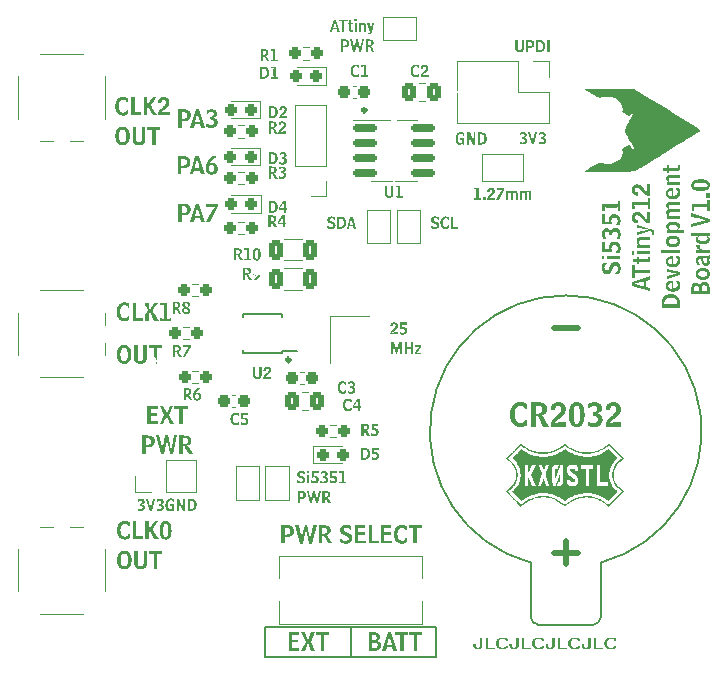
<source format=gto>
G04 #@! TF.GenerationSoftware,KiCad,Pcbnew,7.0.10*
G04 #@! TF.CreationDate,2024-07-16T21:42:12-04:00*
G04 #@! TF.ProjectId,button_transmitter,62757474-6f6e-45f7-9472-616e736d6974,1.0*
G04 #@! TF.SameCoordinates,PX42d7d10PY7f6ba10*
G04 #@! TF.FileFunction,Legend,Top*
G04 #@! TF.FilePolarity,Positive*
%FSLAX46Y46*%
G04 Gerber Fmt 4.6, Leading zero omitted, Abs format (unit mm)*
G04 Created by KiCad (PCBNEW 7.0.10) date 2024-07-16 21:42:12*
%MOMM*%
%LPD*%
G01*
G04 APERTURE LIST*
G04 Aperture macros list*
%AMRoundRect*
0 Rectangle with rounded corners*
0 $1 Rounding radius*
0 $2 $3 $4 $5 $6 $7 $8 $9 X,Y pos of 4 corners*
0 Add a 4 corners polygon primitive as box body*
4,1,4,$2,$3,$4,$5,$6,$7,$8,$9,$2,$3,0*
0 Add four circle primitives for the rounded corners*
1,1,$1+$1,$2,$3*
1,1,$1+$1,$4,$5*
1,1,$1+$1,$6,$7*
1,1,$1+$1,$8,$9*
0 Add four rect primitives between the rounded corners*
20,1,$1+$1,$2,$3,$4,$5,0*
20,1,$1+$1,$4,$5,$6,$7,0*
20,1,$1+$1,$6,$7,$8,$9,0*
20,1,$1+$1,$8,$9,$2,$3,0*%
%AMFreePoly0*
4,1,6,1.000000,0.000000,0.500000,-0.750000,-0.500000,-0.750000,-0.500000,0.750000,0.500000,0.750000,1.000000,0.000000,1.000000,0.000000,$1*%
%AMFreePoly1*
4,1,6,0.500000,-0.750000,-0.650000,-0.750000,-0.150000,0.000000,-0.650000,0.750000,0.500000,0.750000,0.500000,-0.750000,0.500000,-0.750000,$1*%
G04 Aperture macros list end*
%ADD10C,0.250000*%
%ADD11C,0.300050*%
%ADD12C,0.200000*%
%ADD13C,0.150000*%
%ADD14C,0.120000*%
%ADD15C,0.100000*%
%ADD16C,0.127000*%
%ADD17C,0.500000*%
%ADD18C,0.000100*%
%ADD19R,1.700000X1.700000*%
%ADD20O,1.700000X1.700000*%
%ADD21FreePoly0,90.000000*%
%ADD22FreePoly1,90.000000*%
%ADD23C,1.524000*%
%ADD24C,2.000000*%
%ADD25R,0.635000X0.635000*%
%ADD26C,0.635000*%
%ADD27FreePoly0,270.000000*%
%ADD28FreePoly1,270.000000*%
%ADD29C,6.400000*%
%ADD30C,2.050000*%
%ADD31C,2.250000*%
%ADD32RoundRect,0.237500X0.287500X0.237500X-0.287500X0.237500X-0.287500X-0.237500X0.287500X-0.237500X0*%
%ADD33RoundRect,0.237500X0.250000X0.237500X-0.250000X0.237500X-0.250000X-0.237500X0.250000X-0.237500X0*%
%ADD34RoundRect,0.237500X-0.300000X-0.237500X0.300000X-0.237500X0.300000X0.237500X-0.300000X0.237500X0*%
%ADD35RoundRect,0.150000X-0.825000X-0.150000X0.825000X-0.150000X0.825000X0.150000X-0.825000X0.150000X0*%
%ADD36RoundRect,0.250000X-0.337500X-0.475000X0.337500X-0.475000X0.337500X0.475000X-0.337500X0.475000X0*%
%ADD37RoundRect,0.237500X-0.250000X-0.237500X0.250000X-0.237500X0.250000X0.237500X-0.250000X0.237500X0*%
%ADD38FreePoly0,180.000000*%
%ADD39FreePoly1,180.000000*%
%ADD40RoundRect,0.237500X0.300000X0.237500X-0.300000X0.237500X-0.300000X-0.237500X0.300000X-0.237500X0*%
%ADD41RoundRect,0.237500X-0.287500X-0.237500X0.287500X-0.237500X0.287500X0.237500X-0.287500X0.237500X0*%
%ADD42RoundRect,0.250000X0.312500X0.625000X-0.312500X0.625000X-0.312500X-0.625000X0.312500X-0.625000X0*%
%ADD43R,1.400000X0.300000*%
%ADD44C,2.484000*%
%ADD45R,1.200000X1.400000*%
%ADD46C,0.800000*%
G04 APERTURE END LIST*
D10*
G36*
X39119242Y1210056D02*
G01*
X39119242Y1084760D01*
X39119550Y1068763D01*
X39120482Y1053154D01*
X39122053Y1037942D01*
X39124279Y1023134D01*
X39127175Y1008738D01*
X39130755Y994761D01*
X39135034Y981213D01*
X39140028Y968099D01*
X39145751Y955430D01*
X39152218Y943211D01*
X39159445Y931451D01*
X39167446Y920158D01*
X39176236Y909339D01*
X39185830Y899003D01*
X39196243Y889157D01*
X39207490Y879809D01*
X39219587Y870968D01*
X39232547Y862639D01*
X39246386Y854833D01*
X39261119Y847556D01*
X39276761Y840816D01*
X39293327Y834621D01*
X39310831Y828978D01*
X39329289Y823897D01*
X39348716Y819384D01*
X39369127Y815447D01*
X39390536Y812095D01*
X39412958Y809334D01*
X39436410Y807174D01*
X39460904Y805621D01*
X39486457Y804683D01*
X39513084Y804369D01*
X39541609Y804897D01*
X39569312Y806467D01*
X39596141Y809056D01*
X39622049Y812639D01*
X39646984Y817194D01*
X39670896Y822697D01*
X39693736Y829126D01*
X39715454Y836456D01*
X39736000Y844666D01*
X39755324Y853730D01*
X39773377Y863627D01*
X39790107Y874333D01*
X39805465Y885825D01*
X39819402Y898079D01*
X39831868Y911072D01*
X39842812Y924781D01*
X39850829Y936127D01*
X39857886Y947549D01*
X39864043Y959050D01*
X39869362Y970637D01*
X39873904Y982316D01*
X39877729Y994092D01*
X39880901Y1005971D01*
X39883478Y1017959D01*
X39885523Y1030062D01*
X39887097Y1042284D01*
X39888262Y1054633D01*
X39889077Y1067113D01*
X39889604Y1079731D01*
X39889905Y1092492D01*
X39890041Y1105401D01*
X39890073Y1118465D01*
X39890073Y1773525D01*
X39671353Y1773525D01*
X39671353Y1159010D01*
X39671310Y1145341D01*
X39671162Y1132044D01*
X39670887Y1119124D01*
X39670460Y1106583D01*
X39669856Y1094426D01*
X39669052Y1082658D01*
X39668023Y1071281D01*
X39666745Y1060301D01*
X39665194Y1049721D01*
X39663346Y1039546D01*
X39661176Y1029779D01*
X39655774Y1011488D01*
X39648796Y994879D01*
X39640046Y979985D01*
X39629333Y966839D01*
X39616461Y955474D01*
X39601237Y945922D01*
X39583467Y938215D01*
X39562958Y932387D01*
X39539516Y928469D01*
X39512947Y926494D01*
X39498429Y926246D01*
X39478741Y926851D01*
X39460467Y928655D01*
X39443587Y931646D01*
X39428082Y935810D01*
X39413931Y941133D01*
X39401115Y947601D01*
X39389613Y955202D01*
X39379407Y963921D01*
X39370475Y973744D01*
X39362799Y984659D01*
X39356359Y996652D01*
X39351134Y1009708D01*
X39347104Y1023816D01*
X39344251Y1038959D01*
X39342553Y1055127D01*
X39341992Y1072303D01*
X39341992Y1210056D01*
X39119242Y1210056D01*
G37*
G36*
X40156053Y1773525D02*
G01*
X40156053Y820000D01*
X40910397Y820000D01*
X40910397Y939191D01*
X40364148Y939191D01*
X40364148Y1773525D01*
X40156053Y1773525D01*
G37*
G36*
X42046127Y1681934D02*
G01*
X42030414Y1688516D01*
X42014807Y1694891D01*
X41999306Y1701058D01*
X41983912Y1707017D01*
X41968624Y1712768D01*
X41953444Y1718312D01*
X41938371Y1723647D01*
X41923406Y1728775D01*
X41908549Y1733694D01*
X41893802Y1738405D01*
X41879163Y1742907D01*
X41864635Y1747201D01*
X41850216Y1751286D01*
X41835907Y1755163D01*
X41821710Y1758830D01*
X41807623Y1762289D01*
X41793649Y1765539D01*
X41766036Y1771412D01*
X41738874Y1776448D01*
X41712167Y1780647D01*
X41685918Y1784007D01*
X41660129Y1786528D01*
X41634805Y1788210D01*
X41609949Y1789051D01*
X41597697Y1789156D01*
X41564161Y1788654D01*
X41531564Y1787152D01*
X41499916Y1784654D01*
X41469224Y1781163D01*
X41439497Y1776685D01*
X41410742Y1771222D01*
X41382968Y1764780D01*
X41356182Y1757363D01*
X41330394Y1748974D01*
X41305611Y1739617D01*
X41281842Y1729298D01*
X41259094Y1718020D01*
X41237377Y1705787D01*
X41216697Y1692604D01*
X41197063Y1678474D01*
X41178484Y1663402D01*
X41160968Y1647391D01*
X41144522Y1630447D01*
X41129155Y1612573D01*
X41114876Y1593774D01*
X41101691Y1574053D01*
X41089611Y1553414D01*
X41078642Y1531863D01*
X41068793Y1509403D01*
X41060071Y1486037D01*
X41052487Y1461772D01*
X41046046Y1436609D01*
X41040759Y1410554D01*
X41036632Y1383612D01*
X41033674Y1355785D01*
X41031893Y1327078D01*
X41031297Y1297495D01*
X41031892Y1268016D01*
X41033670Y1239391D01*
X41036623Y1211625D01*
X41040744Y1184724D01*
X41046024Y1158693D01*
X41052455Y1133537D01*
X41060030Y1109263D01*
X41068741Y1085874D01*
X41078579Y1063377D01*
X41089537Y1041777D01*
X41101606Y1021080D01*
X41114779Y1001290D01*
X41129048Y982413D01*
X41144404Y964454D01*
X41160840Y947420D01*
X41178347Y931314D01*
X41196918Y916143D01*
X41216545Y901912D01*
X41237219Y888626D01*
X41258933Y876291D01*
X41281679Y864912D01*
X41305449Y854494D01*
X41330235Y845042D01*
X41356028Y836563D01*
X41382821Y829062D01*
X41410606Y822543D01*
X41439375Y817012D01*
X41469119Y812475D01*
X41499832Y808937D01*
X41531504Y806403D01*
X41564128Y804878D01*
X41597697Y804369D01*
X41625647Y804821D01*
X41653585Y806178D01*
X41681516Y808439D01*
X41709443Y811605D01*
X41737373Y815675D01*
X41765310Y820649D01*
X41793259Y826528D01*
X41807240Y829807D01*
X41821225Y833312D01*
X41835215Y837043D01*
X41849212Y841000D01*
X41863215Y845183D01*
X41877225Y849592D01*
X41891243Y854227D01*
X41905269Y859089D01*
X41919304Y864176D01*
X41933349Y869490D01*
X41947404Y875030D01*
X41961470Y880796D01*
X41975548Y886788D01*
X41989637Y893006D01*
X42003739Y899451D01*
X42017854Y906121D01*
X42031983Y913017D01*
X42046127Y920140D01*
X42046127Y1103322D01*
X41914602Y1103322D01*
X41908649Y1092361D01*
X41902465Y1081778D01*
X41896050Y1071573D01*
X41889399Y1061741D01*
X41882511Y1052283D01*
X41875383Y1043195D01*
X41868012Y1034475D01*
X41860397Y1026122D01*
X41844421Y1010508D01*
X41827436Y996337D01*
X41809422Y983591D01*
X41790358Y972255D01*
X41770226Y962314D01*
X41749004Y953750D01*
X41726674Y946547D01*
X41703215Y940691D01*
X41678608Y936164D01*
X41652832Y932950D01*
X41625868Y931034D01*
X41597697Y930398D01*
X41576721Y930757D01*
X41556384Y931835D01*
X41536689Y933631D01*
X41517636Y936144D01*
X41499228Y939376D01*
X41481466Y943325D01*
X41464352Y947992D01*
X41447888Y953376D01*
X41432075Y959478D01*
X41416916Y966297D01*
X41402412Y973833D01*
X41388564Y982086D01*
X41375375Y991055D01*
X41362846Y1000742D01*
X41350979Y1011145D01*
X41339776Y1022264D01*
X41329239Y1034100D01*
X41319368Y1046651D01*
X41310166Y1059919D01*
X41301636Y1073903D01*
X41293777Y1088602D01*
X41286593Y1104017D01*
X41280085Y1120148D01*
X41274254Y1136993D01*
X41269103Y1154554D01*
X41264633Y1172830D01*
X41260846Y1191821D01*
X41257744Y1211527D01*
X41255327Y1231947D01*
X41253600Y1253082D01*
X41252562Y1274932D01*
X41252215Y1297495D01*
X41252551Y1321052D01*
X41253559Y1343824D01*
X41255240Y1365811D01*
X41257593Y1387018D01*
X41260620Y1407446D01*
X41264319Y1427098D01*
X41268692Y1445977D01*
X41273739Y1464084D01*
X41279460Y1481423D01*
X41285855Y1497996D01*
X41292925Y1513806D01*
X41300670Y1528854D01*
X41309089Y1543144D01*
X41318185Y1556678D01*
X41327956Y1569459D01*
X41338402Y1581489D01*
X41349525Y1592770D01*
X41361325Y1603305D01*
X41373801Y1613097D01*
X41386954Y1622147D01*
X41400785Y1630460D01*
X41415293Y1638036D01*
X41430478Y1644879D01*
X41446342Y1650991D01*
X41462885Y1656375D01*
X41480106Y1661032D01*
X41498005Y1664966D01*
X41516584Y1668180D01*
X41535842Y1670674D01*
X41555780Y1672453D01*
X41576398Y1673519D01*
X41597697Y1673873D01*
X41626062Y1673255D01*
X41653073Y1671385D01*
X41678778Y1668245D01*
X41703221Y1663814D01*
X41726449Y1658072D01*
X41748508Y1650999D01*
X41769445Y1642575D01*
X41789305Y1632780D01*
X41808135Y1621594D01*
X41825980Y1608996D01*
X41842888Y1594968D01*
X41858903Y1579489D01*
X41874073Y1562538D01*
X41881355Y1553505D01*
X41888442Y1544097D01*
X41895342Y1534310D01*
X41902059Y1524144D01*
X41908599Y1513594D01*
X41914968Y1502659D01*
X42046127Y1502659D01*
X42046127Y1681934D01*
G37*
G36*
X42179117Y1210056D02*
G01*
X42179117Y1084760D01*
X42179424Y1068763D01*
X42180356Y1053154D01*
X42181927Y1037942D01*
X42184154Y1023134D01*
X42187049Y1008738D01*
X42190629Y994761D01*
X42194908Y981213D01*
X42199902Y968099D01*
X42205625Y955430D01*
X42212093Y943211D01*
X42219319Y931451D01*
X42227320Y920158D01*
X42236110Y909339D01*
X42245704Y899003D01*
X42256117Y889157D01*
X42267365Y879809D01*
X42279461Y870968D01*
X42292421Y862639D01*
X42306260Y854833D01*
X42320993Y847556D01*
X42336635Y840816D01*
X42353201Y834621D01*
X42370705Y828978D01*
X42389164Y823897D01*
X42408591Y819384D01*
X42429001Y815447D01*
X42450410Y812095D01*
X42472833Y809334D01*
X42496284Y807174D01*
X42520779Y805621D01*
X42546332Y804683D01*
X42572958Y804369D01*
X42601483Y804897D01*
X42629186Y806467D01*
X42656016Y809056D01*
X42681923Y812639D01*
X42706858Y817194D01*
X42730770Y822697D01*
X42753611Y829126D01*
X42775329Y836456D01*
X42795875Y844666D01*
X42815199Y853730D01*
X42833251Y863627D01*
X42849981Y874333D01*
X42865340Y885825D01*
X42879277Y898079D01*
X42891742Y911072D01*
X42902686Y924781D01*
X42910703Y936127D01*
X42917760Y947549D01*
X42923917Y959050D01*
X42929236Y970637D01*
X42933778Y982316D01*
X42937604Y994092D01*
X42940775Y1005971D01*
X42943353Y1017959D01*
X42945398Y1030062D01*
X42946972Y1042284D01*
X42948136Y1054633D01*
X42948951Y1067113D01*
X42949479Y1079731D01*
X42949780Y1092492D01*
X42949915Y1105401D01*
X42949947Y1118465D01*
X42949947Y1773525D01*
X42731228Y1773525D01*
X42731228Y1159010D01*
X42731184Y1145341D01*
X42731037Y1132044D01*
X42730761Y1119124D01*
X42730334Y1106583D01*
X42729730Y1094426D01*
X42728926Y1082658D01*
X42727897Y1071281D01*
X42726620Y1060301D01*
X42725069Y1049721D01*
X42723220Y1039546D01*
X42721050Y1029779D01*
X42715649Y1011488D01*
X42708670Y994879D01*
X42699921Y979985D01*
X42689207Y966839D01*
X42676335Y955474D01*
X42661111Y945922D01*
X42643342Y938215D01*
X42622833Y932387D01*
X42599390Y928469D01*
X42572821Y926494D01*
X42558304Y926246D01*
X42538616Y926851D01*
X42520341Y928655D01*
X42503462Y931646D01*
X42487956Y935810D01*
X42473805Y941133D01*
X42460989Y947601D01*
X42449488Y955202D01*
X42439281Y963921D01*
X42430350Y973744D01*
X42422674Y984659D01*
X42416233Y996652D01*
X42411008Y1009708D01*
X42406979Y1023816D01*
X42404125Y1038959D01*
X42402428Y1055127D01*
X42401866Y1072303D01*
X42401866Y1210056D01*
X42179117Y1210056D01*
G37*
G36*
X43215928Y1773525D02*
G01*
X43215928Y820000D01*
X43970272Y820000D01*
X43970272Y939191D01*
X43424023Y939191D01*
X43424023Y1773525D01*
X43215928Y1773525D01*
G37*
G36*
X45106001Y1681934D02*
G01*
X45090288Y1688516D01*
X45074682Y1694891D01*
X45059181Y1701058D01*
X45043786Y1707017D01*
X45028499Y1712768D01*
X45013318Y1718312D01*
X44998245Y1723647D01*
X44983280Y1728775D01*
X44968424Y1733694D01*
X44953676Y1738405D01*
X44939038Y1742907D01*
X44924509Y1747201D01*
X44910090Y1751286D01*
X44895782Y1755163D01*
X44881584Y1758830D01*
X44867498Y1762289D01*
X44853523Y1765539D01*
X44825910Y1771412D01*
X44798748Y1776448D01*
X44772041Y1780647D01*
X44745792Y1784007D01*
X44720004Y1786528D01*
X44694680Y1788210D01*
X44669823Y1789051D01*
X44657571Y1789156D01*
X44624035Y1788654D01*
X44591439Y1787152D01*
X44559791Y1784654D01*
X44529099Y1781163D01*
X44499371Y1776685D01*
X44470616Y1771222D01*
X44442842Y1764780D01*
X44416057Y1757363D01*
X44390269Y1748974D01*
X44365486Y1739617D01*
X44341717Y1729298D01*
X44318969Y1718020D01*
X44297251Y1705787D01*
X44276571Y1692604D01*
X44256938Y1678474D01*
X44238359Y1663402D01*
X44220842Y1647391D01*
X44204396Y1630447D01*
X44189030Y1612573D01*
X44174750Y1593774D01*
X44161566Y1574053D01*
X44149485Y1553414D01*
X44138516Y1531863D01*
X44128667Y1509403D01*
X44119946Y1486037D01*
X44112361Y1461772D01*
X44105921Y1436609D01*
X44100633Y1410554D01*
X44096506Y1383612D01*
X44093548Y1355785D01*
X44091767Y1327078D01*
X44091172Y1297495D01*
X44091766Y1268016D01*
X44093544Y1239391D01*
X44096497Y1211625D01*
X44100618Y1184724D01*
X44105898Y1158693D01*
X44112330Y1133537D01*
X44119905Y1109263D01*
X44128615Y1085874D01*
X44138454Y1063377D01*
X44149411Y1041777D01*
X44161481Y1021080D01*
X44174654Y1001290D01*
X44188922Y982413D01*
X44204278Y964454D01*
X44220714Y947420D01*
X44238221Y931314D01*
X44256792Y916143D01*
X44276419Y901912D01*
X44297094Y888626D01*
X44318808Y876291D01*
X44341554Y864912D01*
X44365324Y854494D01*
X44390109Y845042D01*
X44415902Y836563D01*
X44442695Y829062D01*
X44470480Y822543D01*
X44499249Y817012D01*
X44528994Y812475D01*
X44559706Y808937D01*
X44591379Y806403D01*
X44624003Y804878D01*
X44657571Y804369D01*
X44685521Y804821D01*
X44713459Y806178D01*
X44741390Y808439D01*
X44769318Y811605D01*
X44797248Y815675D01*
X44825185Y820649D01*
X44853134Y826528D01*
X44867114Y829807D01*
X44881099Y833312D01*
X44895089Y837043D01*
X44909086Y841000D01*
X44923089Y845183D01*
X44937099Y849592D01*
X44951117Y854227D01*
X44965143Y859089D01*
X44979179Y864176D01*
X44993224Y869490D01*
X45007279Y875030D01*
X45021345Y880796D01*
X45035422Y886788D01*
X45049511Y893006D01*
X45063613Y899451D01*
X45077729Y906121D01*
X45091857Y913017D01*
X45106001Y920140D01*
X45106001Y1103322D01*
X44974476Y1103322D01*
X44968523Y1092361D01*
X44962340Y1081778D01*
X44955924Y1071573D01*
X44949274Y1061741D01*
X44942385Y1052283D01*
X44935257Y1043195D01*
X44927887Y1034475D01*
X44920271Y1026122D01*
X44904296Y1010508D01*
X44887311Y996337D01*
X44869296Y983591D01*
X44850233Y972255D01*
X44830100Y962314D01*
X44808879Y953750D01*
X44786549Y946547D01*
X44763090Y940691D01*
X44738482Y936164D01*
X44712707Y932950D01*
X44685743Y931034D01*
X44657571Y930398D01*
X44636595Y930757D01*
X44616259Y931835D01*
X44596563Y933631D01*
X44577510Y936144D01*
X44559102Y939376D01*
X44541340Y943325D01*
X44524226Y947992D01*
X44507762Y953376D01*
X44491950Y959478D01*
X44476790Y966297D01*
X44462286Y973833D01*
X44448439Y982086D01*
X44435249Y991055D01*
X44422721Y1000742D01*
X44410854Y1011145D01*
X44399651Y1022264D01*
X44389113Y1034100D01*
X44379242Y1046651D01*
X44370041Y1059919D01*
X44361510Y1073903D01*
X44353652Y1088602D01*
X44346467Y1104017D01*
X44339959Y1120148D01*
X44334129Y1136993D01*
X44328977Y1154554D01*
X44324507Y1172830D01*
X44320720Y1191821D01*
X44317618Y1211527D01*
X44315202Y1231947D01*
X44313474Y1253082D01*
X44312436Y1274932D01*
X44312090Y1297495D01*
X44312426Y1321052D01*
X44313434Y1343824D01*
X44315114Y1365811D01*
X44317468Y1387018D01*
X44320494Y1407446D01*
X44324193Y1427098D01*
X44328567Y1445977D01*
X44333613Y1464084D01*
X44339334Y1481423D01*
X44345730Y1497996D01*
X44352799Y1513806D01*
X44360544Y1528854D01*
X44368964Y1543144D01*
X44378059Y1556678D01*
X44387830Y1569459D01*
X44398277Y1581489D01*
X44409400Y1592770D01*
X44421199Y1603305D01*
X44433675Y1613097D01*
X44446829Y1622147D01*
X44460659Y1630460D01*
X44475167Y1638036D01*
X44490353Y1644879D01*
X44506217Y1650991D01*
X44522759Y1656375D01*
X44539980Y1661032D01*
X44557880Y1664966D01*
X44576459Y1668180D01*
X44595717Y1670674D01*
X44615655Y1672453D01*
X44636273Y1673519D01*
X44657571Y1673873D01*
X44685936Y1673255D01*
X44712948Y1671385D01*
X44738652Y1668245D01*
X44763095Y1663814D01*
X44786324Y1658072D01*
X44808383Y1650999D01*
X44829319Y1642575D01*
X44849180Y1632780D01*
X44868009Y1621594D01*
X44885855Y1608996D01*
X44902762Y1594968D01*
X44918777Y1579489D01*
X44933947Y1562538D01*
X44941229Y1553505D01*
X44948317Y1544097D01*
X44955216Y1534310D01*
X44961933Y1524144D01*
X44968473Y1513594D01*
X44974842Y1502659D01*
X45106001Y1502659D01*
X45106001Y1681934D01*
G37*
G36*
X45238991Y1210056D02*
G01*
X45238991Y1084760D01*
X45239298Y1068763D01*
X45240230Y1053154D01*
X45241802Y1037942D01*
X45244028Y1023134D01*
X45246923Y1008738D01*
X45250503Y994761D01*
X45254783Y981213D01*
X45259777Y968099D01*
X45265500Y955430D01*
X45271967Y943211D01*
X45279194Y931451D01*
X45287195Y920158D01*
X45295985Y909339D01*
X45305579Y899003D01*
X45315992Y889157D01*
X45327239Y879809D01*
X45339335Y870968D01*
X45352296Y862639D01*
X45366135Y854833D01*
X45380868Y847556D01*
X45396510Y840816D01*
X45413075Y834621D01*
X45430580Y828978D01*
X45449038Y823897D01*
X45468465Y819384D01*
X45488875Y815447D01*
X45510285Y812095D01*
X45532707Y809334D01*
X45556158Y807174D01*
X45580653Y805621D01*
X45606206Y804683D01*
X45632833Y804369D01*
X45661358Y804897D01*
X45689060Y806467D01*
X45715890Y809056D01*
X45741797Y812639D01*
X45766732Y817194D01*
X45790645Y822697D01*
X45813485Y829126D01*
X45835203Y836456D01*
X45855749Y844666D01*
X45875073Y853730D01*
X45893125Y863627D01*
X45909856Y874333D01*
X45925214Y885825D01*
X45939151Y898079D01*
X45951617Y911072D01*
X45962561Y924781D01*
X45970578Y936127D01*
X45977634Y947549D01*
X45983792Y959050D01*
X45989111Y970637D01*
X45993652Y982316D01*
X45997478Y994092D01*
X46000649Y1005971D01*
X46003227Y1017959D01*
X46005272Y1030062D01*
X46006846Y1042284D01*
X46008010Y1054633D01*
X46008825Y1067113D01*
X46009353Y1079731D01*
X46009654Y1092492D01*
X46009790Y1105401D01*
X46009822Y1118465D01*
X46009822Y1773525D01*
X45791102Y1773525D01*
X45791102Y1159010D01*
X45791058Y1145341D01*
X45790911Y1132044D01*
X45790636Y1119124D01*
X45790208Y1106583D01*
X45789605Y1094426D01*
X45788801Y1082658D01*
X45787772Y1071281D01*
X45786494Y1060301D01*
X45784943Y1049721D01*
X45783095Y1039546D01*
X45780925Y1029779D01*
X45775523Y1011488D01*
X45768544Y994879D01*
X45759795Y979985D01*
X45749081Y966839D01*
X45736209Y955474D01*
X45720986Y945922D01*
X45703216Y938215D01*
X45682707Y932387D01*
X45659265Y928469D01*
X45632696Y926494D01*
X45618178Y926246D01*
X45598490Y926851D01*
X45580216Y928655D01*
X45563336Y931646D01*
X45547830Y935810D01*
X45533680Y941133D01*
X45520863Y947601D01*
X45509362Y955202D01*
X45499156Y963921D01*
X45490224Y973744D01*
X45482548Y984659D01*
X45476108Y996652D01*
X45470883Y1009708D01*
X45466853Y1023816D01*
X45464000Y1038959D01*
X45462302Y1055127D01*
X45461741Y1072303D01*
X45461741Y1210056D01*
X45238991Y1210056D01*
G37*
G36*
X46275802Y1773525D02*
G01*
X46275802Y820000D01*
X47030146Y820000D01*
X47030146Y939191D01*
X46483897Y939191D01*
X46483897Y1773525D01*
X46275802Y1773525D01*
G37*
G36*
X48165875Y1681934D02*
G01*
X48150163Y1688516D01*
X48134556Y1694891D01*
X48119055Y1701058D01*
X48103661Y1707017D01*
X48088373Y1712768D01*
X48073192Y1718312D01*
X48058120Y1723647D01*
X48043155Y1728775D01*
X48028298Y1733694D01*
X48013551Y1738405D01*
X47998912Y1742907D01*
X47984383Y1747201D01*
X47969964Y1751286D01*
X47955656Y1755163D01*
X47941458Y1758830D01*
X47927372Y1762289D01*
X47913397Y1765539D01*
X47885784Y1771412D01*
X47858623Y1776448D01*
X47831916Y1780647D01*
X47805666Y1784007D01*
X47779878Y1786528D01*
X47754554Y1788210D01*
X47729697Y1789051D01*
X47717445Y1789156D01*
X47683909Y1788654D01*
X47651313Y1787152D01*
X47619665Y1784654D01*
X47588973Y1781163D01*
X47559246Y1776685D01*
X47530491Y1771222D01*
X47502716Y1764780D01*
X47475931Y1757363D01*
X47450143Y1748974D01*
X47425360Y1739617D01*
X47401591Y1729298D01*
X47378843Y1718020D01*
X47357125Y1705787D01*
X47336446Y1692604D01*
X47316812Y1678474D01*
X47298233Y1663402D01*
X47280717Y1647391D01*
X47264271Y1630447D01*
X47248904Y1612573D01*
X47234625Y1593774D01*
X47221440Y1574053D01*
X47209360Y1553414D01*
X47198390Y1531863D01*
X47188541Y1509403D01*
X47179820Y1486037D01*
X47172235Y1461772D01*
X47165795Y1436609D01*
X47160507Y1410554D01*
X47156380Y1383612D01*
X47153422Y1355785D01*
X47151642Y1327078D01*
X47151046Y1297495D01*
X47151641Y1268016D01*
X47153418Y1239391D01*
X47156372Y1211625D01*
X47160492Y1184724D01*
X47165772Y1158693D01*
X47172204Y1133537D01*
X47179779Y1109263D01*
X47188490Y1085874D01*
X47198328Y1063377D01*
X47209286Y1041777D01*
X47221355Y1021080D01*
X47234528Y1001290D01*
X47248796Y982413D01*
X47264153Y964454D01*
X47280588Y947420D01*
X47298096Y931314D01*
X47316667Y916143D01*
X47336294Y901912D01*
X47356968Y888626D01*
X47378682Y876291D01*
X47401428Y864912D01*
X47425198Y854494D01*
X47449983Y845042D01*
X47475777Y836563D01*
X47502570Y829062D01*
X47530355Y822543D01*
X47559123Y817012D01*
X47588868Y812475D01*
X47619581Y808937D01*
X47651253Y806403D01*
X47683877Y804878D01*
X47717445Y804369D01*
X47745396Y804821D01*
X47773334Y806178D01*
X47801264Y808439D01*
X47829192Y811605D01*
X47857122Y815675D01*
X47885059Y820649D01*
X47913008Y826528D01*
X47926988Y829807D01*
X47940973Y833312D01*
X47954964Y837043D01*
X47968960Y841000D01*
X47982963Y845183D01*
X47996973Y849592D01*
X48010991Y854227D01*
X48025018Y859089D01*
X48039053Y864176D01*
X48053098Y869490D01*
X48067153Y875030D01*
X48081219Y880796D01*
X48095296Y886788D01*
X48109386Y893006D01*
X48123488Y899451D01*
X48137603Y906121D01*
X48151732Y913017D01*
X48165875Y920140D01*
X48165875Y1103322D01*
X48034351Y1103322D01*
X48028397Y1092361D01*
X48022214Y1081778D01*
X48015799Y1071573D01*
X48009148Y1061741D01*
X48002260Y1052283D01*
X47995132Y1043195D01*
X47987761Y1034475D01*
X47980146Y1026122D01*
X47964170Y1010508D01*
X47947185Y996337D01*
X47929171Y983591D01*
X47910107Y972255D01*
X47889975Y962314D01*
X47868753Y953750D01*
X47846423Y946547D01*
X47822964Y940691D01*
X47798357Y936164D01*
X47772581Y932950D01*
X47745617Y931034D01*
X47717445Y930398D01*
X47696470Y930757D01*
X47676133Y931835D01*
X47656438Y933631D01*
X47637385Y936144D01*
X47618977Y939376D01*
X47601215Y943325D01*
X47584101Y947992D01*
X47567637Y953376D01*
X47551824Y959478D01*
X47536665Y966297D01*
X47522161Y973833D01*
X47508313Y982086D01*
X47495124Y991055D01*
X47482595Y1000742D01*
X47470728Y1011145D01*
X47459525Y1022264D01*
X47448987Y1034100D01*
X47439117Y1046651D01*
X47429915Y1059919D01*
X47421384Y1073903D01*
X47413526Y1088602D01*
X47406342Y1104017D01*
X47399834Y1120148D01*
X47394003Y1136993D01*
X47388852Y1154554D01*
X47384382Y1172830D01*
X47380595Y1191821D01*
X47377492Y1211527D01*
X47375076Y1231947D01*
X47373348Y1253082D01*
X47372310Y1274932D01*
X47371964Y1297495D01*
X47372300Y1321052D01*
X47373308Y1343824D01*
X47374989Y1365811D01*
X47377342Y1387018D01*
X47380368Y1407446D01*
X47384068Y1427098D01*
X47388441Y1445977D01*
X47393488Y1464084D01*
X47399209Y1481423D01*
X47405604Y1497996D01*
X47412674Y1513806D01*
X47420418Y1528854D01*
X47428838Y1543144D01*
X47437933Y1556678D01*
X47447704Y1569459D01*
X47458151Y1581489D01*
X47469274Y1592770D01*
X47481074Y1603305D01*
X47493550Y1613097D01*
X47506703Y1622147D01*
X47520533Y1630460D01*
X47535041Y1638036D01*
X47550227Y1644879D01*
X47566091Y1650991D01*
X47582633Y1656375D01*
X47599854Y1661032D01*
X47617754Y1664966D01*
X47636333Y1668180D01*
X47655591Y1670674D01*
X47675529Y1672453D01*
X47696147Y1673519D01*
X47717445Y1673873D01*
X47745811Y1673255D01*
X47772822Y1671385D01*
X47798527Y1668245D01*
X47822970Y1663814D01*
X47846198Y1658072D01*
X47868257Y1650999D01*
X47889194Y1642575D01*
X47909054Y1632780D01*
X47927884Y1621594D01*
X47945729Y1608996D01*
X47962636Y1594968D01*
X47978652Y1579489D01*
X47993821Y1562538D01*
X48001103Y1553505D01*
X48008191Y1544097D01*
X48015091Y1534310D01*
X48021808Y1524144D01*
X48028348Y1513594D01*
X48034717Y1502659D01*
X48165875Y1502659D01*
X48165875Y1681934D01*
G37*
G36*
X48298866Y1210056D02*
G01*
X48298866Y1084760D01*
X48299173Y1068763D01*
X48300105Y1053154D01*
X48301676Y1037942D01*
X48303902Y1023134D01*
X48306798Y1008738D01*
X48310378Y994761D01*
X48314657Y981213D01*
X48319651Y968099D01*
X48325374Y955430D01*
X48331841Y943211D01*
X48339068Y931451D01*
X48347069Y920158D01*
X48355859Y909339D01*
X48365453Y899003D01*
X48375866Y889157D01*
X48387114Y879809D01*
X48399210Y870968D01*
X48412170Y862639D01*
X48426009Y854833D01*
X48440742Y847556D01*
X48456384Y840816D01*
X48472950Y834621D01*
X48490454Y828978D01*
X48508912Y823897D01*
X48528339Y819384D01*
X48548750Y815447D01*
X48570159Y812095D01*
X48592582Y809334D01*
X48616033Y807174D01*
X48640527Y805621D01*
X48666081Y804683D01*
X48692707Y804369D01*
X48721232Y804897D01*
X48748935Y806467D01*
X48775765Y809056D01*
X48801672Y812639D01*
X48826607Y817194D01*
X48850519Y822697D01*
X48873359Y829126D01*
X48895078Y836456D01*
X48915624Y844666D01*
X48934948Y853730D01*
X48953000Y863627D01*
X48969730Y874333D01*
X48985089Y885825D01*
X48999026Y898079D01*
X49011491Y911072D01*
X49022435Y924781D01*
X49030452Y936127D01*
X49037509Y947549D01*
X49043666Y959050D01*
X49048985Y970637D01*
X49053527Y982316D01*
X49057353Y994092D01*
X49060524Y1005971D01*
X49063101Y1017959D01*
X49065147Y1030062D01*
X49066721Y1042284D01*
X49067885Y1054633D01*
X49068700Y1067113D01*
X49069227Y1079731D01*
X49069529Y1092492D01*
X49069664Y1105401D01*
X49069696Y1118465D01*
X49069696Y1773525D01*
X48850976Y1773525D01*
X48850976Y1159010D01*
X48850933Y1145341D01*
X48850785Y1132044D01*
X48850510Y1119124D01*
X48850083Y1106583D01*
X48849479Y1094426D01*
X48848675Y1082658D01*
X48847646Y1071281D01*
X48846368Y1060301D01*
X48844817Y1049721D01*
X48842969Y1039546D01*
X48840799Y1029779D01*
X48835397Y1011488D01*
X48828419Y994879D01*
X48819670Y979985D01*
X48808956Y966839D01*
X48796084Y955474D01*
X48780860Y945922D01*
X48763090Y938215D01*
X48742581Y932387D01*
X48719139Y928469D01*
X48692570Y926494D01*
X48678053Y926246D01*
X48658364Y926851D01*
X48640090Y928655D01*
X48623210Y931646D01*
X48607705Y935810D01*
X48593554Y941133D01*
X48580738Y947601D01*
X48569236Y955202D01*
X48559030Y963921D01*
X48550099Y973744D01*
X48542423Y984659D01*
X48535982Y996652D01*
X48530757Y1009708D01*
X48526728Y1023816D01*
X48523874Y1038959D01*
X48522176Y1055127D01*
X48521615Y1072303D01*
X48521615Y1210056D01*
X48298866Y1210056D01*
G37*
G36*
X49335676Y1773525D02*
G01*
X49335676Y820000D01*
X50090020Y820000D01*
X50090020Y939191D01*
X49543771Y939191D01*
X49543771Y1773525D01*
X49335676Y1773525D01*
G37*
G36*
X51225750Y1681934D02*
G01*
X51210037Y1688516D01*
X51194430Y1694891D01*
X51178929Y1701058D01*
X51163535Y1707017D01*
X51148247Y1712768D01*
X51133067Y1718312D01*
X51117994Y1723647D01*
X51103029Y1728775D01*
X51088173Y1733694D01*
X51073425Y1738405D01*
X51058787Y1742907D01*
X51044258Y1747201D01*
X51029839Y1751286D01*
X51015530Y1755163D01*
X51001333Y1758830D01*
X50987247Y1762289D01*
X50973272Y1765539D01*
X50945659Y1771412D01*
X50918497Y1776448D01*
X50891790Y1780647D01*
X50865541Y1784007D01*
X50839753Y1786528D01*
X50814428Y1788210D01*
X50789572Y1789051D01*
X50777320Y1789156D01*
X50743784Y1788654D01*
X50711188Y1787152D01*
X50679540Y1784654D01*
X50648848Y1781163D01*
X50619120Y1776685D01*
X50590365Y1771222D01*
X50562591Y1764780D01*
X50535806Y1757363D01*
X50510017Y1748974D01*
X50485235Y1739617D01*
X50461465Y1729298D01*
X50438718Y1718020D01*
X50417000Y1705787D01*
X50396320Y1692604D01*
X50376687Y1678474D01*
X50358107Y1663402D01*
X50340591Y1647391D01*
X50324145Y1630447D01*
X50308779Y1612573D01*
X50294499Y1593774D01*
X50281315Y1574053D01*
X50269234Y1553414D01*
X50258265Y1531863D01*
X50248416Y1509403D01*
X50239695Y1486037D01*
X50232110Y1461772D01*
X50225669Y1436609D01*
X50220382Y1410554D01*
X50216255Y1383612D01*
X50213297Y1355785D01*
X50211516Y1327078D01*
X50210921Y1297495D01*
X50211515Y1268016D01*
X50213293Y1239391D01*
X50216246Y1211625D01*
X50220367Y1184724D01*
X50225647Y1158693D01*
X50232078Y1133537D01*
X50239654Y1109263D01*
X50248364Y1085874D01*
X50258202Y1063377D01*
X50269160Y1041777D01*
X50281229Y1021080D01*
X50294402Y1001290D01*
X50308671Y982413D01*
X50324027Y964454D01*
X50340463Y947420D01*
X50357970Y931314D01*
X50376541Y916143D01*
X50396168Y901912D01*
X50416842Y888626D01*
X50438557Y876291D01*
X50461303Y864912D01*
X50485072Y854494D01*
X50509858Y845042D01*
X50535651Y836563D01*
X50562444Y829062D01*
X50590229Y822543D01*
X50618998Y817012D01*
X50648742Y812475D01*
X50679455Y808937D01*
X50711127Y806403D01*
X50743752Y804878D01*
X50777320Y804369D01*
X50805270Y804821D01*
X50833208Y806178D01*
X50861139Y808439D01*
X50889067Y811605D01*
X50916997Y815675D01*
X50944934Y820649D01*
X50972882Y826528D01*
X50986863Y829807D01*
X51000848Y833312D01*
X51014838Y837043D01*
X51028835Y841000D01*
X51042838Y845183D01*
X51056848Y849592D01*
X51070866Y854227D01*
X51084892Y859089D01*
X51098928Y864176D01*
X51112972Y869490D01*
X51127028Y875030D01*
X51141093Y880796D01*
X51155171Y886788D01*
X51169260Y893006D01*
X51183362Y899451D01*
X51197477Y906121D01*
X51211606Y913017D01*
X51225750Y920140D01*
X51225750Y1103322D01*
X51094225Y1103322D01*
X51088272Y1092361D01*
X51082089Y1081778D01*
X51075673Y1071573D01*
X51069022Y1061741D01*
X51062134Y1052283D01*
X51055006Y1043195D01*
X51047636Y1034475D01*
X51040020Y1026122D01*
X51024045Y1010508D01*
X51007060Y996337D01*
X50989045Y983591D01*
X50969982Y972255D01*
X50949849Y962314D01*
X50928628Y953750D01*
X50906297Y946547D01*
X50882838Y940691D01*
X50858231Y936164D01*
X50832455Y932950D01*
X50805492Y931034D01*
X50777320Y930398D01*
X50756344Y930757D01*
X50736007Y931835D01*
X50716312Y933631D01*
X50697259Y936144D01*
X50678851Y939376D01*
X50661089Y943325D01*
X50643975Y947992D01*
X50627511Y953376D01*
X50611699Y959478D01*
X50596539Y966297D01*
X50582035Y973833D01*
X50568187Y982086D01*
X50554998Y991055D01*
X50542469Y1000742D01*
X50530603Y1011145D01*
X50519399Y1022264D01*
X50508862Y1034100D01*
X50498991Y1046651D01*
X50489790Y1059919D01*
X50481259Y1073903D01*
X50473400Y1088602D01*
X50466216Y1104017D01*
X50459708Y1120148D01*
X50453877Y1136993D01*
X50448726Y1154554D01*
X50444256Y1172830D01*
X50440469Y1191821D01*
X50437367Y1211527D01*
X50434951Y1231947D01*
X50433223Y1253082D01*
X50432185Y1274932D01*
X50431838Y1297495D01*
X50432174Y1321052D01*
X50433182Y1343824D01*
X50434863Y1365811D01*
X50437216Y1387018D01*
X50440243Y1407446D01*
X50443942Y1427098D01*
X50448315Y1445977D01*
X50453362Y1464084D01*
X50459083Y1481423D01*
X50465478Y1497996D01*
X50472548Y1513806D01*
X50480293Y1528854D01*
X50488713Y1543144D01*
X50497808Y1556678D01*
X50507579Y1569459D01*
X50518025Y1581489D01*
X50529148Y1592770D01*
X50540948Y1603305D01*
X50553424Y1613097D01*
X50566577Y1622147D01*
X50580408Y1630460D01*
X50594916Y1638036D01*
X50610102Y1644879D01*
X50625966Y1650991D01*
X50642508Y1656375D01*
X50659729Y1661032D01*
X50677628Y1664966D01*
X50696207Y1668180D01*
X50715466Y1670674D01*
X50735404Y1672453D01*
X50756022Y1673519D01*
X50777320Y1673873D01*
X50805685Y1673255D01*
X50832697Y1671385D01*
X50858401Y1668245D01*
X50882844Y1663814D01*
X50906072Y1658072D01*
X50928132Y1650999D01*
X50949068Y1642575D01*
X50968928Y1632780D01*
X50987758Y1621594D01*
X51005603Y1608996D01*
X51022511Y1594968D01*
X51038526Y1579489D01*
X51053696Y1562538D01*
X51060978Y1553505D01*
X51068066Y1544097D01*
X51074965Y1534310D01*
X51081682Y1524144D01*
X51088222Y1513594D01*
X51094591Y1502659D01*
X51225750Y1502659D01*
X51225750Y1681934D01*
G37*
D11*
X30040025Y46450000D02*
G75*
G03*
X29739975Y46450000I-150025J0D01*
G01*
X29739975Y46450000D02*
G75*
G03*
X30040025Y46450000I150025J0D01*
G01*
D12*
X21510000Y2700000D02*
X35970000Y2700000D01*
X35970000Y160000D01*
X21510000Y160000D01*
X21510000Y2700000D01*
D11*
X23610025Y25290000D02*
G75*
G03*
X23309975Y25290000I-150025J0D01*
G01*
X23309975Y25290000D02*
G75*
G03*
X23610025Y25290000I150025J0D01*
G01*
D12*
X28750000Y2660000D02*
X28750000Y180000D01*
D13*
G36*
X14616097Y46514442D02*
G01*
X14657702Y46512710D01*
X14697434Y46509847D01*
X14735326Y46505873D01*
X14771414Y46500807D01*
X14805732Y46494668D01*
X14838314Y46487477D01*
X14869196Y46479252D01*
X14898411Y46470014D01*
X14925994Y46459781D01*
X14951980Y46448574D01*
X14976404Y46436411D01*
X14999299Y46423313D01*
X15020701Y46409298D01*
X15040643Y46394387D01*
X15059161Y46378599D01*
X15076289Y46361954D01*
X15092062Y46344470D01*
X15106514Y46326167D01*
X15119679Y46307066D01*
X15131593Y46287185D01*
X15142290Y46266544D01*
X15151803Y46245163D01*
X15160169Y46223060D01*
X15167421Y46200257D01*
X15173594Y46176771D01*
X15178723Y46152623D01*
X15182841Y46127832D01*
X15185985Y46102418D01*
X15188187Y46076400D01*
X15189483Y46049798D01*
X15189908Y46022631D01*
X15189420Y45996003D01*
X15187953Y45969787D01*
X15185499Y45944013D01*
X15182050Y45918708D01*
X15177600Y45893901D01*
X15172140Y45869620D01*
X15165665Y45845894D01*
X15158166Y45822750D01*
X15149635Y45800218D01*
X15140067Y45778325D01*
X15129453Y45757101D01*
X15117786Y45736572D01*
X15105059Y45716769D01*
X15091264Y45697719D01*
X15076395Y45679450D01*
X15060444Y45661991D01*
X15043403Y45645370D01*
X15025265Y45629616D01*
X15006023Y45614757D01*
X14985670Y45600822D01*
X14964198Y45587838D01*
X14941601Y45575834D01*
X14917870Y45564839D01*
X14892998Y45554881D01*
X14866978Y45545988D01*
X14839803Y45538189D01*
X14811466Y45531511D01*
X14781959Y45525984D01*
X14751274Y45521636D01*
X14719405Y45518496D01*
X14686345Y45516590D01*
X14652085Y45515949D01*
X14429702Y45515949D01*
X14429702Y44967501D01*
X14137709Y44967501D01*
X14137709Y46264797D01*
X14429702Y46264797D01*
X14429702Y45719647D01*
X14435176Y45719325D01*
X14451363Y45718588D01*
X14467241Y45718142D01*
X14482867Y45717912D01*
X14498301Y45717828D01*
X14513599Y45717816D01*
X14537408Y45718067D01*
X14560410Y45718824D01*
X14582606Y45720093D01*
X14604002Y45721879D01*
X14624599Y45724189D01*
X14644403Y45727029D01*
X14663415Y45730403D01*
X14681640Y45734319D01*
X14699081Y45738782D01*
X14715741Y45743797D01*
X14731624Y45749371D01*
X14746733Y45755509D01*
X14761072Y45762217D01*
X14774644Y45769502D01*
X14787452Y45777368D01*
X14810792Y45794869D01*
X14831119Y45814769D01*
X14848460Y45837112D01*
X14862842Y45861946D01*
X14868932Y45875312D01*
X14874293Y45889318D01*
X14878929Y45903970D01*
X14882841Y45919274D01*
X14886035Y45935236D01*
X14888513Y45951862D01*
X14890279Y45969157D01*
X14891336Y45987127D01*
X14891687Y46005778D01*
X14891118Y46024867D01*
X14889301Y46045098D01*
X14886070Y46066142D01*
X14881257Y46087672D01*
X14874697Y46109361D01*
X14866223Y46130881D01*
X14855669Y46151906D01*
X14842869Y46172107D01*
X14827656Y46191158D01*
X14809863Y46208731D01*
X14789325Y46224498D01*
X14765875Y46238133D01*
X14739347Y46249308D01*
X14724876Y46253870D01*
X14709574Y46257695D01*
X14693419Y46260741D01*
X14676390Y46262967D01*
X14658467Y46264333D01*
X14639628Y46264797D01*
X14429702Y46264797D01*
X14137709Y46264797D01*
X14137709Y46515024D01*
X14572584Y46515024D01*
X14616097Y46514442D01*
G37*
G36*
X16382423Y44967501D02*
G01*
X16061122Y44967501D01*
X15989681Y45295764D01*
X15513041Y45295764D01*
X15443432Y44967501D01*
X15158034Y44967501D01*
X15303582Y45476015D01*
X15536122Y45476015D01*
X15975026Y45476015D01*
X15972078Y45481814D01*
X15963327Y45501021D01*
X15957598Y45515111D01*
X15951980Y45530019D01*
X15946494Y45545568D01*
X15941165Y45561577D01*
X15936013Y45577867D01*
X15931062Y45594259D01*
X15926335Y45610574D01*
X15921853Y45626632D01*
X15917640Y45642255D01*
X15913717Y45657262D01*
X15910108Y45671476D01*
X15905332Y45690914D01*
X15901387Y45707557D01*
X15804667Y46150125D01*
X15800812Y46167753D01*
X15796979Y46186596D01*
X15794152Y46201554D01*
X15791391Y46217241D01*
X15788722Y46233679D01*
X15786166Y46250886D01*
X15783748Y46268883D01*
X15781492Y46287690D01*
X15779420Y46307326D01*
X15777556Y46327812D01*
X15733226Y46327812D01*
X15732824Y46321447D01*
X15731340Y46302641D01*
X15729479Y46284277D01*
X15727292Y46266367D01*
X15724830Y46248924D01*
X15722143Y46231962D01*
X15719283Y46215492D01*
X15716299Y46199528D01*
X15713243Y46184081D01*
X15710165Y46169166D01*
X15706115Y46150125D01*
X15600968Y45674585D01*
X15598147Y45661467D01*
X15593634Y45642044D01*
X15588775Y45622899D01*
X15583559Y45603999D01*
X15577974Y45585316D01*
X15572010Y45566817D01*
X15565656Y45548472D01*
X15558901Y45530250D01*
X15551734Y45512120D01*
X15544145Y45494052D01*
X15536122Y45476015D01*
X15303582Y45476015D01*
X15600968Y46515024D01*
X15924468Y46515024D01*
X16382423Y44967501D01*
G37*
G36*
X16522008Y45287704D02*
G01*
X16522008Y45017327D01*
X16547898Y45007508D01*
X16573522Y44998506D01*
X16598912Y44990294D01*
X16624103Y44982849D01*
X16649130Y44976144D01*
X16674024Y44970154D01*
X16698821Y44964855D01*
X16723554Y44960220D01*
X16748257Y44956225D01*
X16772964Y44952845D01*
X16797708Y44950054D01*
X16822524Y44947827D01*
X16847445Y44946138D01*
X16872505Y44944964D01*
X16897738Y44944277D01*
X16923177Y44944054D01*
X16954683Y44944617D01*
X16985375Y44946290D01*
X17015243Y44949056D01*
X17044272Y44952893D01*
X17072453Y44957782D01*
X17099771Y44963703D01*
X17126214Y44970636D01*
X17151771Y44978561D01*
X17176429Y44987459D01*
X17200176Y44997309D01*
X17222999Y45008093D01*
X17244887Y45019789D01*
X17265827Y45032378D01*
X17285806Y45045840D01*
X17304813Y45060155D01*
X17322835Y45075304D01*
X17339859Y45091267D01*
X17355875Y45108023D01*
X17370868Y45125553D01*
X17384828Y45143837D01*
X17397742Y45162855D01*
X17409597Y45182588D01*
X17420381Y45203015D01*
X17430082Y45224117D01*
X17438688Y45245873D01*
X17446186Y45268264D01*
X17452564Y45291271D01*
X17457810Y45314872D01*
X17461912Y45339049D01*
X17464857Y45363781D01*
X17466633Y45389049D01*
X17467228Y45414832D01*
X17466931Y45434187D01*
X17466039Y45452962D01*
X17464550Y45471161D01*
X17462459Y45488786D01*
X17459766Y45505843D01*
X17456467Y45522335D01*
X17452559Y45538266D01*
X17448040Y45553639D01*
X17442906Y45568458D01*
X17437157Y45582727D01*
X17430788Y45596449D01*
X17423797Y45609629D01*
X17416181Y45622271D01*
X17403580Y45640230D01*
X17389559Y45656999D01*
X17379374Y45668136D01*
X17368599Y45678743D01*
X17357227Y45688820D01*
X17345251Y45698370D01*
X17332667Y45707393D01*
X17319466Y45715893D01*
X17305642Y45723870D01*
X17291190Y45731325D01*
X17276102Y45738261D01*
X17260372Y45744680D01*
X17243994Y45750582D01*
X17226962Y45755969D01*
X17209268Y45760843D01*
X17190906Y45765206D01*
X17171871Y45769059D01*
X17152155Y45772404D01*
X17152155Y45820764D01*
X17168653Y45824375D01*
X17184692Y45828473D01*
X17200268Y45833048D01*
X17215376Y45838092D01*
X17230012Y45843599D01*
X17244172Y45849560D01*
X17257851Y45855966D01*
X17271046Y45862810D01*
X17295964Y45877780D01*
X17318893Y45894405D01*
X17339798Y45912622D01*
X17358647Y45932368D01*
X17375404Y45953577D01*
X17390037Y45976186D01*
X17402512Y46000132D01*
X17412794Y46025350D01*
X17420850Y46051776D01*
X17426647Y46079348D01*
X17430149Y46108000D01*
X17431030Y46122711D01*
X17431324Y46137669D01*
X17430809Y46158640D01*
X17429271Y46179158D01*
X17426719Y46199211D01*
X17423161Y46218784D01*
X17418607Y46237862D01*
X17413067Y46256433D01*
X17406548Y46274482D01*
X17399061Y46291994D01*
X17390615Y46308957D01*
X17381217Y46325355D01*
X17370879Y46341175D01*
X17359608Y46356403D01*
X17347415Y46371025D01*
X17334307Y46385027D01*
X17320295Y46398395D01*
X17305386Y46411114D01*
X17289592Y46423171D01*
X17272920Y46434552D01*
X17255379Y46445243D01*
X17236979Y46455229D01*
X17217730Y46464497D01*
X17197639Y46473032D01*
X17176716Y46480821D01*
X17154971Y46487850D01*
X17132412Y46494105D01*
X17109049Y46499571D01*
X17084890Y46504234D01*
X17059945Y46508081D01*
X17034223Y46511098D01*
X17007733Y46513270D01*
X16980485Y46514583D01*
X16952486Y46515024D01*
X16927434Y46514632D01*
X16902540Y46513469D01*
X16877773Y46511554D01*
X16853104Y46508905D01*
X16828501Y46505541D01*
X16803935Y46501481D01*
X16779373Y46496744D01*
X16754787Y46491348D01*
X16730144Y46485312D01*
X16705416Y46478656D01*
X16680570Y46471398D01*
X16655576Y46463556D01*
X16630405Y46455149D01*
X16605025Y46446197D01*
X16579405Y46436718D01*
X16553515Y46426730D01*
X16553515Y46152690D01*
X16656464Y46152690D01*
X16671539Y46169181D01*
X16686821Y46184585D01*
X16702319Y46198905D01*
X16718042Y46212144D01*
X16733998Y46224305D01*
X16750198Y46235392D01*
X16766650Y46245408D01*
X16783363Y46254356D01*
X16800347Y46262239D01*
X16817610Y46269061D01*
X16835162Y46274824D01*
X16853012Y46279532D01*
X16871169Y46283188D01*
X16889642Y46285796D01*
X16908441Y46287358D01*
X16927573Y46287878D01*
X16950770Y46286926D01*
X16973045Y46284122D01*
X16994321Y46279547D01*
X17014516Y46273281D01*
X17033552Y46265405D01*
X17051350Y46256000D01*
X17067830Y46245146D01*
X17082912Y46232924D01*
X17096517Y46219413D01*
X17108566Y46204695D01*
X17118979Y46188850D01*
X17127677Y46171958D01*
X17134580Y46154101D01*
X17139609Y46135358D01*
X17142685Y46115810D01*
X17143728Y46095537D01*
X17142522Y46071661D01*
X17138903Y46049213D01*
X17132870Y46028189D01*
X17124425Y46008583D01*
X17113568Y45990389D01*
X17100297Y45973602D01*
X17084613Y45958217D01*
X17066517Y45944229D01*
X17046008Y45931631D01*
X17023086Y45920419D01*
X16997751Y45910588D01*
X16970003Y45902131D01*
X16955224Y45898417D01*
X16939842Y45895044D01*
X16923857Y45892012D01*
X16907269Y45889321D01*
X16890077Y45886970D01*
X16872282Y45884957D01*
X16853884Y45883283D01*
X16834883Y45881947D01*
X16834883Y45654801D01*
X16855639Y45654206D01*
X16875730Y45653177D01*
X16895157Y45651711D01*
X16913919Y45649809D01*
X16932017Y45647469D01*
X16949452Y45644690D01*
X16966224Y45641471D01*
X16982333Y45637811D01*
X16997780Y45633708D01*
X17012565Y45629163D01*
X17026689Y45624172D01*
X17052954Y45612855D01*
X17076577Y45599747D01*
X17097563Y45584840D01*
X17115915Y45568126D01*
X17131635Y45549595D01*
X17144727Y45529240D01*
X17155194Y45507052D01*
X17163040Y45483022D01*
X17168267Y45457141D01*
X17170879Y45429402D01*
X17171206Y45414832D01*
X17170008Y45390593D01*
X17166449Y45367132D01*
X17160582Y45344557D01*
X17152458Y45322978D01*
X17142129Y45302502D01*
X17129648Y45283237D01*
X17115067Y45265293D01*
X17098436Y45248778D01*
X17079810Y45233799D01*
X17059239Y45220466D01*
X17036776Y45208887D01*
X17012473Y45199170D01*
X16986381Y45191423D01*
X16958553Y45185756D01*
X16944005Y45183736D01*
X16929042Y45182276D01*
X16913670Y45181390D01*
X16897898Y45181092D01*
X16874553Y45181613D01*
X16851825Y45183148D01*
X16829779Y45185656D01*
X16808482Y45189095D01*
X16788001Y45193422D01*
X16768402Y45198596D01*
X16749752Y45204575D01*
X16732118Y45211317D01*
X16715565Y45218780D01*
X16700161Y45226923D01*
X16685972Y45235704D01*
X16673065Y45245080D01*
X16661505Y45255010D01*
X16646839Y45270851D01*
X16635581Y45287704D01*
X16522008Y45287704D01*
G37*
G36*
X39570586Y39861051D02*
G01*
X39178332Y39861051D01*
X39178332Y39723786D01*
X39266748Y39723786D01*
X39280634Y39723826D01*
X39293269Y39723973D01*
X39304804Y39724272D01*
X39315391Y39724765D01*
X39325183Y39725497D01*
X39337265Y39726918D01*
X39348564Y39728944D01*
X39359441Y39731676D01*
X39370257Y39735218D01*
X39372993Y39736243D01*
X39384228Y39723786D01*
X39380520Y39712955D01*
X39378351Y39703058D01*
X39376644Y39691865D01*
X39375345Y39679575D01*
X39374398Y39666389D01*
X39373747Y39652508D01*
X39373336Y39638132D01*
X39373111Y39623461D01*
X39373036Y39613615D01*
X39373002Y39603787D01*
X39372993Y39589208D01*
X39372993Y39191337D01*
X39372994Y39177173D01*
X39372996Y39163747D01*
X39373002Y39151032D01*
X39373015Y39139006D01*
X39373036Y39127643D01*
X39373067Y39116918D01*
X39373111Y39106808D01*
X39373243Y39088333D01*
X39373450Y39072021D01*
X39373747Y39057676D01*
X39374150Y39045102D01*
X39374678Y39034103D01*
X39375736Y39020128D01*
X39377165Y39008595D01*
X39379020Y38998840D01*
X39382251Y38987457D01*
X39384228Y38982021D01*
X39372993Y38968099D01*
X39363374Y38971659D01*
X39349287Y38974553D01*
X39337872Y38976147D01*
X39325159Y38977497D01*
X39311423Y38978622D01*
X39296939Y38979543D01*
X39281982Y38980281D01*
X39266828Y38980855D01*
X39251752Y38981287D01*
X39237028Y38981596D01*
X39222933Y38981803D01*
X39209740Y38981929D01*
X39197726Y38981994D01*
X39187164Y38982017D01*
X39178332Y38982021D01*
X39178332Y38845000D01*
X39762316Y38845000D01*
X39762316Y38982021D01*
X39747142Y38982009D01*
X39735307Y38981968D01*
X39722387Y38981875D01*
X39708630Y38981711D01*
X39694284Y38981455D01*
X39679598Y38981087D01*
X39664821Y38980587D01*
X39650199Y38979933D01*
X39635983Y38979107D01*
X39622419Y38978086D01*
X39609757Y38976851D01*
X39598244Y38975382D01*
X39588128Y38973658D01*
X39576120Y38970549D01*
X39570586Y38968099D01*
X39560572Y38982021D01*
X39563036Y38994048D01*
X39564637Y39003816D01*
X39566033Y39014210D01*
X39567230Y39025217D01*
X39568235Y39036823D01*
X39569053Y39049015D01*
X39569690Y39061779D01*
X39570152Y39075103D01*
X39570446Y39088974D01*
X39570577Y39103377D01*
X39570586Y39108294D01*
X39570586Y39861051D01*
G37*
G36*
X39929623Y39073123D02*
G01*
X39929623Y38845000D01*
X40161898Y38845000D01*
X40161898Y39073123D01*
X39929623Y39073123D01*
G37*
G36*
X40487718Y39536452D02*
G01*
X40488103Y39547992D01*
X40488708Y39559167D01*
X40489535Y39569974D01*
X40490583Y39580416D01*
X40491853Y39590491D01*
X40493345Y39600199D01*
X40496995Y39618518D01*
X40501537Y39635370D01*
X40506973Y39650758D01*
X40513306Y39664679D01*
X40520538Y39677136D01*
X40528671Y39688127D01*
X40537709Y39697652D01*
X40547653Y39705712D01*
X40558506Y39712307D01*
X40570271Y39717436D01*
X40582950Y39721100D01*
X40596545Y39723298D01*
X40611060Y39724031D01*
X40626127Y39723401D01*
X40640356Y39721535D01*
X40653729Y39718468D01*
X40666229Y39714234D01*
X40677835Y39708868D01*
X40688529Y39702405D01*
X40698293Y39694879D01*
X40707109Y39686326D01*
X40714957Y39676779D01*
X40721819Y39666273D01*
X40727676Y39654844D01*
X40732510Y39642526D01*
X40736302Y39629353D01*
X40739034Y39615361D01*
X40740687Y39600584D01*
X40741242Y39585056D01*
X40741009Y39574478D01*
X40740317Y39564077D01*
X40739173Y39553843D01*
X40737586Y39543765D01*
X40735563Y39533835D01*
X40733114Y39524040D01*
X40730247Y39514371D01*
X40726969Y39504819D01*
X40723289Y39495372D01*
X40719214Y39486020D01*
X40714755Y39476753D01*
X40709918Y39467561D01*
X40704711Y39458433D01*
X40699144Y39449360D01*
X40693223Y39440331D01*
X40686959Y39431336D01*
X40680358Y39422364D01*
X40673428Y39413406D01*
X40666180Y39404451D01*
X40658619Y39395489D01*
X40650755Y39386510D01*
X40642596Y39377502D01*
X40634150Y39368458D01*
X40625425Y39359364D01*
X40616429Y39350213D01*
X40607172Y39340993D01*
X40597660Y39331695D01*
X40587903Y39322307D01*
X40577908Y39312820D01*
X40567684Y39303223D01*
X40557238Y39293507D01*
X40546580Y39283661D01*
X40533298Y39271716D01*
X40520250Y39260047D01*
X40507448Y39248630D01*
X40494905Y39237441D01*
X40482633Y39226456D01*
X40470644Y39215651D01*
X40458951Y39205003D01*
X40447566Y39194489D01*
X40436501Y39184084D01*
X40425769Y39173765D01*
X40415381Y39163508D01*
X40405351Y39153289D01*
X40395690Y39143085D01*
X40386411Y39132872D01*
X40377525Y39122627D01*
X40369046Y39112324D01*
X40360986Y39101942D01*
X40353356Y39091456D01*
X40346170Y39080842D01*
X40339439Y39070077D01*
X40333176Y39059137D01*
X40327393Y39047998D01*
X40322102Y39036637D01*
X40317316Y39025030D01*
X40313047Y39013154D01*
X40309308Y39000983D01*
X40306110Y38988496D01*
X40303465Y38975668D01*
X40301387Y38962475D01*
X40299888Y38948894D01*
X40298979Y38934900D01*
X40298674Y38920472D01*
X40298674Y38845000D01*
X40959595Y38845000D01*
X40959595Y39022809D01*
X40724389Y39022809D01*
X40714596Y39022799D01*
X40695321Y39022693D01*
X40676441Y39022414D01*
X40657933Y39021893D01*
X40639774Y39021060D01*
X40621941Y39019846D01*
X40604412Y39018181D01*
X40587163Y39015997D01*
X40570172Y39013223D01*
X40553416Y39009791D01*
X40536871Y39005631D01*
X40520516Y39000673D01*
X40504326Y38994849D01*
X40488279Y38988088D01*
X40472353Y38980321D01*
X40456524Y38971479D01*
X40448639Y38966633D01*
X40427634Y38990569D01*
X40436973Y38998376D01*
X40446350Y39006135D01*
X40455762Y39013851D01*
X40465208Y39021526D01*
X40474685Y39029163D01*
X40484191Y39036765D01*
X40493723Y39044336D01*
X40503280Y39051878D01*
X40512860Y39059395D01*
X40522459Y39066889D01*
X40532075Y39074365D01*
X40541708Y39081824D01*
X40551353Y39089270D01*
X40561010Y39096706D01*
X40570675Y39104136D01*
X40580347Y39111561D01*
X40590023Y39118986D01*
X40599701Y39126413D01*
X40609379Y39133846D01*
X40619054Y39141287D01*
X40628725Y39148739D01*
X40638389Y39156207D01*
X40648044Y39163692D01*
X40657688Y39171198D01*
X40667318Y39178728D01*
X40676932Y39186286D01*
X40686528Y39193873D01*
X40696103Y39201493D01*
X40705657Y39209150D01*
X40715185Y39216847D01*
X40724686Y39224585D01*
X40734159Y39232370D01*
X40746464Y39242628D01*
X40758421Y39252846D01*
X40770026Y39263032D01*
X40781276Y39273194D01*
X40792169Y39283342D01*
X40802702Y39293483D01*
X40812873Y39303626D01*
X40822678Y39313779D01*
X40832114Y39323950D01*
X40841180Y39334149D01*
X40849873Y39344383D01*
X40858189Y39354661D01*
X40866126Y39364991D01*
X40873681Y39375382D01*
X40880851Y39385841D01*
X40887635Y39396379D01*
X40894028Y39407002D01*
X40900029Y39417719D01*
X40905634Y39428539D01*
X40910841Y39439470D01*
X40915647Y39450521D01*
X40920050Y39461700D01*
X40924046Y39473014D01*
X40927633Y39484474D01*
X40930809Y39496087D01*
X40933569Y39507861D01*
X40935913Y39519805D01*
X40937837Y39531928D01*
X40939338Y39544237D01*
X40940413Y39556742D01*
X40941060Y39569450D01*
X40941277Y39582370D01*
X40940933Y39597762D01*
X40939909Y39612924D01*
X40938209Y39627839D01*
X40935840Y39642490D01*
X40932810Y39656860D01*
X40929124Y39670932D01*
X40924790Y39684689D01*
X40919814Y39698114D01*
X40914202Y39711190D01*
X40907961Y39723901D01*
X40901099Y39736229D01*
X40893621Y39748157D01*
X40885533Y39759668D01*
X40876844Y39770746D01*
X40867559Y39781373D01*
X40857684Y39791533D01*
X40847228Y39801209D01*
X40836195Y39810383D01*
X40824593Y39819038D01*
X40812429Y39827159D01*
X40799709Y39834727D01*
X40786439Y39841726D01*
X40772626Y39848139D01*
X40758278Y39853949D01*
X40743399Y39859138D01*
X40727998Y39863691D01*
X40712081Y39867590D01*
X40695654Y39870818D01*
X40678724Y39873358D01*
X40661298Y39875194D01*
X40643381Y39876307D01*
X40624982Y39876682D01*
X40604942Y39876345D01*
X40585535Y39875335D01*
X40566761Y39873653D01*
X40548620Y39871299D01*
X40531113Y39868275D01*
X40514239Y39864582D01*
X40498000Y39860219D01*
X40482394Y39855189D01*
X40467423Y39849492D01*
X40453086Y39843129D01*
X40439384Y39836100D01*
X40426317Y39828408D01*
X40413885Y39820052D01*
X40402089Y39811034D01*
X40390928Y39801354D01*
X40380403Y39791014D01*
X40370515Y39780014D01*
X40361263Y39768355D01*
X40352647Y39756038D01*
X40344668Y39743064D01*
X40337326Y39729434D01*
X40330622Y39715149D01*
X40324555Y39700209D01*
X40319125Y39684616D01*
X40314334Y39668370D01*
X40310180Y39651472D01*
X40306665Y39633924D01*
X40303789Y39615726D01*
X40301551Y39596879D01*
X40299953Y39577383D01*
X40298993Y39557241D01*
X40298674Y39536452D01*
X40487718Y39536452D01*
G37*
G36*
X41079274Y39685929D02*
G01*
X41398499Y39685929D01*
X41411705Y39685951D01*
X41425372Y39686104D01*
X41439522Y39686521D01*
X41454179Y39687333D01*
X41464244Y39688158D01*
X41474550Y39689256D01*
X41485106Y39690667D01*
X41495917Y39692428D01*
X41506991Y39694580D01*
X41518335Y39697160D01*
X41529954Y39700208D01*
X41541857Y39703764D01*
X41554049Y39707865D01*
X41566538Y39712551D01*
X41577529Y39685929D01*
X41568789Y39677140D01*
X41560340Y39668454D01*
X41552187Y39659878D01*
X41544335Y39651418D01*
X41536790Y39643079D01*
X41529555Y39634868D01*
X41522638Y39626791D01*
X41516041Y39618853D01*
X41509771Y39611062D01*
X41500988Y39599662D01*
X41492968Y39588625D01*
X41485727Y39577970D01*
X41479282Y39567720D01*
X41475436Y39561121D01*
X41066573Y38845000D01*
X41293475Y38845000D01*
X41747034Y39712551D01*
X41747034Y39861051D01*
X41079274Y39861051D01*
X41079274Y39685929D01*
G37*
G36*
X41882100Y39595315D02*
G01*
X41882100Y38845000D01*
X42056978Y38845000D01*
X42056978Y39406515D01*
X42062572Y39419279D01*
X42069064Y39430782D01*
X42076478Y39441026D01*
X42084837Y39450011D01*
X42094164Y39457738D01*
X42104481Y39464209D01*
X42115811Y39469425D01*
X42128178Y39473388D01*
X42141605Y39476098D01*
X42156114Y39477556D01*
X42166399Y39477834D01*
X42184427Y39477019D01*
X42200821Y39474589D01*
X42215644Y39470568D01*
X42228963Y39464977D01*
X42240842Y39457838D01*
X42251347Y39449176D01*
X42260542Y39439011D01*
X42268492Y39427367D01*
X42275264Y39414266D01*
X42280921Y39399731D01*
X42285529Y39383784D01*
X42289154Y39366448D01*
X42291859Y39347745D01*
X42292888Y39337888D01*
X42293711Y39327697D01*
X42294337Y39317177D01*
X42294775Y39306329D01*
X42295031Y39295156D01*
X42295115Y39283661D01*
X42295115Y38845000D01*
X42463154Y38845000D01*
X42463154Y39403828D01*
X42467015Y39412951D01*
X42473547Y39425474D01*
X42480968Y39436618D01*
X42489278Y39446396D01*
X42498476Y39454824D01*
X42508564Y39461915D01*
X42519539Y39467684D01*
X42531404Y39472146D01*
X42544157Y39475316D01*
X42557800Y39477207D01*
X42572330Y39477834D01*
X42589473Y39477305D01*
X42605210Y39475629D01*
X42619581Y39472674D01*
X42632628Y39468304D01*
X42644393Y39462388D01*
X42654917Y39454791D01*
X42664242Y39445381D01*
X42672409Y39434023D01*
X42679460Y39420584D01*
X42685436Y39404931D01*
X42690379Y39386930D01*
X42692475Y39377007D01*
X42694330Y39366448D01*
X42695946Y39355234D01*
X42697330Y39343351D01*
X42698487Y39330780D01*
X42699422Y39317506D01*
X42700141Y39303511D01*
X42700647Y39288780D01*
X42700947Y39273294D01*
X42701046Y39257038D01*
X42701046Y38845000D01*
X42876168Y38845000D01*
X42876168Y39245803D01*
X42876147Y39262371D01*
X42876067Y39278557D01*
X42875904Y39294370D01*
X42875634Y39309818D01*
X42875232Y39324907D01*
X42874674Y39339647D01*
X42873936Y39354044D01*
X42872993Y39368108D01*
X42871821Y39381845D01*
X42870396Y39395263D01*
X42868693Y39408372D01*
X42866689Y39421177D01*
X42864358Y39433688D01*
X42861676Y39445911D01*
X42858619Y39457856D01*
X42855164Y39469529D01*
X42849396Y39485648D01*
X42842647Y39500921D01*
X42834951Y39515322D01*
X42826339Y39528823D01*
X42816844Y39541399D01*
X42806499Y39553022D01*
X42795335Y39563665D01*
X42783387Y39573302D01*
X42770685Y39581906D01*
X42757264Y39589449D01*
X42743154Y39595906D01*
X42728390Y39601249D01*
X42713003Y39605451D01*
X42697026Y39608486D01*
X42680492Y39610327D01*
X42663433Y39610946D01*
X42646542Y39610592D01*
X42630530Y39609499D01*
X42615322Y39607620D01*
X42600842Y39604909D01*
X42587012Y39601319D01*
X42573758Y39596804D01*
X42561002Y39591317D01*
X42548669Y39584812D01*
X42536682Y39577242D01*
X42524966Y39568561D01*
X42513443Y39558723D01*
X42502038Y39547680D01*
X42490674Y39535386D01*
X42479276Y39521795D01*
X42467767Y39506860D01*
X42461947Y39498874D01*
X42456071Y39490534D01*
X42443614Y39497373D01*
X42433817Y39511810D01*
X42423822Y39525184D01*
X42413595Y39537512D01*
X42403104Y39548813D01*
X42392318Y39559105D01*
X42381202Y39568406D01*
X42369725Y39576735D01*
X42357855Y39584110D01*
X42345557Y39590549D01*
X42332801Y39596070D01*
X42319553Y39600691D01*
X42305781Y39604432D01*
X42291453Y39607309D01*
X42276535Y39609342D01*
X42260995Y39610548D01*
X42244801Y39610946D01*
X42230987Y39610614D01*
X42217891Y39609605D01*
X42205442Y39607902D01*
X42193567Y39605485D01*
X42182194Y39602337D01*
X42171252Y39598440D01*
X42160668Y39593774D01*
X42150370Y39588323D01*
X42140288Y39582068D01*
X42130348Y39574989D01*
X42120478Y39567071D01*
X42110608Y39558293D01*
X42100665Y39548637D01*
X42090577Y39538087D01*
X42080272Y39526622D01*
X42069679Y39514226D01*
X42056978Y39519843D01*
X42056978Y39595315D01*
X41882100Y39595315D01*
G37*
G36*
X43047627Y39595315D02*
G01*
X43047627Y38845000D01*
X43222505Y38845000D01*
X43222505Y39406515D01*
X43228098Y39419279D01*
X43234591Y39430782D01*
X43242005Y39441026D01*
X43250364Y39450011D01*
X43259691Y39457738D01*
X43270008Y39464209D01*
X43281338Y39469425D01*
X43293705Y39473388D01*
X43307132Y39476098D01*
X43321640Y39477556D01*
X43331926Y39477834D01*
X43349954Y39477019D01*
X43366348Y39474589D01*
X43381171Y39470568D01*
X43394490Y39464977D01*
X43406369Y39457838D01*
X43416873Y39449176D01*
X43426068Y39439011D01*
X43434019Y39427367D01*
X43440790Y39414266D01*
X43446448Y39399731D01*
X43451056Y39383784D01*
X43454680Y39366448D01*
X43457386Y39347745D01*
X43458415Y39337888D01*
X43459238Y39327697D01*
X43459864Y39317177D01*
X43460302Y39306329D01*
X43460558Y39295156D01*
X43460642Y39283661D01*
X43460642Y38845000D01*
X43628681Y38845000D01*
X43628681Y39403828D01*
X43632542Y39412951D01*
X43639074Y39425474D01*
X43646495Y39436618D01*
X43654805Y39446396D01*
X43664003Y39454824D01*
X43674090Y39461915D01*
X43685066Y39467684D01*
X43696931Y39472146D01*
X43709684Y39475316D01*
X43723326Y39477207D01*
X43737857Y39477834D01*
X43755000Y39477305D01*
X43770736Y39475629D01*
X43785107Y39472674D01*
X43798155Y39468304D01*
X43809920Y39462388D01*
X43820444Y39454791D01*
X43829769Y39445381D01*
X43837936Y39434023D01*
X43844987Y39420584D01*
X43850963Y39404931D01*
X43855905Y39386930D01*
X43858002Y39377007D01*
X43859856Y39366448D01*
X43861473Y39355234D01*
X43862857Y39343351D01*
X43864014Y39330780D01*
X43864949Y39317506D01*
X43865668Y39303511D01*
X43866174Y39288780D01*
X43866474Y39273294D01*
X43866573Y39257038D01*
X43866573Y38845000D01*
X44041695Y38845000D01*
X44041695Y39245803D01*
X44041674Y39262371D01*
X44041594Y39278557D01*
X44041431Y39294370D01*
X44041161Y39309818D01*
X44040759Y39324907D01*
X44040201Y39339647D01*
X44039463Y39354044D01*
X44038520Y39368108D01*
X44037348Y39381845D01*
X44035923Y39395263D01*
X44034220Y39408372D01*
X44032216Y39421177D01*
X44029885Y39433688D01*
X44027203Y39445911D01*
X44024146Y39457856D01*
X44020690Y39469529D01*
X44014923Y39485648D01*
X44008174Y39500921D01*
X44000478Y39515322D01*
X43991866Y39528823D01*
X43982371Y39541399D01*
X43972025Y39553022D01*
X43960862Y39563665D01*
X43948914Y39573302D01*
X43936212Y39581906D01*
X43922790Y39589449D01*
X43908681Y39595906D01*
X43893917Y39601249D01*
X43878530Y39605451D01*
X43862553Y39608486D01*
X43846019Y39610327D01*
X43828960Y39610946D01*
X43812069Y39610592D01*
X43796057Y39609499D01*
X43780849Y39607620D01*
X43766369Y39604909D01*
X43752539Y39601319D01*
X43739285Y39596804D01*
X43726529Y39591317D01*
X43714196Y39584812D01*
X43702209Y39577242D01*
X43690493Y39568561D01*
X43678970Y39558723D01*
X43667565Y39547680D01*
X43656201Y39535386D01*
X43644803Y39521795D01*
X43633294Y39506860D01*
X43627474Y39498874D01*
X43621598Y39490534D01*
X43609141Y39497373D01*
X43599344Y39511810D01*
X43589348Y39525184D01*
X43579122Y39537512D01*
X43568631Y39548813D01*
X43557845Y39559105D01*
X43546729Y39568406D01*
X43535252Y39576735D01*
X43523381Y39584110D01*
X43511084Y39590549D01*
X43498328Y39596070D01*
X43485080Y39600691D01*
X43471308Y39604432D01*
X43456979Y39607309D01*
X43442061Y39609342D01*
X43426522Y39610548D01*
X43410327Y39610946D01*
X43396514Y39610614D01*
X43383418Y39609605D01*
X43370969Y39607902D01*
X43359094Y39605485D01*
X43347721Y39602337D01*
X43336778Y39598440D01*
X43326194Y39593774D01*
X43315897Y39588323D01*
X43305814Y39582068D01*
X43295874Y39574989D01*
X43286005Y39567071D01*
X43276135Y39558293D01*
X43266192Y39548637D01*
X43256104Y39538087D01*
X43245799Y39526622D01*
X43235205Y39514226D01*
X43222505Y39519843D01*
X43222505Y39595315D01*
X43047627Y39595315D01*
G37*
G36*
X11511727Y21415023D02*
G01*
X11511727Y19867500D01*
X12417014Y19867500D01*
X12417014Y20108935D01*
X11803720Y20108935D01*
X11803720Y20570920D01*
X12330918Y20570920D01*
X12330918Y20793303D01*
X11803720Y20793303D01*
X11803720Y21169193D01*
X12397963Y21169193D01*
X12397963Y21415023D01*
X11511727Y21415023D01*
G37*
G36*
X12949341Y20642361D02*
G01*
X12577481Y19867500D01*
X12862879Y19867500D01*
X13043496Y20312999D01*
X13049331Y20327721D01*
X13055020Y20342487D01*
X13060562Y20357299D01*
X13065959Y20372156D01*
X13071210Y20387060D01*
X13076315Y20402013D01*
X13081273Y20417015D01*
X13086086Y20432068D01*
X13090753Y20447172D01*
X13095274Y20462329D01*
X13099649Y20477539D01*
X13103878Y20492804D01*
X13107961Y20508125D01*
X13111898Y20523503D01*
X13115689Y20538939D01*
X13119334Y20554434D01*
X13163298Y20554434D01*
X13167678Y20538636D01*
X13172166Y20522973D01*
X13176768Y20507430D01*
X13181490Y20491997D01*
X13186336Y20476660D01*
X13191312Y20461408D01*
X13196423Y20446227D01*
X13201674Y20431106D01*
X13207072Y20416032D01*
X13212621Y20400993D01*
X13218326Y20385977D01*
X13224194Y20370971D01*
X13230229Y20355963D01*
X13236437Y20340940D01*
X13242823Y20325890D01*
X13249393Y20310801D01*
X13444665Y19867500D01*
X13742886Y19867500D01*
X13360768Y20642361D01*
X13722003Y21415023D01*
X13425981Y21415023D01*
X13260018Y20979782D01*
X13253878Y20964269D01*
X13247262Y20947371D01*
X13240252Y20929034D01*
X13232931Y20909206D01*
X13227919Y20895134D01*
X13222832Y20880360D01*
X13217692Y20864870D01*
X13212526Y20848646D01*
X13207358Y20831675D01*
X13202212Y20813940D01*
X13197114Y20795425D01*
X13192087Y20776116D01*
X13187157Y20755997D01*
X13182348Y20735051D01*
X13136187Y20735051D01*
X13132929Y20750044D01*
X13129480Y20764938D01*
X13125847Y20779736D01*
X13122036Y20794442D01*
X13118053Y20809061D01*
X13113904Y20823595D01*
X13109597Y20838048D01*
X13105137Y20852425D01*
X13100532Y20866729D01*
X13095786Y20880964D01*
X13090908Y20895133D01*
X13085903Y20909240D01*
X13080778Y20923290D01*
X13075539Y20937285D01*
X13070193Y20951230D01*
X13064746Y20965128D01*
X12881930Y21415023D01*
X12579679Y21415023D01*
X12949341Y20642361D01*
G37*
G36*
X14218793Y21169193D02*
G01*
X14218793Y19867500D01*
X14512983Y19867500D01*
X14512983Y21169193D01*
X14924411Y21169193D01*
X14924411Y21415023D01*
X13815792Y21415023D01*
X13815792Y21169193D01*
X14218793Y21169193D01*
G37*
G36*
X11567330Y18894441D02*
G01*
X11608935Y18892709D01*
X11648667Y18889846D01*
X11686559Y18885872D01*
X11722647Y18880806D01*
X11756965Y18874667D01*
X11789547Y18867476D01*
X11820429Y18859251D01*
X11849644Y18850013D01*
X11877227Y18839780D01*
X11903213Y18828573D01*
X11927637Y18816410D01*
X11950532Y18803312D01*
X11971934Y18789297D01*
X11991876Y18774386D01*
X12010394Y18758598D01*
X12027522Y18741953D01*
X12043295Y18724469D01*
X12057747Y18706166D01*
X12070912Y18687065D01*
X12082826Y18667184D01*
X12093523Y18646543D01*
X12103036Y18625162D01*
X12111402Y18603059D01*
X12118654Y18580256D01*
X12124827Y18556770D01*
X12129956Y18532622D01*
X12134074Y18507831D01*
X12137218Y18482417D01*
X12139420Y18456399D01*
X12140716Y18429797D01*
X12141141Y18402630D01*
X12140653Y18376002D01*
X12139186Y18349786D01*
X12136732Y18324012D01*
X12133283Y18298707D01*
X12128833Y18273900D01*
X12123373Y18249619D01*
X12116898Y18225893D01*
X12109399Y18202749D01*
X12100868Y18180217D01*
X12091300Y18158324D01*
X12080686Y18137100D01*
X12069019Y18116571D01*
X12056292Y18096768D01*
X12042497Y18077718D01*
X12027628Y18059449D01*
X12011677Y18041990D01*
X11994636Y18025369D01*
X11976498Y18009615D01*
X11957256Y17994756D01*
X11936903Y17980821D01*
X11915431Y17967837D01*
X11892834Y17955833D01*
X11869103Y17944838D01*
X11844231Y17934880D01*
X11818211Y17925987D01*
X11791036Y17918188D01*
X11762699Y17911510D01*
X11733192Y17905983D01*
X11702507Y17901635D01*
X11670638Y17898495D01*
X11637578Y17896589D01*
X11603318Y17895948D01*
X11380935Y17895948D01*
X11380935Y17347500D01*
X11088942Y17347500D01*
X11088942Y18644796D01*
X11380935Y18644796D01*
X11380935Y18099646D01*
X11386409Y18099324D01*
X11402596Y18098587D01*
X11418474Y18098141D01*
X11434100Y18097911D01*
X11449534Y18097827D01*
X11464832Y18097815D01*
X11488641Y18098066D01*
X11511643Y18098823D01*
X11533839Y18100092D01*
X11555235Y18101878D01*
X11575832Y18104188D01*
X11595636Y18107028D01*
X11614648Y18110402D01*
X11632873Y18114318D01*
X11650314Y18118781D01*
X11666974Y18123796D01*
X11682857Y18129370D01*
X11697966Y18135508D01*
X11712305Y18142216D01*
X11725877Y18149501D01*
X11738685Y18157367D01*
X11762025Y18174868D01*
X11782352Y18194768D01*
X11799693Y18217111D01*
X11814075Y18241945D01*
X11820165Y18255311D01*
X11825526Y18269317D01*
X11830162Y18283969D01*
X11834074Y18299273D01*
X11837268Y18315235D01*
X11839746Y18331861D01*
X11841512Y18349156D01*
X11842569Y18367126D01*
X11842920Y18385777D01*
X11842351Y18404866D01*
X11840534Y18425097D01*
X11837303Y18446141D01*
X11832490Y18467671D01*
X11825930Y18489360D01*
X11817456Y18510880D01*
X11806902Y18531905D01*
X11794102Y18552106D01*
X11778889Y18571157D01*
X11761096Y18588730D01*
X11740558Y18604497D01*
X11717108Y18618132D01*
X11690580Y18629307D01*
X11676109Y18633869D01*
X11660807Y18637694D01*
X11644652Y18640740D01*
X11627623Y18642966D01*
X11609700Y18644332D01*
X11590861Y18644796D01*
X11380935Y18644796D01*
X11088942Y18644796D01*
X11088942Y18895023D01*
X11523817Y18895023D01*
X11567330Y18894441D01*
G37*
G36*
X12255813Y18895023D02*
G01*
X12635732Y17324053D01*
X12910872Y17324053D01*
X13081231Y18101845D01*
X13084520Y18117282D01*
X13087723Y18132422D01*
X13090842Y18147287D01*
X13093875Y18161901D01*
X13096824Y18176286D01*
X13102472Y18204458D01*
X13107787Y18231986D01*
X13112774Y18259050D01*
X13117434Y18285833D01*
X13121772Y18312516D01*
X13125791Y18339280D01*
X13129493Y18366306D01*
X13132883Y18393775D01*
X13135963Y18421870D01*
X13138737Y18450772D01*
X13140010Y18465582D01*
X13141207Y18480662D01*
X13142330Y18496034D01*
X13143378Y18511721D01*
X13144351Y18527746D01*
X13145251Y18544131D01*
X13146078Y18560899D01*
X13194438Y18560899D01*
X13195681Y18536452D01*
X13197069Y18512843D01*
X13198591Y18490068D01*
X13200237Y18468123D01*
X13201996Y18447004D01*
X13203860Y18426709D01*
X13205816Y18407232D01*
X13207856Y18388570D01*
X13209969Y18370720D01*
X13212144Y18353678D01*
X13214372Y18337439D01*
X13216643Y18322001D01*
X13218946Y18307359D01*
X13222438Y18286881D01*
X13225945Y18268174D01*
X13427446Y17324053D01*
X13675474Y17324053D01*
X14063820Y18895023D01*
X13786849Y18895023D01*
X13597805Y17937713D01*
X13594260Y17920247D01*
X13590776Y17902463D01*
X13587362Y17884354D01*
X13584026Y17865912D01*
X13580779Y17847128D01*
X13577628Y17827995D01*
X13574584Y17808505D01*
X13571656Y17788649D01*
X13568851Y17768420D01*
X13566181Y17747809D01*
X13563653Y17726808D01*
X13561277Y17705410D01*
X13559062Y17683606D01*
X13557018Y17661388D01*
X13555152Y17638749D01*
X13553475Y17615679D01*
X13509511Y17615679D01*
X13508095Y17632027D01*
X13506594Y17648307D01*
X13505012Y17664525D01*
X13503349Y17680685D01*
X13501608Y17696794D01*
X13499790Y17712856D01*
X13497898Y17728877D01*
X13495933Y17744863D01*
X13493897Y17760817D01*
X13491792Y17776747D01*
X13489620Y17792656D01*
X13487383Y17808551D01*
X13485083Y17824436D01*
X13482721Y17840317D01*
X13480300Y17856199D01*
X13477821Y17872088D01*
X13475286Y17887989D01*
X13472697Y17903907D01*
X13470056Y17919847D01*
X13467365Y17935815D01*
X13464626Y17951816D01*
X13461840Y17967855D01*
X13459009Y17983938D01*
X13456136Y18000070D01*
X13453223Y18016256D01*
X13450270Y18032501D01*
X13447280Y18048811D01*
X13444255Y18065192D01*
X13441197Y18081647D01*
X13438108Y18098184D01*
X13434989Y18114806D01*
X13431842Y18131520D01*
X13288960Y18895023D01*
X13043129Y18895023D01*
X12854085Y17937713D01*
X12850243Y17917973D01*
X12846546Y17898180D01*
X12842996Y17878337D01*
X12839591Y17858441D01*
X12836333Y17838494D01*
X12833220Y17818496D01*
X12830253Y17798446D01*
X12827432Y17778345D01*
X12824758Y17758192D01*
X12822229Y17737988D01*
X12819846Y17717732D01*
X12817609Y17697424D01*
X12815518Y17677065D01*
X12813574Y17656655D01*
X12811775Y17636193D01*
X12810122Y17615679D01*
X12766158Y17615679D01*
X12764379Y17632443D01*
X12762614Y17648801D01*
X12760865Y17664750D01*
X12759133Y17680289D01*
X12757421Y17695419D01*
X12755729Y17710136D01*
X12752414Y17738331D01*
X12749199Y17764864D01*
X12746097Y17789727D01*
X12743122Y17812908D01*
X12740284Y17834399D01*
X12737596Y17854189D01*
X12735071Y17872270D01*
X12732721Y17888631D01*
X12730558Y17903264D01*
X12727692Y17921949D01*
X12725316Y17936689D01*
X12724026Y17944308D01*
X12543409Y18895023D01*
X12255813Y18895023D01*
G37*
G36*
X14622758Y18894633D02*
G01*
X14661713Y18893459D01*
X14699453Y18891492D01*
X14735973Y18888726D01*
X14771271Y18885153D01*
X14805341Y18880765D01*
X14838179Y18875555D01*
X14869782Y18869515D01*
X14900144Y18862638D01*
X14929261Y18854916D01*
X14957130Y18846342D01*
X14983746Y18836909D01*
X15009105Y18826608D01*
X15033202Y18815432D01*
X15056034Y18803374D01*
X15077596Y18790426D01*
X15097884Y18776581D01*
X15116894Y18761831D01*
X15134621Y18746169D01*
X15151061Y18729587D01*
X15166211Y18712077D01*
X15180065Y18693633D01*
X15192620Y18674246D01*
X15203871Y18653910D01*
X15213815Y18632616D01*
X15222446Y18610357D01*
X15229761Y18587125D01*
X15235756Y18562914D01*
X15240426Y18537715D01*
X15243766Y18511521D01*
X15245774Y18484325D01*
X15246444Y18456119D01*
X15246124Y18438168D01*
X15245164Y18420584D01*
X15243562Y18403363D01*
X15241318Y18386504D01*
X15238431Y18370003D01*
X15234900Y18353858D01*
X15230725Y18338066D01*
X15225905Y18322625D01*
X15220438Y18307531D01*
X15214325Y18292783D01*
X15207563Y18278376D01*
X15200153Y18264310D01*
X15192094Y18250580D01*
X15183385Y18237185D01*
X15174024Y18224122D01*
X15164012Y18211387D01*
X15153347Y18198979D01*
X15142029Y18186895D01*
X15130057Y18175131D01*
X15117430Y18163686D01*
X15104146Y18152556D01*
X15090207Y18141739D01*
X15075609Y18131232D01*
X15060354Y18121033D01*
X15044440Y18111138D01*
X15027865Y18101546D01*
X15010630Y18092253D01*
X14992734Y18083257D01*
X14974175Y18074555D01*
X14954954Y18066145D01*
X14935068Y18058023D01*
X14914518Y18050187D01*
X14914518Y18033701D01*
X14925341Y18025750D01*
X14940938Y18013631D01*
X14955757Y18001283D01*
X14969784Y17988709D01*
X14983005Y17975909D01*
X14995404Y17962886D01*
X15006968Y17949641D01*
X15017682Y17936176D01*
X15027531Y17922494D01*
X15036501Y17908595D01*
X15044577Y17894482D01*
X15347194Y17347500D01*
X15002812Y17347500D01*
X14742327Y17873600D01*
X14736932Y17883870D01*
X14729711Y17898167D01*
X14722612Y17913265D01*
X14715801Y17929289D01*
X14709446Y17946364D01*
X14703715Y17964614D01*
X14699926Y17979148D01*
X14696653Y17994466D01*
X14693967Y18010620D01*
X14675935Y18006924D01*
X14658109Y18003791D01*
X14640489Y18001198D01*
X14623075Y17999125D01*
X14605868Y17997550D01*
X14588866Y17996452D01*
X14572071Y17995809D01*
X14555481Y17995599D01*
X14530202Y17995599D01*
X14530202Y17347500D01*
X14238210Y17347500D01*
X14238210Y18674472D01*
X14530202Y18674472D01*
X14530202Y18169988D01*
X14539662Y18169384D01*
X14556082Y18168674D01*
X14572252Y18168310D01*
X14588080Y18168176D01*
X14603475Y18168156D01*
X14625190Y18168386D01*
X14646168Y18169080D01*
X14666411Y18170245D01*
X14685923Y18171887D01*
X14704708Y18174015D01*
X14722767Y18176633D01*
X14740105Y18179750D01*
X14756724Y18183372D01*
X14772628Y18187506D01*
X14787819Y18192159D01*
X14802302Y18197337D01*
X14816078Y18203048D01*
X14841527Y18216095D01*
X14864189Y18231354D01*
X14884090Y18248880D01*
X14901257Y18268728D01*
X14915713Y18290952D01*
X14927484Y18315607D01*
X14936595Y18342747D01*
X14940162Y18357267D01*
X14943072Y18372429D01*
X14945331Y18388239D01*
X14946940Y18404706D01*
X14947903Y18421834D01*
X14948224Y18439632D01*
X14947454Y18460261D01*
X14945122Y18481069D01*
X14941194Y18501846D01*
X14935636Y18522385D01*
X14928414Y18542477D01*
X14919495Y18561915D01*
X14908844Y18580490D01*
X14896429Y18597993D01*
X14882214Y18614217D01*
X14866167Y18628954D01*
X14848254Y18641995D01*
X14828440Y18653131D01*
X14806692Y18662155D01*
X14782975Y18668859D01*
X14757258Y18673034D01*
X14729504Y18674472D01*
X14530202Y18674472D01*
X14238210Y18674472D01*
X14238210Y18895023D01*
X14582592Y18895023D01*
X14622758Y18894633D01*
G37*
G36*
X10004780Y30041773D02*
G01*
X9990831Y30049350D01*
X9976943Y30056692D01*
X9963114Y30063799D01*
X9949341Y30070671D01*
X9935622Y30077308D01*
X9921956Y30083709D01*
X9908340Y30089873D01*
X9894773Y30095800D01*
X9881253Y30101490D01*
X9854344Y30112158D01*
X9827600Y30121871D01*
X9801003Y30130628D01*
X9774538Y30138424D01*
X9748190Y30145258D01*
X9721943Y30151124D01*
X9695782Y30156021D01*
X9669690Y30159945D01*
X9643654Y30162893D01*
X9617656Y30164861D01*
X9591681Y30165847D01*
X9578698Y30165970D01*
X9543559Y30165072D01*
X9509055Y30162392D01*
X9475217Y30157955D01*
X9442077Y30151786D01*
X9409666Y30143908D01*
X9378016Y30134346D01*
X9347159Y30123124D01*
X9317125Y30110266D01*
X9287947Y30095796D01*
X9259656Y30079739D01*
X9232283Y30062119D01*
X9205861Y30042960D01*
X9180420Y30022286D01*
X9155992Y30000122D01*
X9132609Y29976491D01*
X9110301Y29951418D01*
X9089102Y29924928D01*
X9069042Y29897043D01*
X9050152Y29867790D01*
X9032465Y29837191D01*
X9016011Y29805271D01*
X9000823Y29772054D01*
X8986932Y29737565D01*
X8974369Y29701827D01*
X8963166Y29664865D01*
X8953354Y29626703D01*
X8944966Y29587366D01*
X8938031Y29546877D01*
X8932583Y29505261D01*
X8928653Y29462542D01*
X8926271Y29418744D01*
X8925471Y29373891D01*
X8926236Y29327172D01*
X8928524Y29281684D01*
X8932316Y29237444D01*
X8937599Y29194468D01*
X8944356Y29152774D01*
X8952572Y29112377D01*
X8962230Y29073294D01*
X8973315Y29035542D01*
X8985812Y28999137D01*
X8999705Y28964095D01*
X9014978Y28930433D01*
X9031615Y28898168D01*
X9049600Y28867316D01*
X9068919Y28837894D01*
X9089555Y28809917D01*
X9111492Y28783403D01*
X9134715Y28758368D01*
X9159209Y28734829D01*
X9184956Y28712802D01*
X9211943Y28692303D01*
X9240153Y28673349D01*
X9269570Y28655957D01*
X9300178Y28640143D01*
X9331963Y28625924D01*
X9364908Y28613316D01*
X9398998Y28602335D01*
X9434216Y28592998D01*
X9470548Y28585322D01*
X9507977Y28579323D01*
X9546487Y28575017D01*
X9586064Y28572422D01*
X9626692Y28571553D01*
X9652938Y28571997D01*
X9678791Y28573334D01*
X9704260Y28575574D01*
X9729354Y28578726D01*
X9754083Y28582799D01*
X9778457Y28587801D01*
X9802485Y28593743D01*
X9826177Y28600633D01*
X9849543Y28608481D01*
X9872592Y28617295D01*
X9895335Y28627085D01*
X9917780Y28637859D01*
X9939937Y28649628D01*
X9961816Y28662399D01*
X9983427Y28676183D01*
X10004780Y28690988D01*
X10004780Y29016686D01*
X9893771Y29016686D01*
X9882680Y28992552D01*
X9870695Y28970018D01*
X9857806Y28949078D01*
X9844003Y28929726D01*
X9829277Y28911956D01*
X9813619Y28895762D01*
X9797018Y28881138D01*
X9779466Y28868079D01*
X9760951Y28856579D01*
X9741465Y28846631D01*
X9720999Y28838229D01*
X9699541Y28831368D01*
X9677083Y28826043D01*
X9653615Y28822246D01*
X9629128Y28819972D01*
X9603611Y28819215D01*
X9582401Y28819828D01*
X9561645Y28821658D01*
X9541359Y28824692D01*
X9521555Y28828917D01*
X9502249Y28834320D01*
X9483455Y28840888D01*
X9465187Y28848607D01*
X9447459Y28857466D01*
X9430287Y28867451D01*
X9413684Y28878548D01*
X9397664Y28890746D01*
X9382242Y28904030D01*
X9367433Y28918388D01*
X9353250Y28933807D01*
X9339709Y28950274D01*
X9326823Y28967776D01*
X9314606Y28986300D01*
X9303074Y29005832D01*
X9292240Y29026360D01*
X9282119Y29047871D01*
X9272725Y29070352D01*
X9264073Y29093789D01*
X9256176Y29118170D01*
X9249050Y29143482D01*
X9242709Y29169712D01*
X9237166Y29196846D01*
X9232437Y29224872D01*
X9228535Y29253776D01*
X9225476Y29283547D01*
X9223273Y29314169D01*
X9221940Y29345632D01*
X9221493Y29377921D01*
X9221940Y29410219D01*
X9223274Y29441642D01*
X9225481Y29472181D01*
X9228548Y29501824D01*
X9232462Y29530563D01*
X9237210Y29558388D01*
X9242778Y29585289D01*
X9249153Y29611255D01*
X9256323Y29636277D01*
X9264274Y29660346D01*
X9272993Y29683450D01*
X9282467Y29705582D01*
X9292682Y29726729D01*
X9303626Y29746884D01*
X9315285Y29766035D01*
X9327647Y29784173D01*
X9340698Y29801288D01*
X9354424Y29817371D01*
X9368813Y29832411D01*
X9383852Y29846399D01*
X9399528Y29859324D01*
X9415827Y29871177D01*
X9432736Y29881948D01*
X9450242Y29891627D01*
X9468331Y29900204D01*
X9486992Y29907669D01*
X9506210Y29914014D01*
X9525973Y29919226D01*
X9546267Y29923298D01*
X9567079Y29926218D01*
X9588396Y29927978D01*
X9610205Y29928566D01*
X9634400Y29927833D01*
X9657432Y29925622D01*
X9679364Y29921913D01*
X9700262Y29916688D01*
X9720190Y29909928D01*
X9739211Y29901615D01*
X9757391Y29891729D01*
X9774795Y29880252D01*
X9791485Y29867165D01*
X9807527Y29852449D01*
X9822985Y29836086D01*
X9837924Y29818056D01*
X9852407Y29798341D01*
X9866500Y29776922D01*
X9880267Y29753781D01*
X9893771Y29728898D01*
X10004780Y29728898D01*
X10004780Y30041773D01*
G37*
G36*
X10276988Y30142523D02*
G01*
X10276988Y28595000D01*
X11123290Y28595000D01*
X11123290Y28838266D01*
X10568981Y28838266D01*
X10568981Y30142523D01*
X10276988Y30142523D01*
G37*
G36*
X11326256Y30142523D02*
G01*
X11326256Y28595000D01*
X11618248Y28595000D01*
X11618248Y29194006D01*
X11723028Y29311243D01*
X12094888Y28595000D01*
X12464549Y28595000D01*
X12080233Y29237970D01*
X12069790Y29255201D01*
X12058473Y29272881D01*
X12046317Y29290996D01*
X12037764Y29303307D01*
X12028863Y29315800D01*
X12019625Y29328472D01*
X12010060Y29341317D01*
X12000178Y29354332D01*
X11989989Y29367513D01*
X11979504Y29380854D01*
X11968733Y29394352D01*
X11957685Y29408003D01*
X11946371Y29421801D01*
X11934802Y29435744D01*
X11928925Y29442767D01*
X11941761Y29457486D01*
X11954303Y29471970D01*
X11966546Y29486225D01*
X11978487Y29500258D01*
X11990124Y29514074D01*
X12001452Y29527679D01*
X12012469Y29541079D01*
X12023172Y29554280D01*
X12033557Y29567287D01*
X12043621Y29580108D01*
X12053361Y29592746D01*
X12062774Y29605210D01*
X12071856Y29617504D01*
X12080604Y29629634D01*
X12093093Y29647535D01*
X12097086Y29653427D01*
X12418387Y30142523D01*
X12105512Y30142523D01*
X11738049Y29559638D01*
X11727640Y29543317D01*
X11716677Y29526020D01*
X11705264Y29507640D01*
X11697456Y29494732D01*
X11689524Y29481264D01*
X11681499Y29467203D01*
X11673412Y29452519D01*
X11665293Y29437178D01*
X11657172Y29421151D01*
X11649081Y29404405D01*
X11641049Y29386908D01*
X11633108Y29368630D01*
X11625288Y29349537D01*
X11617619Y29329599D01*
X11613852Y29319303D01*
X11582344Y29327729D01*
X11586551Y29347237D01*
X11590514Y29366617D01*
X11594228Y29385887D01*
X11597691Y29405066D01*
X11600899Y29424172D01*
X11603847Y29443224D01*
X11606533Y29462239D01*
X11608951Y29481236D01*
X11611100Y29500232D01*
X11612974Y29519247D01*
X11614570Y29538299D01*
X11615884Y29557405D01*
X11616912Y29576584D01*
X11617652Y29595855D01*
X11618098Y29615235D01*
X11618248Y29634742D01*
X11618248Y30142523D01*
X11326256Y30142523D01*
G37*
G36*
X13209368Y30119076D02*
G01*
X12620987Y30119076D01*
X12620987Y29913179D01*
X12753611Y29913179D01*
X12774440Y29913238D01*
X12793392Y29913459D01*
X12810695Y29913907D01*
X12826576Y29914647D01*
X12841264Y29915745D01*
X12859387Y29917877D01*
X12876336Y29920915D01*
X12892651Y29925014D01*
X12908875Y29930327D01*
X12912979Y29931864D01*
X12929832Y29913179D01*
X12924269Y29896932D01*
X12921015Y29882087D01*
X12918456Y29865297D01*
X12916507Y29846862D01*
X12915086Y29827084D01*
X12914109Y29806262D01*
X12913494Y29784697D01*
X12913156Y29762691D01*
X12913044Y29747923D01*
X12912993Y29733181D01*
X12912979Y29711312D01*
X12912979Y29114505D01*
X12912980Y29093260D01*
X12912983Y29073120D01*
X12912993Y29054048D01*
X12913012Y29036009D01*
X12913044Y29018964D01*
X12913090Y29002877D01*
X12913156Y28987712D01*
X12913354Y28959999D01*
X12913664Y28935531D01*
X12914109Y28914014D01*
X12914715Y28895153D01*
X12915506Y28878654D01*
X12917094Y28857692D01*
X12919237Y28840392D01*
X12922019Y28825760D01*
X12926866Y28808686D01*
X12929832Y28800531D01*
X12912979Y28779648D01*
X12898551Y28784988D01*
X12877420Y28789330D01*
X12860297Y28791721D01*
X12841227Y28793745D01*
X12820623Y28795433D01*
X12798897Y28796814D01*
X12776463Y28797921D01*
X12753732Y28798782D01*
X12731117Y28799430D01*
X12709032Y28799894D01*
X12687888Y28800205D01*
X12668100Y28800393D01*
X12650078Y28800490D01*
X12634236Y28800526D01*
X12620987Y28800531D01*
X12620987Y28595000D01*
X13496964Y28595000D01*
X13496964Y28800531D01*
X13474202Y28800514D01*
X13456450Y28800451D01*
X13437069Y28800312D01*
X13416434Y28800066D01*
X13394916Y28799683D01*
X13372887Y28799131D01*
X13350721Y28798380D01*
X13328789Y28797400D01*
X13307464Y28796160D01*
X13287118Y28794629D01*
X13268124Y28792777D01*
X13250855Y28790573D01*
X13235682Y28787987D01*
X13217669Y28783324D01*
X13209368Y28779648D01*
X13194347Y28800531D01*
X13198043Y28818572D01*
X13200444Y28833224D01*
X13202539Y28848815D01*
X13204335Y28865325D01*
X13205842Y28882734D01*
X13207068Y28901022D01*
X13208024Y28920169D01*
X13208718Y28940155D01*
X13209158Y28960960D01*
X13209355Y28982565D01*
X13209368Y28989941D01*
X13209368Y30119076D01*
G37*
G36*
X27815897Y53080000D02*
G01*
X27601696Y53080000D01*
X27554068Y53298842D01*
X27236308Y53298842D01*
X27189902Y53080000D01*
X26999637Y53080000D01*
X27096669Y53419010D01*
X27251696Y53419010D01*
X27544298Y53419010D01*
X27542333Y53422875D01*
X27536499Y53435680D01*
X27532680Y53445073D01*
X27528934Y53455012D01*
X27525277Y53465378D01*
X27521724Y53476051D01*
X27518290Y53486911D01*
X27514989Y53497839D01*
X27511838Y53508716D01*
X27508850Y53519421D01*
X27506041Y53529836D01*
X27503426Y53539841D01*
X27501020Y53549317D01*
X27497835Y53562276D01*
X27495206Y53573371D01*
X27430726Y53868416D01*
X27428156Y53880168D01*
X27425600Y53892730D01*
X27423715Y53902702D01*
X27421875Y53913160D01*
X27420095Y53924119D01*
X27418392Y53935590D01*
X27416780Y53947588D01*
X27415275Y53960126D01*
X27413894Y53973217D01*
X27412652Y53986874D01*
X27383098Y53986874D01*
X27382830Y53982631D01*
X27381841Y53970093D01*
X27380600Y53957851D01*
X27379142Y53945911D01*
X27377501Y53934282D01*
X27375710Y53922974D01*
X27373803Y53911994D01*
X27371814Y53901351D01*
X27369776Y53891054D01*
X27367724Y53881110D01*
X27365024Y53868416D01*
X27294927Y53551389D01*
X27293046Y53542644D01*
X27290037Y53529696D01*
X27286798Y53516932D01*
X27283320Y53504332D01*
X27279597Y53491877D01*
X27275621Y53479544D01*
X27271385Y53467314D01*
X27266881Y53455166D01*
X27262104Y53443080D01*
X27257044Y53431034D01*
X27251696Y53419010D01*
X27096669Y53419010D01*
X27294927Y54111682D01*
X27510593Y54111682D01*
X27815897Y53080000D01*
G37*
G36*
X27997125Y53947795D02*
G01*
X27997125Y53080000D01*
X28193252Y53080000D01*
X28193252Y53947795D01*
X28467536Y53947795D01*
X28467536Y54111682D01*
X27728458Y54111682D01*
X27728458Y53947795D01*
X27997125Y53947795D01*
G37*
G36*
X28604068Y53298109D02*
G01*
X28604110Y53281002D01*
X28604254Y53264788D01*
X28604529Y53249446D01*
X28604961Y53234952D01*
X28605580Y53221283D01*
X28606412Y53208417D01*
X28607487Y53196329D01*
X28608831Y53184998D01*
X28610473Y53174400D01*
X28612440Y53164512D01*
X28617463Y53146774D01*
X28624124Y53131599D01*
X28632645Y53118805D01*
X28643249Y53108205D01*
X28656161Y53099617D01*
X28671602Y53092855D01*
X28689797Y53087736D01*
X28699997Y53085735D01*
X28710969Y53084075D01*
X28722741Y53082734D01*
X28735341Y53081689D01*
X28748797Y53080916D01*
X28763136Y53080392D01*
X28778387Y53080094D01*
X28794578Y53080000D01*
X28935994Y53080000D01*
X28935994Y53200168D01*
X28861744Y53200168D01*
X28849507Y53200239D01*
X28838492Y53200531D01*
X28828640Y53201163D01*
X28815912Y53203004D01*
X28805463Y53206273D01*
X28797093Y53211368D01*
X28790600Y53218686D01*
X28785782Y53228628D01*
X28782438Y53241590D01*
X28780928Y53252107D01*
X28779923Y53264262D01*
X28779363Y53278172D01*
X28779190Y53293957D01*
X28779190Y53696958D01*
X28935994Y53696958D01*
X28935994Y53814683D01*
X28779190Y53814683D01*
X28779190Y54035723D01*
X28623608Y54035723D01*
X28623608Y53814683D01*
X28507348Y53814683D01*
X28507348Y53696958D01*
X28604068Y53696958D01*
X28604068Y53298109D01*
G37*
G36*
X29232505Y53814683D02*
G01*
X29057383Y53814683D01*
X29057383Y53080000D01*
X29232505Y53080000D01*
X29232505Y53814683D01*
G37*
G36*
X29043461Y54127314D02*
G01*
X29043461Y53982966D01*
X29250823Y53982966D01*
X29250823Y54127314D01*
X29043461Y54127314D01*
G37*
G36*
X29437913Y53830315D02*
G01*
X29437913Y53080000D01*
X29613035Y53080000D01*
X29613035Y53641515D01*
X29620897Y53650366D01*
X29628734Y53658604D01*
X29636558Y53666236D01*
X29644379Y53673266D01*
X29652206Y53679702D01*
X29660052Y53685547D01*
X29671875Y53693223D01*
X29683796Y53699604D01*
X29695851Y53704709D01*
X29708073Y53708559D01*
X29720497Y53711173D01*
X29733160Y53712569D01*
X29741751Y53712834D01*
X29758881Y53712186D01*
X29774578Y53710207D01*
X29788889Y53706840D01*
X29801858Y53702030D01*
X29813531Y53695722D01*
X29823951Y53687859D01*
X29833166Y53678388D01*
X29841219Y53667252D01*
X29848156Y53654396D01*
X29854022Y53639764D01*
X29858862Y53623301D01*
X29862720Y53604951D01*
X29864296Y53595051D01*
X29865643Y53584659D01*
X29866767Y53573768D01*
X29867675Y53562370D01*
X29868371Y53550459D01*
X29868861Y53538028D01*
X29869151Y53525070D01*
X29869246Y53511578D01*
X29869246Y53080000D01*
X30041437Y53080000D01*
X30041437Y53447342D01*
X30041355Y53470619D01*
X30041090Y53493276D01*
X30040618Y53515305D01*
X30039910Y53536697D01*
X30038942Y53557447D01*
X30037688Y53577545D01*
X30036120Y53596983D01*
X30034213Y53615755D01*
X30031941Y53633852D01*
X30029277Y53651266D01*
X30026196Y53667990D01*
X30022671Y53684016D01*
X30018676Y53699336D01*
X30014185Y53713942D01*
X30009172Y53727827D01*
X30003610Y53740983D01*
X29997474Y53753401D01*
X29990737Y53765075D01*
X29983373Y53775996D01*
X29975356Y53786157D01*
X29966660Y53795550D01*
X29957258Y53804167D01*
X29947125Y53812000D01*
X29936234Y53819041D01*
X29924559Y53825283D01*
X29912074Y53830719D01*
X29898753Y53835339D01*
X29884569Y53839137D01*
X29869497Y53842104D01*
X29853510Y53844233D01*
X29836583Y53845517D01*
X29818688Y53845946D01*
X29804917Y53845614D01*
X29791856Y53844605D01*
X29779433Y53842902D01*
X29767572Y53840485D01*
X29756201Y53837337D01*
X29745246Y53833440D01*
X29734633Y53828774D01*
X29724288Y53823323D01*
X29714138Y53817068D01*
X29704108Y53809989D01*
X29694126Y53802071D01*
X29684118Y53793293D01*
X29674009Y53783637D01*
X29663726Y53773087D01*
X29653196Y53761622D01*
X29642345Y53749226D01*
X29613035Y53751668D01*
X29613035Y53830315D01*
X29437913Y53830315D01*
G37*
G36*
X30159651Y52988165D02*
G01*
X30159651Y52845527D01*
X30253440Y52845527D01*
X30270077Y52845757D01*
X30285890Y52846444D01*
X30300905Y52847588D01*
X30315153Y52849188D01*
X30328660Y52851241D01*
X30341456Y52853746D01*
X30353568Y52856703D01*
X30365025Y52860109D01*
X30375854Y52863964D01*
X30386085Y52868266D01*
X30395744Y52873013D01*
X30404862Y52878204D01*
X30413465Y52883838D01*
X30421581Y52889913D01*
X30429240Y52896428D01*
X30436470Y52903382D01*
X30443298Y52910773D01*
X30449752Y52918600D01*
X30455862Y52926862D01*
X30461655Y52935556D01*
X30467159Y52944682D01*
X30472403Y52954239D01*
X30477415Y52964224D01*
X30482223Y52974636D01*
X30486856Y52985475D01*
X30491340Y52996739D01*
X30495706Y53008426D01*
X30499981Y53020535D01*
X30504193Y53033064D01*
X30508370Y53046013D01*
X30512541Y53059379D01*
X30516734Y53073162D01*
X30746322Y53830315D01*
X30578283Y53830315D01*
X30469107Y53218242D01*
X30436867Y53218242D01*
X30341612Y53830315D01*
X30142798Y53830315D01*
X30369700Y53094167D01*
X30365919Y53080096D01*
X30361963Y53067172D01*
X30357781Y53055361D01*
X30353324Y53044631D01*
X30348542Y53034948D01*
X30343386Y53026280D01*
X30334840Y53015109D01*
X30325172Y53006035D01*
X30314213Y52998948D01*
X30301796Y52993737D01*
X30287753Y52990290D01*
X30277405Y52988918D01*
X30266210Y52988247D01*
X30260279Y52988165D01*
X30159651Y52988165D01*
G37*
G36*
X28221040Y52431294D02*
G01*
X28248776Y52430140D01*
X28275264Y52428231D01*
X28300526Y52425581D01*
X28324584Y52422204D01*
X28347463Y52418112D01*
X28369184Y52413317D01*
X28389772Y52407834D01*
X28409249Y52401675D01*
X28427638Y52394854D01*
X28444962Y52387382D01*
X28461244Y52379274D01*
X28476508Y52370541D01*
X28490775Y52361198D01*
X28504070Y52351258D01*
X28516416Y52340732D01*
X28527834Y52329635D01*
X28538350Y52317979D01*
X28547984Y52305778D01*
X28556761Y52293043D01*
X28564704Y52279790D01*
X28571835Y52266029D01*
X28578177Y52251775D01*
X28583754Y52237040D01*
X28588589Y52221837D01*
X28592704Y52206180D01*
X28596123Y52190082D01*
X28598869Y52173554D01*
X28600965Y52156612D01*
X28602433Y52139266D01*
X28603297Y52121531D01*
X28603580Y52103420D01*
X28603255Y52085668D01*
X28602277Y52068191D01*
X28600641Y52051008D01*
X28598342Y52034138D01*
X28595375Y52017600D01*
X28591735Y52001413D01*
X28587418Y51985595D01*
X28582419Y51970166D01*
X28576732Y51955145D01*
X28570353Y51940550D01*
X28563277Y51926400D01*
X28555499Y51912714D01*
X28547014Y51899512D01*
X28537818Y51886812D01*
X28527905Y51874633D01*
X28517271Y51862993D01*
X28505910Y51851913D01*
X28493818Y51841410D01*
X28480990Y51831504D01*
X28467422Y51822214D01*
X28453107Y51813558D01*
X28438042Y51805556D01*
X28422221Y51798225D01*
X28405640Y51791587D01*
X28388294Y51785658D01*
X28370177Y51780459D01*
X28351286Y51776007D01*
X28331614Y51772322D01*
X28311158Y51769424D01*
X28289912Y51767330D01*
X28267871Y51766060D01*
X28245031Y51765632D01*
X28096776Y51765632D01*
X28096776Y51400000D01*
X27902114Y51400000D01*
X27902114Y52264864D01*
X28096776Y52264864D01*
X28096776Y51901431D01*
X28100426Y51901216D01*
X28111217Y51900725D01*
X28121802Y51900427D01*
X28132220Y51900274D01*
X28142509Y51900218D01*
X28152708Y51900210D01*
X28168580Y51900377D01*
X28183915Y51900882D01*
X28198712Y51901728D01*
X28212976Y51902919D01*
X28226708Y51904459D01*
X28239910Y51906352D01*
X28252585Y51908602D01*
X28264735Y51911212D01*
X28276362Y51914187D01*
X28287469Y51917531D01*
X28298058Y51921247D01*
X28308130Y51925339D01*
X28317690Y51929811D01*
X28326738Y51934667D01*
X28335276Y51939911D01*
X28350836Y51951579D01*
X28364387Y51964845D01*
X28375948Y51979741D01*
X28385536Y51996297D01*
X28389596Y52005208D01*
X28393170Y52014545D01*
X28396261Y52024313D01*
X28398869Y52034516D01*
X28400998Y52045157D01*
X28402650Y52056241D01*
X28403827Y52067771D01*
X28404532Y52079751D01*
X28404766Y52092185D01*
X28404387Y52104911D01*
X28403176Y52118398D01*
X28401021Y52132427D01*
X28397813Y52146781D01*
X28393440Y52161240D01*
X28387790Y52175587D01*
X28380754Y52189603D01*
X28372221Y52203071D01*
X28362079Y52215771D01*
X28350217Y52227487D01*
X28336525Y52237998D01*
X28320892Y52247088D01*
X28303206Y52254538D01*
X28293559Y52257580D01*
X28283357Y52260129D01*
X28272587Y52262160D01*
X28261235Y52263644D01*
X28249286Y52264555D01*
X28236727Y52264864D01*
X28096776Y52264864D01*
X27902114Y52264864D01*
X27902114Y52431682D01*
X28192031Y52431682D01*
X28221040Y52431294D01*
G37*
G36*
X28680028Y52431682D02*
G01*
X28933308Y51384369D01*
X29116734Y51384369D01*
X29230307Y51902897D01*
X29232500Y51913188D01*
X29234635Y51923281D01*
X29236714Y51933192D01*
X29238736Y51942934D01*
X29240702Y51952524D01*
X29244467Y51971305D01*
X29248011Y51989657D01*
X29251335Y52007700D01*
X29254442Y52025556D01*
X29257334Y52043344D01*
X29260013Y52061187D01*
X29262482Y52079204D01*
X29264742Y52097517D01*
X29266795Y52116247D01*
X29268644Y52135515D01*
X29269493Y52145388D01*
X29270291Y52155441D01*
X29271039Y52165689D01*
X29271738Y52176147D01*
X29272387Y52186831D01*
X29272987Y52197754D01*
X29273538Y52208933D01*
X29305778Y52208933D01*
X29306607Y52192635D01*
X29307532Y52176895D01*
X29308547Y52161712D01*
X29309644Y52147082D01*
X29310817Y52133003D01*
X29312059Y52119473D01*
X29313364Y52106488D01*
X29314723Y52094047D01*
X29316132Y52082147D01*
X29317582Y52070785D01*
X29319068Y52059960D01*
X29320581Y52049667D01*
X29322117Y52039906D01*
X29324445Y52026254D01*
X29326783Y52013783D01*
X29461117Y51384369D01*
X29626469Y51384369D01*
X29885366Y52431682D01*
X29700719Y52431682D01*
X29574689Y51793476D01*
X29572326Y51781831D01*
X29570004Y51769975D01*
X29567727Y51757903D01*
X29565504Y51745608D01*
X29563339Y51733086D01*
X29561238Y51720330D01*
X29559209Y51707337D01*
X29557257Y51694099D01*
X29555387Y51680613D01*
X29553607Y51666873D01*
X29551922Y51652872D01*
X29550338Y51638607D01*
X29548861Y51624071D01*
X29547498Y51609259D01*
X29546254Y51594166D01*
X29545136Y51578786D01*
X29515827Y51578786D01*
X29514883Y51589685D01*
X29513882Y51600538D01*
X29512827Y51611350D01*
X29511719Y51622124D01*
X29510558Y51632863D01*
X29509346Y51643571D01*
X29508085Y51654252D01*
X29506775Y51664909D01*
X29505417Y51675545D01*
X29504014Y51686165D01*
X29502566Y51696771D01*
X29501075Y51707367D01*
X29499541Y51717957D01*
X29497967Y51728545D01*
X29496353Y51739133D01*
X29494700Y51749726D01*
X29493010Y51760326D01*
X29491284Y51770938D01*
X29489523Y51781565D01*
X29487729Y51792210D01*
X29485903Y51802877D01*
X29484046Y51813570D01*
X29482159Y51824292D01*
X29480244Y51835047D01*
X29478301Y51845837D01*
X29476333Y51856668D01*
X29474340Y51867541D01*
X29472323Y51878461D01*
X29470284Y51889432D01*
X29468225Y51900456D01*
X29466145Y51911538D01*
X29464047Y51922680D01*
X29368793Y52431682D01*
X29204906Y52431682D01*
X29078876Y51793476D01*
X29076315Y51780315D01*
X29073850Y51767120D01*
X29071483Y51753891D01*
X29069214Y51740628D01*
X29067041Y51727330D01*
X29064966Y51713998D01*
X29062988Y51700631D01*
X29061108Y51687230D01*
X29059325Y51673795D01*
X29057639Y51660325D01*
X29056050Y51646821D01*
X29054559Y51633283D01*
X29053165Y51619710D01*
X29051869Y51606103D01*
X29050669Y51592462D01*
X29049567Y51578786D01*
X29020258Y51578786D01*
X29019072Y51589962D01*
X29017895Y51600867D01*
X29016729Y51611500D01*
X29015575Y51621860D01*
X29014434Y51631946D01*
X29013306Y51641758D01*
X29011095Y51660554D01*
X29008952Y51678243D01*
X29006884Y51694818D01*
X29004901Y51710272D01*
X29003009Y51724599D01*
X29001217Y51737793D01*
X28999533Y51749847D01*
X28997967Y51760754D01*
X28996525Y51770509D01*
X28994614Y51782966D01*
X28993030Y51792793D01*
X28992170Y51797872D01*
X28871759Y52431682D01*
X28680028Y52431682D01*
G37*
G36*
X30257991Y52431422D02*
G01*
X30283961Y52430639D01*
X30309121Y52429328D01*
X30333468Y52427484D01*
X30357000Y52425102D01*
X30379714Y52422177D01*
X30401606Y52418703D01*
X30422674Y52414677D01*
X30442915Y52410092D01*
X30462327Y52404944D01*
X30480906Y52399228D01*
X30498650Y52392939D01*
X30515556Y52386072D01*
X30531621Y52378621D01*
X30546842Y52370583D01*
X30561217Y52361951D01*
X30574742Y52352721D01*
X30587415Y52342888D01*
X30599233Y52332446D01*
X30610194Y52321391D01*
X30620293Y52309718D01*
X30629530Y52297422D01*
X30637900Y52284498D01*
X30645400Y52270940D01*
X30652029Y52256744D01*
X30657784Y52241905D01*
X30662660Y52226417D01*
X30666657Y52210276D01*
X30669770Y52193477D01*
X30671997Y52176014D01*
X30673336Y52157884D01*
X30673782Y52139079D01*
X30673569Y52127112D01*
X30672929Y52115389D01*
X30671861Y52103909D01*
X30670365Y52092669D01*
X30668440Y52081669D01*
X30666086Y52070906D01*
X30663303Y52060378D01*
X30660089Y52050083D01*
X30656445Y52040021D01*
X30652369Y52030189D01*
X30647862Y52020584D01*
X30642922Y52011207D01*
X30637549Y52002054D01*
X30631743Y51993124D01*
X30625502Y51984415D01*
X30618828Y51975925D01*
X30611718Y51967653D01*
X30604172Y51959597D01*
X30596191Y51951754D01*
X30587773Y51944124D01*
X30578917Y51936704D01*
X30569624Y51929493D01*
X30559892Y51922488D01*
X30549722Y51915689D01*
X30539113Y51909092D01*
X30528063Y51902698D01*
X30516573Y51896502D01*
X30504642Y51890505D01*
X30492270Y51884704D01*
X30479455Y51879097D01*
X30466198Y51873682D01*
X30452498Y51868458D01*
X30452498Y51857467D01*
X30459713Y51852167D01*
X30470111Y51844087D01*
X30479991Y51835856D01*
X30489342Y51827473D01*
X30498156Y51818939D01*
X30506422Y51810257D01*
X30514131Y51801427D01*
X30521274Y51792451D01*
X30527840Y51783329D01*
X30533820Y51774064D01*
X30539204Y51764655D01*
X30740949Y51400000D01*
X30511361Y51400000D01*
X30337704Y51750733D01*
X30334108Y51757580D01*
X30329294Y51767111D01*
X30324561Y51777177D01*
X30320020Y51787859D01*
X30315783Y51799243D01*
X30311963Y51811410D01*
X30309437Y51821099D01*
X30307255Y51831311D01*
X30305464Y51842080D01*
X30293443Y51839616D01*
X30281559Y51837527D01*
X30269812Y51835799D01*
X30258203Y51834417D01*
X30246731Y51833367D01*
X30235397Y51832635D01*
X30224200Y51832206D01*
X30213140Y51832066D01*
X30196287Y51832066D01*
X30196287Y51400000D01*
X30001626Y51400000D01*
X30001626Y52284648D01*
X30196287Y52284648D01*
X30196287Y51948326D01*
X30202594Y51947923D01*
X30213541Y51947450D01*
X30224321Y51947207D01*
X30234873Y51947117D01*
X30245136Y51947104D01*
X30259613Y51947258D01*
X30273598Y51947720D01*
X30287094Y51948497D01*
X30300102Y51949592D01*
X30312625Y51951010D01*
X30324664Y51952756D01*
X30336223Y51954834D01*
X30347302Y51957248D01*
X30357905Y51960004D01*
X30368032Y51963106D01*
X30377687Y51966558D01*
X30386872Y51970366D01*
X30403837Y51979064D01*
X30418945Y51989236D01*
X30432213Y52000920D01*
X30443657Y52014152D01*
X30453295Y52028968D01*
X30461142Y52045405D01*
X30467216Y52063498D01*
X30469594Y52073178D01*
X30471534Y52083286D01*
X30473040Y52093826D01*
X30474113Y52104804D01*
X30474755Y52116223D01*
X30474969Y52128088D01*
X30474455Y52141841D01*
X30472901Y52155713D01*
X30470282Y52169564D01*
X30466577Y52183257D01*
X30461762Y52196652D01*
X30455816Y52209610D01*
X30448716Y52221993D01*
X30440439Y52233662D01*
X30430962Y52244478D01*
X30420264Y52254303D01*
X30408322Y52262997D01*
X30395113Y52270421D01*
X30380614Y52276437D01*
X30364803Y52280906D01*
X30347658Y52283689D01*
X30329156Y52284648D01*
X30196287Y52284648D01*
X30001626Y52284648D01*
X30001626Y52431682D01*
X30231214Y52431682D01*
X30257991Y52431422D01*
G37*
G36*
X14593595Y42546946D02*
G01*
X14635200Y42545214D01*
X14674932Y42542351D01*
X14712824Y42538377D01*
X14748912Y42533311D01*
X14783230Y42527172D01*
X14815812Y42519981D01*
X14846694Y42511756D01*
X14875909Y42502518D01*
X14903492Y42492285D01*
X14929478Y42481078D01*
X14953902Y42468915D01*
X14976797Y42455817D01*
X14998199Y42441802D01*
X15018141Y42426891D01*
X15036659Y42411103D01*
X15053787Y42394458D01*
X15069560Y42376974D01*
X15084012Y42358671D01*
X15097177Y42339570D01*
X15109091Y42319689D01*
X15119788Y42299048D01*
X15129301Y42277667D01*
X15137667Y42255564D01*
X15144919Y42232761D01*
X15151092Y42209275D01*
X15156221Y42185127D01*
X15160339Y42160336D01*
X15163483Y42134922D01*
X15165685Y42108904D01*
X15166981Y42082302D01*
X15167406Y42055135D01*
X15166918Y42028507D01*
X15165451Y42002291D01*
X15162997Y41976517D01*
X15159548Y41951212D01*
X15155098Y41926405D01*
X15149638Y41902124D01*
X15143163Y41878398D01*
X15135664Y41855254D01*
X15127133Y41832722D01*
X15117565Y41810829D01*
X15106951Y41789605D01*
X15095284Y41769076D01*
X15082557Y41749273D01*
X15068762Y41730223D01*
X15053893Y41711954D01*
X15037942Y41694495D01*
X15020901Y41677874D01*
X15002763Y41662120D01*
X14983521Y41647261D01*
X14963168Y41633326D01*
X14941696Y41620342D01*
X14919099Y41608338D01*
X14895368Y41597343D01*
X14870496Y41587385D01*
X14844476Y41578492D01*
X14817301Y41570693D01*
X14788964Y41564015D01*
X14759457Y41558488D01*
X14728772Y41554140D01*
X14696903Y41551000D01*
X14663843Y41549094D01*
X14629583Y41548453D01*
X14407200Y41548453D01*
X14407200Y41000005D01*
X14115207Y41000005D01*
X14115207Y42297301D01*
X14407200Y42297301D01*
X14407200Y41752151D01*
X14412674Y41751829D01*
X14428861Y41751092D01*
X14444739Y41750646D01*
X14460365Y41750416D01*
X14475799Y41750332D01*
X14491097Y41750320D01*
X14514906Y41750571D01*
X14537908Y41751328D01*
X14560104Y41752597D01*
X14581500Y41754383D01*
X14602097Y41756693D01*
X14621901Y41759533D01*
X14640913Y41762907D01*
X14659138Y41766823D01*
X14676579Y41771286D01*
X14693239Y41776301D01*
X14709122Y41781875D01*
X14724231Y41788013D01*
X14738570Y41794721D01*
X14752142Y41802006D01*
X14764950Y41809872D01*
X14788290Y41827373D01*
X14808617Y41847273D01*
X14825958Y41869616D01*
X14840340Y41894450D01*
X14846430Y41907816D01*
X14851791Y41921822D01*
X14856427Y41936474D01*
X14860339Y41951778D01*
X14863533Y41967740D01*
X14866011Y41984366D01*
X14867777Y42001661D01*
X14868834Y42019631D01*
X14869185Y42038282D01*
X14868616Y42057371D01*
X14866799Y42077602D01*
X14863568Y42098646D01*
X14858755Y42120176D01*
X14852195Y42141865D01*
X14843721Y42163385D01*
X14833167Y42184410D01*
X14820367Y42204611D01*
X14805154Y42223662D01*
X14787361Y42241235D01*
X14766823Y42257002D01*
X14743373Y42270637D01*
X14716845Y42281812D01*
X14702374Y42286374D01*
X14687072Y42290199D01*
X14670917Y42293245D01*
X14653888Y42295471D01*
X14635965Y42296837D01*
X14617126Y42297301D01*
X14407200Y42297301D01*
X14115207Y42297301D01*
X14115207Y42547528D01*
X14550082Y42547528D01*
X14593595Y42546946D01*
G37*
G36*
X16359921Y41000005D02*
G01*
X16038620Y41000005D01*
X15967179Y41328268D01*
X15490539Y41328268D01*
X15420930Y41000005D01*
X15135532Y41000005D01*
X15281080Y41508519D01*
X15513620Y41508519D01*
X15952524Y41508519D01*
X15949576Y41514318D01*
X15940825Y41533525D01*
X15935096Y41547615D01*
X15929478Y41562523D01*
X15923992Y41578072D01*
X15918663Y41594081D01*
X15913511Y41610371D01*
X15908560Y41626763D01*
X15903833Y41643078D01*
X15899351Y41659136D01*
X15895138Y41674759D01*
X15891215Y41689766D01*
X15887606Y41703980D01*
X15882830Y41723418D01*
X15878885Y41740061D01*
X15782165Y42182629D01*
X15778310Y42200257D01*
X15774477Y42219100D01*
X15771650Y42234058D01*
X15768889Y42249745D01*
X15766220Y42266183D01*
X15763664Y42283390D01*
X15761246Y42301387D01*
X15758990Y42320194D01*
X15756918Y42339830D01*
X15755054Y42360316D01*
X15710724Y42360316D01*
X15710322Y42353951D01*
X15708838Y42335145D01*
X15706977Y42316781D01*
X15704790Y42298871D01*
X15702328Y42281428D01*
X15699641Y42264466D01*
X15696781Y42247996D01*
X15693797Y42232032D01*
X15690741Y42216585D01*
X15687663Y42201670D01*
X15683613Y42182629D01*
X15578466Y41707089D01*
X15575645Y41693971D01*
X15571132Y41674548D01*
X15566273Y41655403D01*
X15561057Y41636503D01*
X15555472Y41617820D01*
X15549508Y41599321D01*
X15543154Y41580976D01*
X15536399Y41562754D01*
X15529232Y41544624D01*
X15521643Y41526556D01*
X15513620Y41508519D01*
X15281080Y41508519D01*
X15578466Y42547528D01*
X15901966Y42547528D01*
X16359921Y41000005D01*
G37*
G36*
X17312468Y42429559D02*
G01*
X17304452Y42427553D01*
X17288745Y42423245D01*
X17273474Y42418537D01*
X17258635Y42413419D01*
X17244227Y42407880D01*
X17230246Y42401911D01*
X17216692Y42395503D01*
X17203562Y42388646D01*
X17184657Y42377496D01*
X17166694Y42365282D01*
X17149665Y42351970D01*
X17133564Y42337528D01*
X17118383Y42321922D01*
X17108770Y42310857D01*
X16749366Y41893568D01*
X16779042Y41859862D01*
X16795856Y41875069D01*
X16812538Y41889109D01*
X16829146Y41902006D01*
X16845737Y41913787D01*
X16862370Y41924477D01*
X16879100Y41934103D01*
X16895986Y41942689D01*
X16913086Y41950263D01*
X16930455Y41956849D01*
X16948153Y41962473D01*
X16966236Y41967161D01*
X16984761Y41970940D01*
X17003787Y41973833D01*
X17023370Y41975868D01*
X17043569Y41977070D01*
X17064440Y41977465D01*
X17086931Y41976868D01*
X17109052Y41975095D01*
X17130780Y41972169D01*
X17152092Y41968116D01*
X17172967Y41962961D01*
X17193381Y41956730D01*
X17213313Y41949447D01*
X17232738Y41941138D01*
X17251636Y41931827D01*
X17269983Y41921540D01*
X17287757Y41910302D01*
X17304935Y41898137D01*
X17321495Y41885072D01*
X17337414Y41871130D01*
X17352670Y41856338D01*
X17367240Y41840720D01*
X17381101Y41824301D01*
X17394232Y41807107D01*
X17406609Y41789161D01*
X17418210Y41770491D01*
X17429013Y41751120D01*
X17438994Y41731074D01*
X17448132Y41710378D01*
X17456404Y41689057D01*
X17463787Y41667135D01*
X17470258Y41644639D01*
X17475796Y41621593D01*
X17480378Y41598022D01*
X17483980Y41573952D01*
X17486582Y41549407D01*
X17488159Y41524412D01*
X17488690Y41498994D01*
X17488067Y41471289D01*
X17486213Y41444042D01*
X17483151Y41417279D01*
X17478905Y41391029D01*
X17473497Y41365318D01*
X17466950Y41340176D01*
X17459287Y41315629D01*
X17450530Y41291706D01*
X17440704Y41268433D01*
X17429831Y41245840D01*
X17417933Y41223952D01*
X17405034Y41202799D01*
X17391157Y41182407D01*
X17376324Y41162805D01*
X17360559Y41144021D01*
X17343884Y41126081D01*
X17326323Y41109013D01*
X17307898Y41092846D01*
X17288632Y41077607D01*
X17268549Y41063324D01*
X17247671Y41050025D01*
X17226021Y41037736D01*
X17203622Y41026486D01*
X17180497Y41016303D01*
X17156669Y41007214D01*
X17132161Y40999247D01*
X17106996Y40992430D01*
X17081197Y40986790D01*
X17054786Y40982355D01*
X17027787Y40979153D01*
X17000223Y40977212D01*
X16972116Y40976558D01*
X16942359Y40977220D01*
X16913341Y40979198D01*
X16885076Y40982479D01*
X16857576Y40987050D01*
X16830856Y40992897D01*
X16804930Y41000008D01*
X16779809Y41008369D01*
X16755509Y41017969D01*
X16732042Y41028793D01*
X16709422Y41040828D01*
X16687662Y41054063D01*
X16666776Y41068483D01*
X16646778Y41084075D01*
X16627681Y41100827D01*
X16609497Y41118726D01*
X16592242Y41137758D01*
X16575928Y41157911D01*
X16560569Y41179172D01*
X16546178Y41201527D01*
X16532769Y41224963D01*
X16520355Y41249468D01*
X16508950Y41275029D01*
X16498567Y41301632D01*
X16489219Y41329264D01*
X16480921Y41357913D01*
X16473686Y41387565D01*
X16467526Y41418208D01*
X16462457Y41449828D01*
X16458490Y41482412D01*
X16455640Y41515948D01*
X16454201Y41544789D01*
X16724454Y41544789D01*
X16724771Y41526325D01*
X16725715Y41508241D01*
X16727270Y41490551D01*
X16729424Y41473269D01*
X16732162Y41456407D01*
X16735471Y41439981D01*
X16739337Y41424002D01*
X16743745Y41408484D01*
X16748683Y41393442D01*
X16754136Y41378888D01*
X16760090Y41364836D01*
X16766533Y41351299D01*
X16780825Y41325826D01*
X16796902Y41302577D01*
X16814654Y41281658D01*
X16833969Y41263179D01*
X16854738Y41247247D01*
X16876850Y41233969D01*
X16900194Y41223455D01*
X16924659Y41215811D01*
X16950135Y41211145D01*
X16976512Y41209566D01*
X16999392Y41210837D01*
X17021526Y41214604D01*
X17042815Y41220793D01*
X17063157Y41229332D01*
X17082452Y41240149D01*
X17100598Y41253171D01*
X17117495Y41268326D01*
X17133041Y41285541D01*
X17147137Y41304743D01*
X17159680Y41325861D01*
X17170571Y41348822D01*
X17179707Y41373554D01*
X17186989Y41399983D01*
X17192315Y41428038D01*
X17194213Y41442653D01*
X17195585Y41457647D01*
X17196417Y41473010D01*
X17196697Y41488735D01*
X17196410Y41506543D01*
X17195556Y41523897D01*
X17194143Y41540789D01*
X17192184Y41557213D01*
X17189686Y41573162D01*
X17186661Y41588627D01*
X17183117Y41603602D01*
X17179066Y41618079D01*
X17169479Y41645511D01*
X17157980Y41670865D01*
X17144647Y41694082D01*
X17129561Y41715103D01*
X17112800Y41733870D01*
X17094444Y41750325D01*
X17074573Y41764408D01*
X17053266Y41776062D01*
X17030602Y41785229D01*
X17006660Y41791848D01*
X16981521Y41795863D01*
X16955263Y41797214D01*
X16942030Y41796941D01*
X16916554Y41794774D01*
X16892438Y41790478D01*
X16869731Y41784094D01*
X16848481Y41775664D01*
X16828736Y41765227D01*
X16810545Y41752826D01*
X16793956Y41738499D01*
X16779018Y41722290D01*
X16765777Y41704237D01*
X16754284Y41684382D01*
X16744586Y41662765D01*
X16736731Y41639429D01*
X16730768Y41614412D01*
X16726745Y41587756D01*
X16724710Y41559503D01*
X16724454Y41544789D01*
X16454201Y41544789D01*
X16453920Y41550422D01*
X16453344Y41585822D01*
X16453890Y41616113D01*
X16455524Y41646136D01*
X16458238Y41675913D01*
X16462025Y41705464D01*
X16466878Y41734808D01*
X16472790Y41763968D01*
X16479753Y41792962D01*
X16487760Y41821812D01*
X16496803Y41850538D01*
X16506877Y41879161D01*
X16517972Y41907700D01*
X16530083Y41936177D01*
X16543202Y41964612D01*
X16557321Y41993025D01*
X16572434Y42021437D01*
X16588533Y42049868D01*
X16605610Y42078339D01*
X16623660Y42106870D01*
X16642673Y42135482D01*
X16662644Y42164195D01*
X16683565Y42193029D01*
X16705428Y42222005D01*
X16728227Y42251144D01*
X16751954Y42280466D01*
X16776602Y42309991D01*
X16802163Y42339740D01*
X16828631Y42369733D01*
X16855999Y42399991D01*
X16884258Y42430535D01*
X16913401Y42461384D01*
X16943423Y42492559D01*
X16974314Y42524081D01*
X17312468Y42524081D01*
X17312468Y42429559D01*
G37*
G36*
X23481727Y2215023D02*
G01*
X23481727Y667500D01*
X24387014Y667500D01*
X24387014Y908935D01*
X23773720Y908935D01*
X23773720Y1370920D01*
X24300918Y1370920D01*
X24300918Y1593303D01*
X23773720Y1593303D01*
X23773720Y1969193D01*
X24367963Y1969193D01*
X24367963Y2215023D01*
X23481727Y2215023D01*
G37*
G36*
X24919341Y1442361D02*
G01*
X24547481Y667500D01*
X24832879Y667500D01*
X25013496Y1112999D01*
X25019331Y1127721D01*
X25025020Y1142487D01*
X25030562Y1157299D01*
X25035959Y1172156D01*
X25041210Y1187060D01*
X25046315Y1202013D01*
X25051273Y1217015D01*
X25056086Y1232068D01*
X25060753Y1247172D01*
X25065274Y1262329D01*
X25069649Y1277539D01*
X25073878Y1292804D01*
X25077961Y1308125D01*
X25081898Y1323503D01*
X25085689Y1338939D01*
X25089334Y1354434D01*
X25133298Y1354434D01*
X25137678Y1338636D01*
X25142166Y1322973D01*
X25146768Y1307430D01*
X25151490Y1291997D01*
X25156336Y1276660D01*
X25161312Y1261408D01*
X25166423Y1246227D01*
X25171674Y1231106D01*
X25177072Y1216032D01*
X25182621Y1200993D01*
X25188326Y1185977D01*
X25194194Y1170971D01*
X25200229Y1155963D01*
X25206437Y1140940D01*
X25212823Y1125890D01*
X25219393Y1110801D01*
X25414665Y667500D01*
X25712886Y667500D01*
X25330768Y1442361D01*
X25692003Y2215023D01*
X25395981Y2215023D01*
X25230018Y1779782D01*
X25223878Y1764269D01*
X25217262Y1747371D01*
X25210252Y1729034D01*
X25202931Y1709206D01*
X25197919Y1695134D01*
X25192832Y1680360D01*
X25187692Y1664870D01*
X25182526Y1648646D01*
X25177358Y1631675D01*
X25172212Y1613940D01*
X25167114Y1595425D01*
X25162087Y1576116D01*
X25157157Y1555997D01*
X25152348Y1535051D01*
X25106187Y1535051D01*
X25102929Y1550044D01*
X25099480Y1564938D01*
X25095847Y1579736D01*
X25092036Y1594442D01*
X25088053Y1609061D01*
X25083904Y1623595D01*
X25079597Y1638048D01*
X25075137Y1652425D01*
X25070532Y1666729D01*
X25065786Y1680964D01*
X25060908Y1695133D01*
X25055903Y1709240D01*
X25050778Y1723290D01*
X25045539Y1737285D01*
X25040193Y1751230D01*
X25034746Y1765128D01*
X24851930Y2215023D01*
X24549679Y2215023D01*
X24919341Y1442361D01*
G37*
G36*
X26188793Y1969193D02*
G01*
X26188793Y667500D01*
X26482983Y667500D01*
X26482983Y1969193D01*
X26894411Y1969193D01*
X26894411Y2215023D01*
X25785792Y2215023D01*
X25785792Y1969193D01*
X26188793Y1969193D01*
G37*
G36*
X10024780Y11551773D02*
G01*
X10010831Y11559350D01*
X9996943Y11566692D01*
X9983114Y11573799D01*
X9969341Y11580671D01*
X9955622Y11587308D01*
X9941956Y11593709D01*
X9928340Y11599873D01*
X9914773Y11605800D01*
X9901253Y11611490D01*
X9874344Y11622158D01*
X9847600Y11631871D01*
X9821003Y11640628D01*
X9794538Y11648424D01*
X9768190Y11655258D01*
X9741943Y11661124D01*
X9715782Y11666021D01*
X9689690Y11669945D01*
X9663654Y11672893D01*
X9637656Y11674861D01*
X9611681Y11675847D01*
X9598698Y11675970D01*
X9563559Y11675072D01*
X9529055Y11672392D01*
X9495217Y11667955D01*
X9462077Y11661786D01*
X9429666Y11653908D01*
X9398016Y11644346D01*
X9367159Y11633124D01*
X9337125Y11620266D01*
X9307947Y11605796D01*
X9279656Y11589739D01*
X9252283Y11572119D01*
X9225861Y11552960D01*
X9200420Y11532286D01*
X9175992Y11510122D01*
X9152609Y11486491D01*
X9130301Y11461418D01*
X9109102Y11434928D01*
X9089042Y11407043D01*
X9070152Y11377790D01*
X9052465Y11347191D01*
X9036011Y11315271D01*
X9020823Y11282054D01*
X9006932Y11247565D01*
X8994369Y11211827D01*
X8983166Y11174865D01*
X8973354Y11136703D01*
X8964966Y11097366D01*
X8958031Y11056877D01*
X8952583Y11015261D01*
X8948653Y10972542D01*
X8946271Y10928744D01*
X8945471Y10883891D01*
X8946236Y10837172D01*
X8948524Y10791684D01*
X8952316Y10747444D01*
X8957599Y10704468D01*
X8964356Y10662774D01*
X8972572Y10622377D01*
X8982230Y10583294D01*
X8993315Y10545542D01*
X9005812Y10509137D01*
X9019705Y10474095D01*
X9034978Y10440433D01*
X9051615Y10408168D01*
X9069600Y10377316D01*
X9088919Y10347894D01*
X9109555Y10319917D01*
X9131492Y10293403D01*
X9154715Y10268368D01*
X9179209Y10244829D01*
X9204956Y10222802D01*
X9231943Y10202303D01*
X9260153Y10183349D01*
X9289570Y10165957D01*
X9320178Y10150143D01*
X9351963Y10135924D01*
X9384908Y10123316D01*
X9418998Y10112335D01*
X9454216Y10102998D01*
X9490548Y10095322D01*
X9527977Y10089323D01*
X9566487Y10085017D01*
X9606064Y10082422D01*
X9646692Y10081553D01*
X9672938Y10081997D01*
X9698791Y10083334D01*
X9724260Y10085574D01*
X9749354Y10088726D01*
X9774083Y10092799D01*
X9798457Y10097801D01*
X9822485Y10103743D01*
X9846177Y10110633D01*
X9869543Y10118481D01*
X9892592Y10127295D01*
X9915335Y10137085D01*
X9937780Y10147859D01*
X9959937Y10159628D01*
X9981816Y10172399D01*
X10003427Y10186183D01*
X10024780Y10200988D01*
X10024780Y10526686D01*
X9913771Y10526686D01*
X9902680Y10502552D01*
X9890695Y10480018D01*
X9877806Y10459078D01*
X9864003Y10439726D01*
X9849277Y10421956D01*
X9833619Y10405762D01*
X9817018Y10391138D01*
X9799466Y10378079D01*
X9780951Y10366579D01*
X9761465Y10356631D01*
X9740999Y10348229D01*
X9719541Y10341368D01*
X9697083Y10336043D01*
X9673615Y10332246D01*
X9649128Y10329972D01*
X9623611Y10329215D01*
X9602401Y10329828D01*
X9581645Y10331658D01*
X9561359Y10334692D01*
X9541555Y10338917D01*
X9522249Y10344320D01*
X9503455Y10350888D01*
X9485187Y10358607D01*
X9467459Y10367466D01*
X9450287Y10377451D01*
X9433684Y10388548D01*
X9417664Y10400746D01*
X9402242Y10414030D01*
X9387433Y10428388D01*
X9373250Y10443807D01*
X9359709Y10460274D01*
X9346823Y10477776D01*
X9334606Y10496300D01*
X9323074Y10515832D01*
X9312240Y10536360D01*
X9302119Y10557871D01*
X9292725Y10580352D01*
X9284073Y10603789D01*
X9276176Y10628170D01*
X9269050Y10653482D01*
X9262709Y10679712D01*
X9257166Y10706846D01*
X9252437Y10734872D01*
X9248535Y10763776D01*
X9245476Y10793547D01*
X9243273Y10824169D01*
X9241940Y10855632D01*
X9241493Y10887921D01*
X9241940Y10920219D01*
X9243274Y10951642D01*
X9245481Y10982181D01*
X9248548Y11011824D01*
X9252462Y11040563D01*
X9257210Y11068388D01*
X9262778Y11095289D01*
X9269153Y11121255D01*
X9276323Y11146277D01*
X9284274Y11170346D01*
X9292993Y11193450D01*
X9302467Y11215582D01*
X9312682Y11236729D01*
X9323626Y11256884D01*
X9335285Y11276035D01*
X9347647Y11294173D01*
X9360698Y11311288D01*
X9374424Y11327371D01*
X9388813Y11342411D01*
X9403852Y11356399D01*
X9419528Y11369324D01*
X9435827Y11381177D01*
X9452736Y11391948D01*
X9470242Y11401627D01*
X9488331Y11410204D01*
X9506992Y11417669D01*
X9526210Y11424014D01*
X9545973Y11429226D01*
X9566267Y11433298D01*
X9587079Y11436218D01*
X9608396Y11437978D01*
X9630205Y11438566D01*
X9654400Y11437833D01*
X9677432Y11435622D01*
X9699364Y11431913D01*
X9720262Y11426688D01*
X9740190Y11419928D01*
X9759211Y11411615D01*
X9777391Y11401729D01*
X9794795Y11390252D01*
X9811485Y11377165D01*
X9827527Y11362449D01*
X9842985Y11346086D01*
X9857924Y11328056D01*
X9872407Y11308341D01*
X9886500Y11286922D01*
X9900267Y11263781D01*
X9913771Y11238898D01*
X10024780Y11238898D01*
X10024780Y11551773D01*
G37*
G36*
X10296988Y11652523D02*
G01*
X10296988Y10105000D01*
X11143290Y10105000D01*
X11143290Y10348266D01*
X10588981Y10348266D01*
X10588981Y11652523D01*
X10296988Y11652523D01*
G37*
G36*
X11346256Y11652523D02*
G01*
X11346256Y10105000D01*
X11638248Y10105000D01*
X11638248Y10704006D01*
X11743028Y10821243D01*
X12114888Y10105000D01*
X12484549Y10105000D01*
X12100233Y10747970D01*
X12089790Y10765201D01*
X12078473Y10782881D01*
X12066317Y10800996D01*
X12057764Y10813307D01*
X12048863Y10825800D01*
X12039625Y10838472D01*
X12030060Y10851317D01*
X12020178Y10864332D01*
X12009989Y10877513D01*
X11999504Y10890854D01*
X11988733Y10904352D01*
X11977685Y10918003D01*
X11966371Y10931801D01*
X11954802Y10945744D01*
X11948925Y10952767D01*
X11961761Y10967486D01*
X11974303Y10981970D01*
X11986546Y10996225D01*
X11998487Y11010258D01*
X12010124Y11024074D01*
X12021452Y11037679D01*
X12032469Y11051079D01*
X12043172Y11064280D01*
X12053557Y11077287D01*
X12063621Y11090108D01*
X12073361Y11102746D01*
X12082774Y11115210D01*
X12091856Y11127504D01*
X12100604Y11139634D01*
X12113093Y11157535D01*
X12117086Y11163427D01*
X12438387Y11652523D01*
X12125512Y11652523D01*
X11758049Y11069638D01*
X11747640Y11053317D01*
X11736677Y11036020D01*
X11725264Y11017640D01*
X11717456Y11004732D01*
X11709524Y10991264D01*
X11701499Y10977203D01*
X11693412Y10962519D01*
X11685293Y10947178D01*
X11677172Y10931151D01*
X11669081Y10914405D01*
X11661049Y10896908D01*
X11653108Y10878630D01*
X11645288Y10859537D01*
X11637619Y10839599D01*
X11633852Y10829303D01*
X11602344Y10837729D01*
X11606551Y10857237D01*
X11610514Y10876617D01*
X11614228Y10895887D01*
X11617691Y10915066D01*
X11620899Y10934172D01*
X11623847Y10953224D01*
X11626533Y10972239D01*
X11628951Y10991236D01*
X11631100Y11010232D01*
X11632974Y11029247D01*
X11634570Y11048299D01*
X11635884Y11067405D01*
X11636912Y11086584D01*
X11637652Y11105855D01*
X11638098Y11125235D01*
X11638248Y11144742D01*
X11638248Y11652523D01*
X11346256Y11652523D01*
G37*
G36*
X13096427Y11651754D02*
G01*
X13128185Y11649442D01*
X13158691Y11645582D01*
X13187960Y11640168D01*
X13216007Y11633196D01*
X13242846Y11624659D01*
X13268490Y11614552D01*
X13292955Y11602869D01*
X13316254Y11589606D01*
X13338402Y11574756D01*
X13359412Y11558314D01*
X13379300Y11540274D01*
X13398078Y11520631D01*
X13415763Y11499380D01*
X13432366Y11476515D01*
X13447904Y11452030D01*
X13462390Y11425921D01*
X13475838Y11398180D01*
X13488263Y11368804D01*
X13499679Y11337786D01*
X13510100Y11305121D01*
X13519540Y11270804D01*
X13528013Y11234829D01*
X13535534Y11197190D01*
X13542117Y11157882D01*
X13547776Y11116899D01*
X13552526Y11074237D01*
X13556380Y11029889D01*
X13559352Y10983849D01*
X13561458Y10936114D01*
X13562711Y10886676D01*
X13563126Y10835531D01*
X13562640Y10789144D01*
X13561182Y10744229D01*
X13558753Y10700787D01*
X13555355Y10658817D01*
X13550987Y10618320D01*
X13545651Y10579296D01*
X13539347Y10541745D01*
X13532076Y10505666D01*
X13523840Y10471059D01*
X13514638Y10437925D01*
X13504472Y10406264D01*
X13493342Y10376076D01*
X13481249Y10347360D01*
X13468195Y10320116D01*
X13454179Y10294346D01*
X13439203Y10270048D01*
X13423267Y10247222D01*
X13406373Y10225869D01*
X13388521Y10205989D01*
X13369711Y10187581D01*
X13349945Y10170646D01*
X13329224Y10155184D01*
X13307548Y10141194D01*
X13284918Y10128677D01*
X13261335Y10117632D01*
X13236799Y10108060D01*
X13211312Y10099961D01*
X13184875Y10093334D01*
X13157487Y10088180D01*
X13129151Y10084498D01*
X13099866Y10082289D01*
X13069633Y10081553D01*
X13037513Y10082328D01*
X13006544Y10084653D01*
X12976717Y10088533D01*
X12948023Y10093970D01*
X12920454Y10100968D01*
X12894002Y10109531D01*
X12868657Y10119661D01*
X12844411Y10131362D01*
X12821255Y10144636D01*
X12799182Y10159488D01*
X12778182Y10175921D01*
X12758246Y10193938D01*
X12739367Y10213541D01*
X12721536Y10234736D01*
X12704743Y10257524D01*
X12688981Y10281909D01*
X12674240Y10307894D01*
X12660513Y10335483D01*
X12647790Y10364679D01*
X12636064Y10395485D01*
X12625325Y10427905D01*
X12615565Y10461941D01*
X12606775Y10497598D01*
X12598947Y10534877D01*
X12592072Y10573784D01*
X12586141Y10614320D01*
X12581146Y10656490D01*
X12577079Y10700296D01*
X12573931Y10745742D01*
X12571693Y10792831D01*
X12570356Y10841566D01*
X12570135Y10866672D01*
X12868133Y10866672D01*
X12868240Y10830501D01*
X12868572Y10795492D01*
X12869146Y10761642D01*
X12869980Y10728950D01*
X12871089Y10697417D01*
X12872492Y10667042D01*
X12874205Y10637822D01*
X12876244Y10609759D01*
X12878628Y10582850D01*
X12881373Y10557096D01*
X12884495Y10532495D01*
X12888013Y10509046D01*
X12891943Y10486749D01*
X12896301Y10465603D01*
X12901105Y10445607D01*
X12906372Y10426760D01*
X12912119Y10409062D01*
X12918362Y10392511D01*
X12925120Y10377107D01*
X12932408Y10362849D01*
X12940243Y10349737D01*
X12957625Y10326944D01*
X12977402Y10308723D01*
X12999708Y10295067D01*
X13024681Y10285969D01*
X13052455Y10281423D01*
X13067435Y10280855D01*
X13082410Y10281430D01*
X13110144Y10286022D01*
X13135041Y10295203D01*
X13157244Y10308970D01*
X13176891Y10327319D01*
X13194126Y10350248D01*
X13201883Y10363429D01*
X13209089Y10377753D01*
X13215762Y10393221D01*
X13221921Y10409831D01*
X13227582Y10427584D01*
X13232763Y10446479D01*
X13237482Y10466516D01*
X13241757Y10487693D01*
X13245605Y10510012D01*
X13249043Y10533471D01*
X13252090Y10558070D01*
X13254763Y10583808D01*
X13257080Y10610686D01*
X13259058Y10638703D01*
X13260715Y10667858D01*
X13262069Y10698151D01*
X13263137Y10729581D01*
X13263937Y10762149D01*
X13264487Y10795854D01*
X13264804Y10830695D01*
X13264905Y10866672D01*
X13264804Y10902676D01*
X13264487Y10937530D01*
X13263937Y10971234D01*
X13263137Y11003789D01*
X13262069Y11035195D01*
X13260715Y11065453D01*
X13259058Y11094563D01*
X13257080Y11122526D01*
X13254763Y11149342D01*
X13252090Y11175011D01*
X13249043Y11199535D01*
X13245605Y11222913D01*
X13241757Y11245146D01*
X13237482Y11266235D01*
X13232763Y11286180D01*
X13227582Y11304981D01*
X13221921Y11322639D01*
X13215762Y11339154D01*
X13209089Y11354527D01*
X13201883Y11368759D01*
X13194126Y11381849D01*
X13176891Y11404608D01*
X13157244Y11422808D01*
X13135041Y11436452D01*
X13110144Y11445544D01*
X13082410Y11450089D01*
X13067435Y11450656D01*
X13052648Y11450094D01*
X13025188Y11445588D01*
X13000442Y11436565D01*
X12978282Y11423013D01*
X12958583Y11404921D01*
X12941219Y11382275D01*
X12933374Y11369242D01*
X12926064Y11355066D01*
X12919275Y11339746D01*
X12912991Y11323280D01*
X12907196Y11305668D01*
X12901875Y11286907D01*
X12897011Y11266996D01*
X12892589Y11245933D01*
X12888593Y11223718D01*
X12885007Y11200348D01*
X12881816Y11175823D01*
X12879003Y11150140D01*
X12876553Y11123299D01*
X12874451Y11095297D01*
X12872680Y11066133D01*
X12871225Y11035806D01*
X12870070Y11004315D01*
X12869199Y10971657D01*
X12868596Y10937831D01*
X12868246Y10902837D01*
X12868133Y10866672D01*
X12570135Y10866672D01*
X12569912Y10891951D01*
X12570397Y10938518D01*
X12571852Y10983629D01*
X12574276Y11027281D01*
X12577668Y11069474D01*
X12582028Y11110205D01*
X12587356Y11149474D01*
X12593650Y11187280D01*
X12600910Y11223619D01*
X12609136Y11258493D01*
X12618326Y11291898D01*
X12628481Y11323833D01*
X12639599Y11354298D01*
X12651681Y11383290D01*
X12664725Y11410808D01*
X12678731Y11436852D01*
X12693698Y11461418D01*
X12709625Y11484507D01*
X12726513Y11506117D01*
X12744360Y11526245D01*
X12763166Y11544892D01*
X12782930Y11562054D01*
X12803652Y11577732D01*
X12825330Y11591923D01*
X12847966Y11604627D01*
X12871557Y11615841D01*
X12896103Y11625565D01*
X12921603Y11633796D01*
X12948058Y11640534D01*
X12975466Y11645777D01*
X13003827Y11649524D01*
X13033140Y11651773D01*
X13063405Y11652523D01*
X13096427Y11651754D01*
G37*
G36*
X9606239Y9155154D02*
G01*
X9640391Y9152714D01*
X9673660Y9148659D01*
X9706031Y9143001D01*
X9737488Y9135751D01*
X9768014Y9126920D01*
X9797594Y9116519D01*
X9826210Y9104559D01*
X9853848Y9091051D01*
X9880491Y9076005D01*
X9906123Y9059433D01*
X9930727Y9041345D01*
X9954288Y9021753D01*
X9976790Y9000667D01*
X9998217Y8978098D01*
X10018551Y8954058D01*
X10037779Y8928557D01*
X10055882Y8901606D01*
X10072845Y8873216D01*
X10088653Y8843398D01*
X10103288Y8812163D01*
X10116736Y8779522D01*
X10128979Y8745486D01*
X10140001Y8710065D01*
X10149787Y8673271D01*
X10158321Y8635115D01*
X10165586Y8595607D01*
X10171566Y8554759D01*
X10176245Y8512581D01*
X10179607Y8469084D01*
X10181636Y8424280D01*
X10182316Y8378179D01*
X10181672Y8328518D01*
X10179744Y8280378D01*
X10176543Y8233762D01*
X10172077Y8188676D01*
X10166356Y8145121D01*
X10159388Y8103103D01*
X10151184Y8062624D01*
X10141753Y8023687D01*
X10131103Y7986298D01*
X10119245Y7950459D01*
X10106186Y7916173D01*
X10091937Y7883446D01*
X10076507Y7852279D01*
X10059905Y7822677D01*
X10042141Y7794644D01*
X10023223Y7768183D01*
X10003160Y7743297D01*
X9981963Y7719991D01*
X9959640Y7698267D01*
X9936201Y7678130D01*
X9911655Y7659583D01*
X9886010Y7642630D01*
X9859278Y7627274D01*
X9831465Y7613520D01*
X9802583Y7601370D01*
X9772640Y7590828D01*
X9741645Y7581898D01*
X9709608Y7574583D01*
X9676537Y7568888D01*
X9642443Y7564816D01*
X9607335Y7562369D01*
X9571221Y7561553D01*
X9534714Y7562369D01*
X9499249Y7564816D01*
X9464834Y7568890D01*
X9431477Y7574588D01*
X9399185Y7581906D01*
X9367966Y7590842D01*
X9337828Y7601393D01*
X9308778Y7613554D01*
X9280824Y7627323D01*
X9253973Y7642697D01*
X9228234Y7659672D01*
X9203613Y7678246D01*
X9180119Y7698414D01*
X9157758Y7720175D01*
X9136540Y7743523D01*
X9116471Y7768457D01*
X9097559Y7794974D01*
X9079812Y7823069D01*
X9063237Y7852739D01*
X9047842Y7883982D01*
X9033635Y7916795D01*
X9020623Y7951173D01*
X9008814Y7987114D01*
X8998216Y8024615D01*
X8988835Y8063672D01*
X8980681Y8104282D01*
X8973760Y8146442D01*
X8968081Y8190148D01*
X8963650Y8235399D01*
X8960476Y8282189D01*
X8958565Y8330516D01*
X8958218Y8357663D01*
X9256147Y8357663D01*
X9256503Y8323908D01*
X9257564Y8291200D01*
X9259320Y8259541D01*
X9261762Y8228932D01*
X9264880Y8199374D01*
X9268664Y8170871D01*
X9273105Y8143422D01*
X9278192Y8117030D01*
X9283917Y8091697D01*
X9290268Y8067423D01*
X9297237Y8044211D01*
X9304814Y8022062D01*
X9312990Y8000977D01*
X9321753Y7980959D01*
X9331095Y7962009D01*
X9341007Y7944129D01*
X9351477Y7927320D01*
X9362497Y7911583D01*
X9374056Y7896921D01*
X9386146Y7883336D01*
X9398756Y7870827D01*
X9411876Y7859398D01*
X9425498Y7849050D01*
X9439610Y7839784D01*
X9454204Y7831602D01*
X9469269Y7824506D01*
X9484797Y7818497D01*
X9500776Y7813577D01*
X9517199Y7809748D01*
X9534053Y7807011D01*
X9551331Y7805367D01*
X9569023Y7804819D01*
X9586940Y7805367D01*
X9604418Y7807011D01*
X9621448Y7809748D01*
X9638021Y7813577D01*
X9654128Y7818497D01*
X9669762Y7824506D01*
X9684913Y7831602D01*
X9699574Y7839784D01*
X9713736Y7849050D01*
X9727390Y7859398D01*
X9740528Y7870827D01*
X9753142Y7883336D01*
X9765223Y7896921D01*
X9776762Y7911583D01*
X9787752Y7927320D01*
X9798183Y7944129D01*
X9808048Y7962009D01*
X9817338Y7980959D01*
X9826043Y8000977D01*
X9834157Y8022062D01*
X9841670Y8044211D01*
X9848575Y8067423D01*
X9854862Y8091697D01*
X9860523Y8117030D01*
X9865549Y8143422D01*
X9869933Y8170871D01*
X9873666Y8199374D01*
X9876738Y8228932D01*
X9879143Y8259541D01*
X9880871Y8291200D01*
X9881914Y8323908D01*
X9882264Y8357663D01*
X9881902Y8391428D01*
X9880823Y8424167D01*
X9879038Y8455876D01*
X9876558Y8486551D01*
X9873394Y8516192D01*
X9869556Y8544793D01*
X9865056Y8572353D01*
X9859904Y8598868D01*
X9854112Y8624335D01*
X9847689Y8648752D01*
X9840648Y8672116D01*
X9832998Y8694423D01*
X9824751Y8715671D01*
X9815918Y8735856D01*
X9806508Y8754976D01*
X9796535Y8773028D01*
X9786007Y8790009D01*
X9774937Y8805916D01*
X9763334Y8820745D01*
X9751210Y8834494D01*
X9738576Y8847161D01*
X9725442Y8858741D01*
X9711820Y8869233D01*
X9697719Y8878633D01*
X9683152Y8886938D01*
X9668129Y8894145D01*
X9652661Y8900251D01*
X9636758Y8905254D01*
X9620432Y8909150D01*
X9603694Y8911937D01*
X9586554Y8913611D01*
X9569023Y8914170D01*
X9551492Y8913611D01*
X9534355Y8911937D01*
X9517622Y8909150D01*
X9501302Y8905254D01*
X9485408Y8900251D01*
X9469950Y8894145D01*
X9454938Y8886938D01*
X9440383Y8878633D01*
X9426296Y8869233D01*
X9412688Y8858741D01*
X9399569Y8847161D01*
X9386951Y8834494D01*
X9374843Y8820745D01*
X9363257Y8805916D01*
X9352204Y8790009D01*
X9341693Y8773028D01*
X9331737Y8754976D01*
X9322345Y8735856D01*
X9313528Y8715671D01*
X9305297Y8694423D01*
X9297664Y8672116D01*
X9290637Y8648752D01*
X9284229Y8624335D01*
X9278450Y8598868D01*
X9273310Y8572353D01*
X9268821Y8544793D01*
X9264993Y8516192D01*
X9261838Y8486551D01*
X9259364Y8455876D01*
X9257584Y8424167D01*
X9256508Y8391428D01*
X9256147Y8357663D01*
X8958218Y8357663D01*
X8957927Y8380377D01*
X8958596Y8426472D01*
X8960592Y8471258D01*
X8963904Y8514725D01*
X8968516Y8556863D01*
X8974417Y8597661D01*
X8981591Y8637110D01*
X8990027Y8675200D01*
X8999710Y8711920D01*
X9010626Y8747260D01*
X9022763Y8781210D01*
X9036107Y8813761D01*
X9050644Y8844901D01*
X9066360Y8874621D01*
X9083244Y8902910D01*
X9101280Y8929759D01*
X9120455Y8955157D01*
X9140757Y8979094D01*
X9162171Y9001561D01*
X9184683Y9022546D01*
X9208282Y9042041D01*
X9232952Y9060033D01*
X9258681Y9076515D01*
X9285455Y9091475D01*
X9313260Y9104903D01*
X9342084Y9116789D01*
X9371912Y9127123D01*
X9402731Y9135896D01*
X9434527Y9143096D01*
X9467288Y9148713D01*
X9501000Y9152738D01*
X9535648Y9155161D01*
X9571221Y9155970D01*
X9606239Y9155154D01*
G37*
G36*
X10414225Y8152865D02*
G01*
X10414252Y8137546D01*
X10414341Y8122430D01*
X10414504Y8107514D01*
X10414755Y8092795D01*
X10415570Y8063936D01*
X10416887Y8035829D01*
X10418807Y8008450D01*
X10421431Y7981774D01*
X10424862Y7955777D01*
X10429200Y7930436D01*
X10434547Y7905726D01*
X10441005Y7881623D01*
X10448674Y7858103D01*
X10457656Y7835141D01*
X10468053Y7812714D01*
X10479967Y7790798D01*
X10493497Y7769367D01*
X10508747Y7748399D01*
X10526429Y7727222D01*
X10545655Y7707131D01*
X10566386Y7688166D01*
X10588586Y7670363D01*
X10612218Y7653763D01*
X10637244Y7638404D01*
X10650269Y7631201D01*
X10663629Y7624324D01*
X10677318Y7617776D01*
X10691334Y7611562D01*
X10705670Y7605687D01*
X10720323Y7600157D01*
X10735287Y7594975D01*
X10750558Y7590147D01*
X10766132Y7585677D01*
X10782003Y7581571D01*
X10798168Y7577833D01*
X10814621Y7574468D01*
X10831358Y7571480D01*
X10848374Y7568875D01*
X10865665Y7566658D01*
X10883226Y7564833D01*
X10901053Y7563405D01*
X10919140Y7562380D01*
X10937483Y7561761D01*
X10956078Y7561553D01*
X10974273Y7561761D01*
X10992242Y7562380D01*
X11009979Y7563405D01*
X11027479Y7564833D01*
X11044736Y7566658D01*
X11061745Y7568875D01*
X11078501Y7571480D01*
X11094998Y7574468D01*
X11111232Y7577833D01*
X11127196Y7581571D01*
X11142885Y7585677D01*
X11158294Y7590147D01*
X11173417Y7594975D01*
X11188250Y7600157D01*
X11202786Y7605687D01*
X11217021Y7611562D01*
X11230948Y7617776D01*
X11244564Y7624324D01*
X11257861Y7631201D01*
X11270836Y7638404D01*
X11283482Y7645926D01*
X11307768Y7661911D01*
X11330675Y7679117D01*
X11352162Y7697506D01*
X11372184Y7717039D01*
X11390699Y7737677D01*
X11399378Y7748399D01*
X11414649Y7769367D01*
X11428237Y7790798D01*
X11440241Y7812714D01*
X11450755Y7835141D01*
X11459876Y7858103D01*
X11467700Y7881623D01*
X11474323Y7905726D01*
X11479841Y7930436D01*
X11484350Y7955777D01*
X11487946Y7981774D01*
X11490726Y8008450D01*
X11492784Y8035829D01*
X11494218Y8063936D01*
X11495123Y8092795D01*
X11495408Y8107514D01*
X11495596Y8122430D01*
X11495700Y8137546D01*
X11495732Y8152865D01*
X11495732Y9132523D01*
X11203740Y9132523D01*
X11203740Y8125754D01*
X11203542Y8105435D01*
X11202942Y8085829D01*
X11201932Y8066931D01*
X11200502Y8048736D01*
X11198644Y8031241D01*
X11196348Y8014440D01*
X11193605Y7998330D01*
X11190408Y7982906D01*
X11186746Y7968164D01*
X11182611Y7954099D01*
X11172886Y7927982D01*
X11161161Y7904520D01*
X11147366Y7883679D01*
X11131428Y7865422D01*
X11113276Y7849714D01*
X11092839Y7836520D01*
X11070046Y7825805D01*
X11044824Y7817532D01*
X11017104Y7811667D01*
X11002284Y7809626D01*
X10986813Y7808174D01*
X10970681Y7807306D01*
X10953879Y7807017D01*
X10934345Y7807383D01*
X10915839Y7808478D01*
X10898336Y7810300D01*
X10881809Y7812845D01*
X10866230Y7816113D01*
X10851574Y7820099D01*
X10824919Y7830218D01*
X10801631Y7843182D01*
X10781494Y7858969D01*
X10764293Y7877558D01*
X10749815Y7898929D01*
X10737843Y7923060D01*
X10728165Y7949932D01*
X10724118Y7964388D01*
X10720564Y7979521D01*
X10717476Y7995329D01*
X10714827Y8011809D01*
X10712590Y8028958D01*
X10710738Y8046774D01*
X10709245Y8065253D01*
X10708083Y8084394D01*
X10707227Y8104194D01*
X10706648Y8124650D01*
X10706320Y8145759D01*
X10706217Y8167520D01*
X10706217Y9132523D01*
X10414225Y9132523D01*
X10414225Y8152865D01*
G37*
G36*
X12072023Y8886693D02*
G01*
X12072023Y7585000D01*
X12366214Y7585000D01*
X12366214Y8886693D01*
X12777641Y8886693D01*
X12777641Y9132523D01*
X11669023Y9132523D01*
X11669023Y8886693D01*
X12072023Y8886693D01*
G37*
G36*
X43659330Y21579031D02*
G01*
X43640733Y21589133D01*
X43622215Y21598922D01*
X43603776Y21608399D01*
X43585412Y21617562D01*
X43567120Y21626411D01*
X43548898Y21634945D01*
X43530744Y21643164D01*
X43512655Y21651067D01*
X43494628Y21658654D01*
X43458750Y21672877D01*
X43423090Y21685828D01*
X43387628Y21697504D01*
X43352341Y21707899D01*
X43317211Y21717010D01*
X43282215Y21724832D01*
X43247333Y21731362D01*
X43212545Y21736594D01*
X43177829Y21740524D01*
X43143165Y21743148D01*
X43108533Y21744463D01*
X43091222Y21744627D01*
X43044370Y21743429D01*
X42998364Y21739856D01*
X42953247Y21733940D01*
X42909060Y21725715D01*
X42865846Y21715211D01*
X42823646Y21702461D01*
X42782503Y21687498D01*
X42742458Y21670354D01*
X42703554Y21651062D01*
X42665832Y21629652D01*
X42629335Y21606159D01*
X42594105Y21580613D01*
X42560184Y21553048D01*
X42527613Y21523496D01*
X42496436Y21491988D01*
X42466693Y21458558D01*
X42438427Y21423237D01*
X42411680Y21386058D01*
X42386493Y21347053D01*
X42362910Y21306254D01*
X42340972Y21263694D01*
X42320721Y21219405D01*
X42302200Y21173419D01*
X42285449Y21125769D01*
X42270512Y21076487D01*
X42257430Y21025604D01*
X42246245Y20973155D01*
X42236999Y20919169D01*
X42229735Y20863681D01*
X42224495Y20806722D01*
X42221319Y20748325D01*
X42220252Y20688521D01*
X42221273Y20626229D01*
X42224322Y20565578D01*
X42229379Y20506591D01*
X42236423Y20449291D01*
X42245432Y20393698D01*
X42256386Y20339836D01*
X42269264Y20287726D01*
X42284045Y20237389D01*
X42300707Y20188849D01*
X42319231Y20142127D01*
X42339594Y20097244D01*
X42361777Y20054224D01*
X42385758Y20013088D01*
X42411516Y19973858D01*
X42439030Y19936556D01*
X42468280Y19901204D01*
X42499244Y19867824D01*
X42531902Y19836439D01*
X42566233Y19807069D01*
X42602215Y19779737D01*
X42639828Y19754466D01*
X42679051Y19731276D01*
X42719862Y19710191D01*
X42762242Y19691232D01*
X42806168Y19674421D01*
X42851621Y19659780D01*
X42898579Y19647331D01*
X42947021Y19637096D01*
X42996926Y19629097D01*
X43048274Y19623356D01*
X43101043Y19619896D01*
X43155213Y19618737D01*
X43190209Y19619329D01*
X43224679Y19621112D01*
X43258637Y19624099D01*
X43292096Y19628301D01*
X43325068Y19633731D01*
X43357566Y19640402D01*
X43389604Y19648324D01*
X43421194Y19657511D01*
X43452348Y19667974D01*
X43483081Y19679727D01*
X43513404Y19692780D01*
X43543330Y19707146D01*
X43572873Y19722837D01*
X43602046Y19739866D01*
X43630861Y19758244D01*
X43659330Y19777984D01*
X43659330Y20212248D01*
X43511319Y20212248D01*
X43496531Y20180069D01*
X43480550Y20150024D01*
X43463365Y20122104D01*
X43444962Y20096301D01*
X43425327Y20072608D01*
X43404450Y20051016D01*
X43382315Y20031518D01*
X43358912Y20014106D01*
X43334226Y19998771D01*
X43308245Y19985507D01*
X43280956Y19974305D01*
X43252345Y19965158D01*
X43222402Y19958057D01*
X43191111Y19952994D01*
X43158461Y19949963D01*
X43124439Y19948954D01*
X43096159Y19949771D01*
X43068485Y19952211D01*
X43041436Y19956256D01*
X43015031Y19961889D01*
X42989290Y19969093D01*
X42964231Y19977850D01*
X42939873Y19988143D01*
X42916237Y19999955D01*
X42893340Y20013268D01*
X42871202Y20028064D01*
X42849843Y20044328D01*
X42829281Y20062040D01*
X42809535Y20081184D01*
X42790625Y20101743D01*
X42772569Y20123699D01*
X42755388Y20147035D01*
X42739099Y20171733D01*
X42723723Y20197776D01*
X42709278Y20225147D01*
X42695783Y20253828D01*
X42683258Y20283802D01*
X42671721Y20315052D01*
X42661193Y20347560D01*
X42651691Y20381309D01*
X42643236Y20416282D01*
X42635846Y20452461D01*
X42629540Y20489829D01*
X42624338Y20528368D01*
X42620259Y20568062D01*
X42617321Y20608892D01*
X42615544Y20650842D01*
X42614948Y20693894D01*
X42615545Y20736959D01*
X42617323Y20778856D01*
X42620266Y20819574D01*
X42624355Y20859099D01*
X42629574Y20897418D01*
X42635904Y20934517D01*
X42643328Y20970385D01*
X42651829Y21005006D01*
X42661388Y21038369D01*
X42671990Y21070461D01*
X42683615Y21101267D01*
X42696247Y21130775D01*
X42709867Y21158972D01*
X42724459Y21185845D01*
X42740005Y21211380D01*
X42756487Y21235564D01*
X42773888Y21258384D01*
X42792190Y21279828D01*
X42811375Y21299881D01*
X42831427Y21318531D01*
X42852328Y21335765D01*
X42874060Y21351569D01*
X42896605Y21365930D01*
X42919946Y21378835D01*
X42944066Y21390272D01*
X42968947Y21400226D01*
X42994571Y21408685D01*
X43020922Y21415635D01*
X43047980Y21421064D01*
X43075730Y21424958D01*
X43104153Y21427304D01*
X43133231Y21428088D01*
X43165491Y21427111D01*
X43196200Y21424162D01*
X43225443Y21419217D01*
X43253307Y21412251D01*
X43279877Y21403238D01*
X43305239Y21392153D01*
X43329479Y21378972D01*
X43352684Y21363669D01*
X43374937Y21346220D01*
X43396327Y21326599D01*
X43416938Y21304781D01*
X43436856Y21280741D01*
X43456167Y21254455D01*
X43474958Y21225896D01*
X43493313Y21195041D01*
X43511319Y21161864D01*
X43659330Y21161864D01*
X43659330Y21579031D01*
G37*
G36*
X44535006Y21712844D02*
G01*
X44586946Y21711278D01*
X44637266Y21708656D01*
X44685960Y21704968D01*
X44733024Y21700204D01*
X44778451Y21694353D01*
X44822235Y21687406D01*
X44864371Y21679353D01*
X44904854Y21670184D01*
X44943677Y21659888D01*
X44980836Y21648456D01*
X45016324Y21635878D01*
X45050135Y21622143D01*
X45082265Y21607242D01*
X45112708Y21591165D01*
X45141457Y21573901D01*
X45168508Y21555441D01*
X45193854Y21535775D01*
X45217490Y21514892D01*
X45239411Y21492782D01*
X45259610Y21469436D01*
X45278083Y21444844D01*
X45294823Y21418995D01*
X45309824Y21391879D01*
X45323082Y21363487D01*
X45334591Y21333809D01*
X45344344Y21302834D01*
X45352337Y21270552D01*
X45358563Y21236953D01*
X45363018Y21202028D01*
X45365694Y21165767D01*
X45366588Y21128158D01*
X45366161Y21104224D01*
X45364881Y21080778D01*
X45362745Y21057817D01*
X45359753Y21035338D01*
X45355904Y21013337D01*
X45351196Y20991811D01*
X45345629Y20970755D01*
X45339202Y20950166D01*
X45331913Y20930041D01*
X45323762Y20910377D01*
X45314747Y20891168D01*
X45304867Y20872413D01*
X45294121Y20854107D01*
X45282509Y20836247D01*
X45270028Y20818829D01*
X45256679Y20801850D01*
X45242459Y20785306D01*
X45227368Y20769193D01*
X45211405Y20753508D01*
X45194568Y20738247D01*
X45176858Y20723408D01*
X45158271Y20708985D01*
X45138808Y20694976D01*
X45118468Y20681377D01*
X45097248Y20668184D01*
X45075149Y20655395D01*
X45052170Y20643004D01*
X45028308Y20631010D01*
X45003563Y20619407D01*
X44977934Y20608193D01*
X44951420Y20597364D01*
X44924020Y20586916D01*
X44924020Y20564934D01*
X44938450Y20554333D01*
X44959246Y20538174D01*
X44979005Y20521711D01*
X44997708Y20504945D01*
X45015335Y20487878D01*
X45031868Y20470514D01*
X45047286Y20452854D01*
X45061571Y20434902D01*
X45074703Y20416658D01*
X45086664Y20398127D01*
X45097432Y20379310D01*
X45500921Y19650000D01*
X45041745Y19650000D01*
X44694432Y20351466D01*
X44687239Y20365160D01*
X44677611Y20384222D01*
X44668145Y20404353D01*
X44659063Y20425718D01*
X44650590Y20448485D01*
X44642949Y20472819D01*
X44637897Y20492198D01*
X44633534Y20512621D01*
X44629951Y20534160D01*
X44605909Y20529232D01*
X44582141Y20525054D01*
X44558648Y20521597D01*
X44535430Y20518833D01*
X44512486Y20516733D01*
X44489817Y20515269D01*
X44467423Y20514411D01*
X44445304Y20514132D01*
X44411598Y20514132D01*
X44411598Y19650000D01*
X44022275Y19650000D01*
X44022275Y21419296D01*
X44411598Y21419296D01*
X44411598Y20746651D01*
X44424211Y20745845D01*
X44446105Y20744899D01*
X44467665Y20744413D01*
X44488770Y20744234D01*
X44509296Y20744208D01*
X44538249Y20744515D01*
X44566219Y20745440D01*
X44593210Y20746993D01*
X44619227Y20749183D01*
X44644272Y20752019D01*
X44668352Y20755511D01*
X44691469Y20759667D01*
X44713628Y20764496D01*
X44734833Y20770008D01*
X44755088Y20776212D01*
X44774398Y20783116D01*
X44792767Y20790731D01*
X44826698Y20808127D01*
X44856914Y20828472D01*
X44883450Y20851840D01*
X44906338Y20878304D01*
X44925613Y20907935D01*
X44941308Y20940809D01*
X44953456Y20976996D01*
X44958211Y20996356D01*
X44962092Y21016572D01*
X44965103Y21037652D01*
X44967249Y21059607D01*
X44968533Y21082446D01*
X44968961Y21106176D01*
X44967934Y21133682D01*
X44964825Y21161425D01*
X44959587Y21189128D01*
X44952176Y21216513D01*
X44942548Y21243303D01*
X44930655Y21269220D01*
X44916455Y21293986D01*
X44899901Y21317324D01*
X44880948Y21338956D01*
X44859552Y21358605D01*
X44835667Y21375993D01*
X44809249Y21390841D01*
X44780251Y21402874D01*
X44748630Y21411812D01*
X44714339Y21417378D01*
X44677335Y21419296D01*
X44411598Y21419296D01*
X44022275Y21419296D01*
X44022275Y21713364D01*
X44481452Y21713364D01*
X44535006Y21712844D01*
G37*
G36*
X46034348Y21032904D02*
G01*
X46035118Y21055984D01*
X46036329Y21078333D01*
X46037983Y21099948D01*
X46040079Y21120831D01*
X46042618Y21140981D01*
X46045602Y21160398D01*
X46052903Y21197035D01*
X46061987Y21230740D01*
X46072859Y21261515D01*
X46085524Y21289358D01*
X46099988Y21314271D01*
X46116255Y21336253D01*
X46134330Y21355304D01*
X46154218Y21371424D01*
X46175925Y21384613D01*
X46199454Y21394871D01*
X46224812Y21402199D01*
X46252004Y21406595D01*
X46281033Y21408061D01*
X46311166Y21406801D01*
X46339625Y21403070D01*
X46366372Y21396935D01*
X46391370Y21388468D01*
X46414582Y21377736D01*
X46435971Y21364809D01*
X46455499Y21349758D01*
X46473130Y21332651D01*
X46488826Y21313557D01*
X46502550Y21292546D01*
X46514265Y21269688D01*
X46523933Y21245051D01*
X46531517Y21218706D01*
X46536981Y21190722D01*
X46540286Y21161167D01*
X46541396Y21130112D01*
X46540931Y21108955D01*
X46539546Y21088153D01*
X46537258Y21067685D01*
X46534084Y21047530D01*
X46530040Y21027669D01*
X46525141Y21008080D01*
X46519406Y20988742D01*
X46512850Y20969637D01*
X46505490Y20950743D01*
X46497342Y20932039D01*
X46488422Y20913505D01*
X46478748Y20895121D01*
X46468335Y20876866D01*
X46457200Y20858720D01*
X46445360Y20840662D01*
X46432830Y20822671D01*
X46419628Y20804728D01*
X46405770Y20786812D01*
X46391272Y20768902D01*
X46376150Y20750978D01*
X46360422Y20733019D01*
X46344104Y20715004D01*
X46327212Y20696915D01*
X46309762Y20678728D01*
X46291772Y20660426D01*
X46273256Y20641986D01*
X46254233Y20623389D01*
X46234719Y20604613D01*
X46214729Y20585639D01*
X46194280Y20566446D01*
X46173389Y20547013D01*
X46152073Y20527321D01*
X46125508Y20503432D01*
X46099412Y20480094D01*
X46073809Y20457259D01*
X46048723Y20434881D01*
X46024179Y20412911D01*
X46000202Y20391302D01*
X45976816Y20370006D01*
X45954045Y20348978D01*
X45931916Y20328168D01*
X45910451Y20307530D01*
X45889676Y20287016D01*
X45869615Y20266578D01*
X45850292Y20246170D01*
X45831734Y20225744D01*
X45813963Y20205253D01*
X45797005Y20184648D01*
X45780884Y20163883D01*
X45765625Y20142911D01*
X45751252Y20121683D01*
X45737790Y20100153D01*
X45725264Y20078274D01*
X45713698Y20055996D01*
X45703117Y20033274D01*
X45693545Y20010060D01*
X45685007Y19986307D01*
X45677528Y19961966D01*
X45671132Y19936991D01*
X45665844Y19911335D01*
X45661688Y19884949D01*
X45658689Y19857787D01*
X45656871Y19829800D01*
X45656260Y19800943D01*
X45656260Y19650000D01*
X46978102Y19650000D01*
X46978102Y20005618D01*
X46507690Y20005618D01*
X46488105Y20005598D01*
X46449554Y20005385D01*
X46411794Y20004827D01*
X46374778Y20003785D01*
X46338460Y20002119D01*
X46302795Y19999691D01*
X46267737Y19996362D01*
X46233239Y19991993D01*
X46199257Y19986446D01*
X46165744Y19979582D01*
X46132655Y19971262D01*
X46099944Y19961346D01*
X46067564Y19949697D01*
X46035471Y19936175D01*
X46003619Y19920641D01*
X45971961Y19902958D01*
X45956190Y19893266D01*
X45914180Y19941138D01*
X45932858Y19956751D01*
X45951612Y19972270D01*
X45970437Y19987701D01*
X45989329Y20003051D01*
X46008283Y20018325D01*
X46027295Y20033529D01*
X46046360Y20048671D01*
X46065474Y20063756D01*
X46084632Y20078789D01*
X46103830Y20093778D01*
X46123063Y20108729D01*
X46142328Y20123647D01*
X46161619Y20138540D01*
X46180932Y20153412D01*
X46200262Y20168271D01*
X46219606Y20183122D01*
X46238958Y20197971D01*
X46258314Y20212825D01*
X46277670Y20227691D01*
X46297021Y20242573D01*
X46316363Y20257478D01*
X46335691Y20272413D01*
X46355001Y20287384D01*
X46374288Y20302396D01*
X46393548Y20317456D01*
X46412776Y20332571D01*
X46431968Y20347745D01*
X46451120Y20362986D01*
X46470226Y20378300D01*
X46489283Y20393693D01*
X46508286Y20409170D01*
X46527230Y20424739D01*
X46551841Y20445255D01*
X46575754Y20465691D01*
X46598964Y20486063D01*
X46621465Y20506388D01*
X46643251Y20526684D01*
X46664317Y20546966D01*
X46684658Y20567251D01*
X46704268Y20587557D01*
X46723141Y20607900D01*
X46741273Y20628298D01*
X46758658Y20648766D01*
X46775290Y20669321D01*
X46791164Y20689981D01*
X46806274Y20710763D01*
X46820615Y20731682D01*
X46834182Y20752757D01*
X46846969Y20774003D01*
X46858970Y20795438D01*
X46870181Y20817078D01*
X46880595Y20838940D01*
X46890207Y20861042D01*
X46899012Y20883399D01*
X46907005Y20906028D01*
X46914179Y20928948D01*
X46920530Y20952173D01*
X46926052Y20975722D01*
X46930739Y20999610D01*
X46934586Y21023855D01*
X46937588Y21048474D01*
X46939739Y21073483D01*
X46941033Y21098899D01*
X46941466Y21124739D01*
X46940780Y21155524D01*
X46938730Y21185848D01*
X46935330Y21215678D01*
X46930593Y21244980D01*
X46924532Y21273720D01*
X46917161Y21301863D01*
X46908493Y21329377D01*
X46898540Y21356228D01*
X46887317Y21382380D01*
X46874836Y21407801D01*
X46861110Y21432457D01*
X46846154Y21456313D01*
X46829979Y21479336D01*
X46812600Y21501491D01*
X46794030Y21522746D01*
X46774282Y21543066D01*
X46753368Y21562417D01*
X46731303Y21580765D01*
X46708099Y21598076D01*
X46683771Y21614317D01*
X46658330Y21629453D01*
X46631790Y21643451D01*
X46604165Y21656277D01*
X46575468Y21667897D01*
X46545712Y21678276D01*
X46514909Y21687382D01*
X46483075Y21695180D01*
X46450221Y21701636D01*
X46416361Y21706716D01*
X46381508Y21710387D01*
X46345676Y21712614D01*
X46308877Y21713364D01*
X46268797Y21712690D01*
X46229983Y21710670D01*
X46192435Y21707306D01*
X46156153Y21702598D01*
X46121139Y21696550D01*
X46087391Y21689163D01*
X46054912Y21680438D01*
X46023700Y21670377D01*
X45993758Y21658983D01*
X45965084Y21646257D01*
X45937680Y21632200D01*
X45911546Y21616816D01*
X45886683Y21600104D01*
X45863090Y21582068D01*
X45840769Y21562708D01*
X45819719Y21542028D01*
X45799942Y21520028D01*
X45781438Y21496710D01*
X45764207Y21472076D01*
X45748249Y21446128D01*
X45733565Y21418868D01*
X45720156Y21390297D01*
X45708022Y21360418D01*
X45697163Y21329231D01*
X45687580Y21296740D01*
X45679273Y21262944D01*
X45672243Y21227848D01*
X45666490Y21191451D01*
X45662015Y21153757D01*
X45658818Y21114766D01*
X45656900Y21074481D01*
X45656260Y21032904D01*
X46034348Y21032904D01*
G37*
G36*
X47911176Y21712338D02*
G01*
X47953519Y21709256D01*
X47994194Y21704109D01*
X48033220Y21696891D01*
X48070616Y21687594D01*
X48106401Y21676212D01*
X48140593Y21662736D01*
X48173213Y21647159D01*
X48204278Y21629474D01*
X48233809Y21609674D01*
X48261823Y21587751D01*
X48288339Y21563699D01*
X48313377Y21537508D01*
X48336956Y21509173D01*
X48359095Y21478687D01*
X48379812Y21446040D01*
X48399126Y21411227D01*
X48417058Y21374240D01*
X48433624Y21335072D01*
X48448845Y21293715D01*
X48462739Y21250162D01*
X48475326Y21204405D01*
X48486623Y21156438D01*
X48496652Y21106253D01*
X48505429Y21053842D01*
X48512974Y20999199D01*
X48519307Y20942315D01*
X48524446Y20883185D01*
X48528409Y20821799D01*
X48531217Y20758152D01*
X48532888Y20692235D01*
X48533441Y20624041D01*
X48532793Y20562191D01*
X48530849Y20502305D01*
X48527611Y20444382D01*
X48523079Y20388423D01*
X48517256Y20334427D01*
X48510141Y20282395D01*
X48501736Y20232326D01*
X48492042Y20184221D01*
X48481059Y20138079D01*
X48468790Y20093900D01*
X48455235Y20051686D01*
X48440396Y20011434D01*
X48424272Y19973146D01*
X48406866Y19936822D01*
X48388178Y19902461D01*
X48368210Y19870063D01*
X48346963Y19839629D01*
X48324437Y19811159D01*
X48300634Y19784652D01*
X48275555Y19760108D01*
X48249200Y19737528D01*
X48221572Y19716912D01*
X48192670Y19698258D01*
X48162497Y19681569D01*
X48131053Y19666843D01*
X48098339Y19654080D01*
X48064356Y19643281D01*
X48029106Y19634445D01*
X47992589Y19627573D01*
X47954807Y19622664D01*
X47915760Y19619719D01*
X47875450Y19618737D01*
X47832624Y19619770D01*
X47791332Y19622871D01*
X47751562Y19628044D01*
X47713304Y19635293D01*
X47676545Y19644624D01*
X47641275Y19656041D01*
X47607482Y19669548D01*
X47575154Y19685149D01*
X47544280Y19702848D01*
X47514849Y19722651D01*
X47486849Y19744561D01*
X47460268Y19768583D01*
X47435096Y19794722D01*
X47411320Y19822981D01*
X47388930Y19853365D01*
X47367914Y19885878D01*
X47348260Y19920525D01*
X47329957Y19957311D01*
X47312994Y19996239D01*
X47297358Y20037313D01*
X47283039Y20080540D01*
X47270026Y20125921D01*
X47258306Y20173463D01*
X47247868Y20223170D01*
X47238702Y20275045D01*
X47230794Y20329094D01*
X47224135Y20385320D01*
X47218712Y20443728D01*
X47214514Y20504322D01*
X47211530Y20567107D01*
X47209747Y20632088D01*
X47209453Y20665562D01*
X47606783Y20665562D01*
X47606926Y20617335D01*
X47607369Y20570655D01*
X47608134Y20525522D01*
X47609246Y20481934D01*
X47610725Y20439890D01*
X47612595Y20399389D01*
X47614879Y20360430D01*
X47617599Y20323012D01*
X47620777Y20287134D01*
X47624437Y20252794D01*
X47628600Y20219993D01*
X47633290Y20188728D01*
X47638530Y20158998D01*
X47644341Y20130804D01*
X47650746Y20104142D01*
X47657769Y20079013D01*
X47665431Y20055415D01*
X47673756Y20033348D01*
X47682766Y20012809D01*
X47692483Y19993799D01*
X47702930Y19976316D01*
X47726107Y19945926D01*
X47752475Y19921631D01*
X47782217Y19903422D01*
X47815514Y19891292D01*
X47852546Y19885231D01*
X47872520Y19884474D01*
X47892486Y19885239D01*
X47929465Y19891362D01*
X47962662Y19903604D01*
X47992264Y19921960D01*
X48018462Y19946426D01*
X48041441Y19976998D01*
X48051783Y19994572D01*
X48061392Y20013671D01*
X48070290Y20034294D01*
X48078501Y20056442D01*
X48086049Y20080112D01*
X48092957Y20105305D01*
X48099249Y20132021D01*
X48104949Y20160258D01*
X48110079Y20190016D01*
X48114664Y20221294D01*
X48118726Y20254093D01*
X48122291Y20288411D01*
X48125380Y20324248D01*
X48128017Y20361604D01*
X48130227Y20400477D01*
X48132032Y20440868D01*
X48133456Y20482775D01*
X48134522Y20526199D01*
X48135255Y20571138D01*
X48135678Y20617593D01*
X48135813Y20665562D01*
X48135678Y20713568D01*
X48135255Y20760039D01*
X48134522Y20804978D01*
X48133456Y20848385D01*
X48132032Y20890260D01*
X48130227Y20930604D01*
X48128017Y20969417D01*
X48125380Y21006701D01*
X48122291Y21042455D01*
X48118726Y21076682D01*
X48114664Y21109380D01*
X48110079Y21140551D01*
X48104949Y21170195D01*
X48099249Y21198313D01*
X48092957Y21224906D01*
X48086049Y21249974D01*
X48078501Y21273518D01*
X48070290Y21295539D01*
X48061392Y21316036D01*
X48051783Y21335012D01*
X48041441Y21352466D01*
X48018462Y21382811D01*
X47992264Y21407077D01*
X47962662Y21425269D01*
X47929465Y21437392D01*
X47892486Y21443451D01*
X47872520Y21444208D01*
X47852804Y21443458D01*
X47816191Y21437450D01*
X47783195Y21425420D01*
X47753649Y21407351D01*
X47727384Y21383227D01*
X47704232Y21353034D01*
X47693771Y21335656D01*
X47684025Y21316755D01*
X47674973Y21296328D01*
X47666595Y21274374D01*
X47658868Y21250890D01*
X47651773Y21225876D01*
X47645287Y21199328D01*
X47639391Y21171244D01*
X47634063Y21141624D01*
X47629282Y21110464D01*
X47625027Y21077764D01*
X47621277Y21043520D01*
X47618011Y21007731D01*
X47615208Y20970395D01*
X47612847Y20931511D01*
X47610906Y20891075D01*
X47609366Y20849086D01*
X47608205Y20805542D01*
X47607401Y20760442D01*
X47606934Y20713782D01*
X47606783Y20665562D01*
X47209453Y20665562D01*
X47209156Y20699268D01*
X47209803Y20761358D01*
X47211742Y20821505D01*
X47214974Y20879708D01*
X47219497Y20935965D01*
X47225311Y20990274D01*
X47232414Y21042632D01*
X47240806Y21093039D01*
X47250486Y21141492D01*
X47261454Y21187990D01*
X47273708Y21232530D01*
X47287248Y21275111D01*
X47302072Y21315730D01*
X47318181Y21354386D01*
X47335573Y21391078D01*
X47354247Y21425802D01*
X47374203Y21458558D01*
X47395440Y21489343D01*
X47417957Y21518155D01*
X47441753Y21544993D01*
X47466827Y21569855D01*
X47493180Y21592739D01*
X47520809Y21613643D01*
X47549713Y21632564D01*
X47579894Y21649502D01*
X47611348Y21664454D01*
X47644076Y21677419D01*
X47678077Y21688395D01*
X47713350Y21697379D01*
X47749895Y21704369D01*
X47787709Y21709365D01*
X47826793Y21712364D01*
X47867146Y21713364D01*
X47911176Y21712338D01*
G37*
G36*
X48797711Y20076937D02*
G01*
X48797711Y19716435D01*
X48832232Y19703343D01*
X48866396Y19691340D01*
X48900250Y19680391D01*
X48933839Y19670463D01*
X48967207Y19661523D01*
X49000400Y19653537D01*
X49033462Y19646471D01*
X49066440Y19640292D01*
X49099377Y19634965D01*
X49132319Y19630458D01*
X49165312Y19626737D01*
X49198399Y19623767D01*
X49231627Y19621516D01*
X49265041Y19619950D01*
X49298684Y19619035D01*
X49332603Y19618737D01*
X49374611Y19619487D01*
X49415534Y19621719D01*
X49455358Y19625406D01*
X49494064Y19630522D01*
X49531637Y19637041D01*
X49568061Y19644935D01*
X49603319Y19654179D01*
X49637395Y19664747D01*
X49670273Y19676610D01*
X49701935Y19689744D01*
X49732366Y19704122D01*
X49761550Y19719717D01*
X49789469Y19736502D01*
X49816109Y19754452D01*
X49841451Y19773539D01*
X49865480Y19793737D01*
X49888180Y19815021D01*
X49909534Y19837362D01*
X49929525Y19860736D01*
X49948138Y19885115D01*
X49965356Y19910472D01*
X49981163Y19936783D01*
X49995542Y19964019D01*
X50008477Y19992154D01*
X50019951Y20021163D01*
X50029949Y20051018D01*
X50038453Y20081693D01*
X50045448Y20113161D01*
X50050917Y20145397D01*
X50054844Y20178373D01*
X50057212Y20212064D01*
X50058005Y20246442D01*
X50057609Y20272248D01*
X50056420Y20297281D01*
X50054434Y20321546D01*
X50051647Y20345047D01*
X50048055Y20367790D01*
X50043656Y20389779D01*
X50038446Y20411019D01*
X50032420Y20431517D01*
X50025576Y20451275D01*
X50017910Y20470301D01*
X50009417Y20488597D01*
X50000096Y20506171D01*
X49989942Y20523026D01*
X49973141Y20546972D01*
X49954446Y20569331D01*
X49940866Y20584180D01*
X49926499Y20598322D01*
X49911336Y20611758D01*
X49895369Y20624491D01*
X49878590Y20636523D01*
X49860988Y20647856D01*
X49842557Y20658491D01*
X49823287Y20668432D01*
X49803170Y20677680D01*
X49782197Y20686238D01*
X49760360Y20694107D01*
X49737649Y20701290D01*
X49714058Y20707789D01*
X49689576Y20713607D01*
X49664195Y20718744D01*
X49637907Y20723204D01*
X49637907Y20787684D01*
X49659905Y20792499D01*
X49681291Y20797962D01*
X49702058Y20804062D01*
X49722202Y20810788D01*
X49741717Y20818131D01*
X49760596Y20826078D01*
X49778835Y20834620D01*
X49796428Y20843745D01*
X49829652Y20863705D01*
X49860224Y20885872D01*
X49888098Y20910162D01*
X49913230Y20936489D01*
X49935573Y20964767D01*
X49955084Y20994913D01*
X49971717Y21026841D01*
X49985426Y21060465D01*
X49996168Y21095700D01*
X50003896Y21132462D01*
X50008566Y21170665D01*
X50009740Y21190280D01*
X50010133Y21210224D01*
X50009447Y21238185D01*
X50007396Y21265543D01*
X50003992Y21292280D01*
X49999249Y21318377D01*
X49993177Y21343815D01*
X49985790Y21368576D01*
X49977098Y21392641D01*
X49967116Y21415991D01*
X49955853Y21438607D01*
X49943324Y21460472D01*
X49929539Y21481566D01*
X49914512Y21501870D01*
X49898254Y21521366D01*
X49880777Y21540035D01*
X49862093Y21557858D01*
X49842216Y21574817D01*
X49821156Y21590893D01*
X49798927Y21606068D01*
X49775539Y21620322D01*
X49751007Y21633637D01*
X49725340Y21645994D01*
X49698553Y21657375D01*
X49670656Y21667760D01*
X49641662Y21677132D01*
X49611584Y21685471D01*
X49580432Y21692759D01*
X49548221Y21698977D01*
X49514961Y21704107D01*
X49480665Y21708129D01*
X49445345Y21711025D01*
X49409013Y21712776D01*
X49371682Y21713364D01*
X49338279Y21712842D01*
X49305087Y21711291D01*
X49272065Y21708737D01*
X49239173Y21705205D01*
X49206369Y21700720D01*
X49173614Y21695306D01*
X49140865Y21688990D01*
X49108083Y21681796D01*
X49075227Y21673748D01*
X49042255Y21664873D01*
X49009127Y21655195D01*
X48975803Y21644739D01*
X48942241Y21633531D01*
X48908400Y21621595D01*
X48874241Y21608956D01*
X48839721Y21595639D01*
X48839721Y21230252D01*
X48976986Y21230252D01*
X48997086Y21252240D01*
X49017462Y21272779D01*
X49038126Y21291872D01*
X49059089Y21309524D01*
X49080365Y21325739D01*
X49101965Y21340522D01*
X49123900Y21353876D01*
X49146185Y21365807D01*
X49168830Y21376317D01*
X49191848Y21385413D01*
X49215251Y21393097D01*
X49239051Y21399375D01*
X49263260Y21404250D01*
X49287891Y21407727D01*
X49312955Y21409810D01*
X49338465Y21410503D01*
X49369394Y21409233D01*
X49399095Y21405494D01*
X49427462Y21399394D01*
X49454389Y21391040D01*
X49479771Y21380539D01*
X49503501Y21367999D01*
X49525474Y21353527D01*
X49545583Y21337230D01*
X49563723Y21319216D01*
X49579788Y21299592D01*
X49593673Y21278465D01*
X49605270Y21255943D01*
X49614474Y21232133D01*
X49621180Y21207142D01*
X49625281Y21181078D01*
X49626672Y21154048D01*
X49625063Y21122213D01*
X49620237Y21092283D01*
X49612195Y21064251D01*
X49600935Y21038109D01*
X49586457Y21013850D01*
X49568763Y20991468D01*
X49547852Y20970955D01*
X49523723Y20952303D01*
X49496378Y20935507D01*
X49465815Y20920558D01*
X49432035Y20907449D01*
X49395038Y20896173D01*
X49375333Y20891221D01*
X49354824Y20886724D01*
X49333510Y20882682D01*
X49311392Y20879093D01*
X49288470Y20875958D01*
X49264744Y20873275D01*
X49240213Y20871043D01*
X49214878Y20869261D01*
X49214878Y20566400D01*
X49242553Y20565607D01*
X49269341Y20564234D01*
X49295243Y20562280D01*
X49320259Y20559744D01*
X49344391Y20556624D01*
X49367637Y20552919D01*
X49390000Y20548626D01*
X49411478Y20543746D01*
X49432074Y20538276D01*
X49451788Y20532215D01*
X49470619Y20525562D01*
X49505639Y20510472D01*
X49537137Y20492994D01*
X49565118Y20473119D01*
X49589587Y20450833D01*
X49610547Y20426126D01*
X49628003Y20398986D01*
X49641960Y20369401D01*
X49652420Y20337361D01*
X49659390Y20302854D01*
X49662873Y20265868D01*
X49663308Y20246442D01*
X49661711Y20214123D01*
X49656966Y20182841D01*
X49649143Y20152742D01*
X49638311Y20123969D01*
X49624540Y20096667D01*
X49607898Y20070982D01*
X49588456Y20047056D01*
X49566283Y20025035D01*
X49541447Y20005064D01*
X49514019Y19987287D01*
X49484069Y19971847D01*
X49451664Y19958891D01*
X49416875Y19948563D01*
X49379772Y19941006D01*
X49360374Y19938313D01*
X49340423Y19936366D01*
X49319928Y19935185D01*
X49298898Y19934788D01*
X49267772Y19935482D01*
X49237467Y19937530D01*
X49208072Y19940873D01*
X49179677Y19945458D01*
X49152369Y19951228D01*
X49126237Y19958126D01*
X49101371Y19966098D01*
X49077858Y19975088D01*
X49055788Y19985039D01*
X49035249Y19995896D01*
X49016330Y20007603D01*
X48999120Y20020105D01*
X48983708Y20033345D01*
X48964153Y20054467D01*
X48949142Y20076937D01*
X48797711Y20076937D01*
G37*
G36*
X50700363Y21032904D02*
G01*
X50701133Y21055984D01*
X50702345Y21078333D01*
X50703998Y21099948D01*
X50706094Y21120831D01*
X50708634Y21140981D01*
X50711617Y21160398D01*
X50718918Y21197035D01*
X50728002Y21230740D01*
X50738874Y21261515D01*
X50751540Y21289358D01*
X50766003Y21314271D01*
X50782270Y21336253D01*
X50800345Y21355304D01*
X50820234Y21371424D01*
X50841940Y21384613D01*
X50865470Y21394871D01*
X50890828Y21402199D01*
X50918019Y21406595D01*
X50947048Y21408061D01*
X50977181Y21406801D01*
X51005640Y21403070D01*
X51032387Y21396935D01*
X51057385Y21388468D01*
X51080597Y21377736D01*
X51101986Y21364809D01*
X51121515Y21349758D01*
X51139145Y21332651D01*
X51154841Y21313557D01*
X51168565Y21292546D01*
X51180280Y21269688D01*
X51189948Y21245051D01*
X51197532Y21218706D01*
X51202996Y21190722D01*
X51206301Y21161167D01*
X51207411Y21130112D01*
X51206946Y21108955D01*
X51205561Y21088153D01*
X51203274Y21067685D01*
X51200099Y21047530D01*
X51196055Y21027669D01*
X51191157Y21008080D01*
X51185422Y20988742D01*
X51178865Y20969637D01*
X51171505Y20950743D01*
X51163357Y20932039D01*
X51154437Y20913505D01*
X51144763Y20895121D01*
X51134350Y20876866D01*
X51123215Y20858720D01*
X51111375Y20840662D01*
X51098845Y20822671D01*
X51085643Y20804728D01*
X51071785Y20786812D01*
X51057287Y20768902D01*
X51042166Y20750978D01*
X51026438Y20733019D01*
X51010119Y20715004D01*
X50993227Y20696915D01*
X50975778Y20678728D01*
X50957787Y20660426D01*
X50939272Y20641986D01*
X50920249Y20623389D01*
X50900734Y20604613D01*
X50880744Y20585639D01*
X50860296Y20566446D01*
X50839405Y20547013D01*
X50818088Y20527321D01*
X50791524Y20503432D01*
X50765428Y20480094D01*
X50739824Y20457259D01*
X50714738Y20434881D01*
X50690194Y20412911D01*
X50666217Y20391302D01*
X50642831Y20370006D01*
X50620061Y20348978D01*
X50597931Y20328168D01*
X50576466Y20307530D01*
X50555691Y20287016D01*
X50535630Y20266578D01*
X50516308Y20246170D01*
X50497749Y20225744D01*
X50479978Y20205253D01*
X50463020Y20184648D01*
X50446899Y20163883D01*
X50431640Y20142911D01*
X50417267Y20121683D01*
X50403806Y20100153D01*
X50391279Y20078274D01*
X50379713Y20055996D01*
X50369132Y20033274D01*
X50359560Y20010060D01*
X50351023Y19986307D01*
X50343543Y19961966D01*
X50337147Y19936991D01*
X50331859Y19911335D01*
X50327703Y19884949D01*
X50324704Y19857787D01*
X50322887Y19829800D01*
X50322275Y19800943D01*
X50322275Y19650000D01*
X51644118Y19650000D01*
X51644118Y20005618D01*
X51173706Y20005618D01*
X51154120Y20005598D01*
X51115570Y20005385D01*
X51077810Y20004827D01*
X51040793Y20003785D01*
X51004476Y20002119D01*
X50968810Y19999691D01*
X50933752Y19996362D01*
X50899255Y19991993D01*
X50865272Y19986446D01*
X50831760Y19979582D01*
X50798670Y19971262D01*
X50765959Y19961346D01*
X50733580Y19949697D01*
X50701487Y19936175D01*
X50669634Y19920641D01*
X50637976Y19902958D01*
X50622205Y19893266D01*
X50580196Y19941138D01*
X50598874Y19956751D01*
X50617628Y19972270D01*
X50636453Y19987701D01*
X50655344Y20003051D01*
X50674298Y20018325D01*
X50693310Y20033529D01*
X50712375Y20048671D01*
X50731489Y20063756D01*
X50750647Y20078789D01*
X50769845Y20093778D01*
X50789079Y20108729D01*
X50808343Y20123647D01*
X50827634Y20138540D01*
X50846947Y20153412D01*
X50866278Y20168271D01*
X50885621Y20183122D01*
X50904974Y20197971D01*
X50924330Y20212825D01*
X50943686Y20227691D01*
X50963037Y20242573D01*
X50982379Y20257478D01*
X51001707Y20272413D01*
X51021016Y20287384D01*
X51040303Y20302396D01*
X51059563Y20317456D01*
X51078792Y20332571D01*
X51097984Y20347745D01*
X51117135Y20362986D01*
X51136241Y20378300D01*
X51155298Y20393693D01*
X51174301Y20409170D01*
X51193245Y20424739D01*
X51217857Y20445255D01*
X51241770Y20465691D01*
X51264979Y20486063D01*
X51287480Y20506388D01*
X51309266Y20526684D01*
X51330332Y20546966D01*
X51350673Y20567251D01*
X51370283Y20587557D01*
X51389157Y20607900D01*
X51407289Y20628298D01*
X51424673Y20648766D01*
X51441305Y20669321D01*
X51457179Y20689981D01*
X51472290Y20710763D01*
X51486631Y20731682D01*
X51500197Y20752757D01*
X51512984Y20774003D01*
X51524986Y20795438D01*
X51536196Y20817078D01*
X51546610Y20838940D01*
X51556223Y20861042D01*
X51565028Y20883399D01*
X51573020Y20906028D01*
X51580195Y20928948D01*
X51586545Y20952173D01*
X51592067Y20975722D01*
X51596754Y20999610D01*
X51600601Y21023855D01*
X51603603Y21048474D01*
X51605754Y21073483D01*
X51607048Y21098899D01*
X51607481Y21124739D01*
X51606795Y21155524D01*
X51604745Y21185848D01*
X51601345Y21215678D01*
X51596609Y21244980D01*
X51590548Y21273720D01*
X51583177Y21301863D01*
X51574508Y21329377D01*
X51564555Y21356228D01*
X51553332Y21382380D01*
X51540851Y21407801D01*
X51527126Y21432457D01*
X51512169Y21456313D01*
X51495995Y21479336D01*
X51478616Y21501491D01*
X51460045Y21522746D01*
X51440297Y21543066D01*
X51419383Y21562417D01*
X51397318Y21580765D01*
X51374115Y21598076D01*
X51349786Y21614317D01*
X51324345Y21629453D01*
X51297806Y21643451D01*
X51270181Y21656277D01*
X51241483Y21667897D01*
X51211727Y21678276D01*
X51180925Y21687382D01*
X51149090Y21695180D01*
X51116236Y21701636D01*
X51082376Y21706716D01*
X51047523Y21710387D01*
X51011691Y21712614D01*
X50974892Y21713364D01*
X50934813Y21712690D01*
X50895999Y21710670D01*
X50858450Y21707306D01*
X50822169Y21702598D01*
X50787154Y21696550D01*
X50753407Y21689163D01*
X50720927Y21680438D01*
X50689716Y21670377D01*
X50659773Y21658983D01*
X50631099Y21646257D01*
X50603695Y21632200D01*
X50577562Y21616816D01*
X50552698Y21600104D01*
X50529105Y21582068D01*
X50506784Y21562708D01*
X50485735Y21542028D01*
X50465958Y21520028D01*
X50447453Y21496710D01*
X50430222Y21472076D01*
X50414264Y21446128D01*
X50399581Y21418868D01*
X50386171Y21390297D01*
X50374037Y21360418D01*
X50363178Y21329231D01*
X50353595Y21296740D01*
X50345289Y21262944D01*
X50338259Y21227848D01*
X50332506Y21191451D01*
X50328031Y21153757D01*
X50324834Y21114766D01*
X50322915Y21074481D01*
X50322275Y21032904D01*
X50700363Y21032904D01*
G37*
G36*
X23353004Y11304441D02*
G01*
X23394609Y11302709D01*
X23434341Y11299846D01*
X23472233Y11295872D01*
X23508321Y11290806D01*
X23542639Y11284667D01*
X23575221Y11277476D01*
X23606103Y11269251D01*
X23635318Y11260013D01*
X23662901Y11249780D01*
X23688887Y11238573D01*
X23713311Y11226410D01*
X23736206Y11213312D01*
X23757608Y11199297D01*
X23777550Y11184386D01*
X23796068Y11168598D01*
X23813196Y11151953D01*
X23828969Y11134469D01*
X23843421Y11116166D01*
X23856586Y11097065D01*
X23868500Y11077184D01*
X23879197Y11056543D01*
X23888710Y11035162D01*
X23897076Y11013059D01*
X23904328Y10990256D01*
X23910501Y10966770D01*
X23915630Y10942622D01*
X23919748Y10917831D01*
X23922892Y10892417D01*
X23925094Y10866399D01*
X23926390Y10839797D01*
X23926815Y10812630D01*
X23926327Y10786002D01*
X23924860Y10759786D01*
X23922406Y10734012D01*
X23918957Y10708707D01*
X23914507Y10683900D01*
X23909047Y10659619D01*
X23902572Y10635893D01*
X23895073Y10612749D01*
X23886542Y10590217D01*
X23876974Y10568324D01*
X23866360Y10547100D01*
X23854693Y10526571D01*
X23841966Y10506768D01*
X23828171Y10487718D01*
X23813302Y10469449D01*
X23797351Y10451990D01*
X23780310Y10435369D01*
X23762172Y10419615D01*
X23742930Y10404756D01*
X23722577Y10390821D01*
X23701105Y10377837D01*
X23678508Y10365833D01*
X23654777Y10354838D01*
X23629905Y10344880D01*
X23603885Y10335987D01*
X23576710Y10328188D01*
X23548373Y10321510D01*
X23518866Y10315983D01*
X23488181Y10311635D01*
X23456312Y10308495D01*
X23423252Y10306589D01*
X23388992Y10305948D01*
X23166609Y10305948D01*
X23166609Y9757500D01*
X22874616Y9757500D01*
X22874616Y11054796D01*
X23166609Y11054796D01*
X23166609Y10509646D01*
X23172083Y10509324D01*
X23188270Y10508587D01*
X23204148Y10508141D01*
X23219774Y10507911D01*
X23235208Y10507827D01*
X23250506Y10507815D01*
X23274315Y10508066D01*
X23297317Y10508823D01*
X23319513Y10510092D01*
X23340909Y10511878D01*
X23361506Y10514188D01*
X23381310Y10517028D01*
X23400322Y10520402D01*
X23418547Y10524318D01*
X23435988Y10528781D01*
X23452648Y10533796D01*
X23468531Y10539370D01*
X23483640Y10545508D01*
X23497979Y10552216D01*
X23511551Y10559501D01*
X23524359Y10567367D01*
X23547699Y10584868D01*
X23568026Y10604768D01*
X23585367Y10627111D01*
X23599749Y10651945D01*
X23605839Y10665311D01*
X23611200Y10679317D01*
X23615836Y10693969D01*
X23619748Y10709273D01*
X23622942Y10725235D01*
X23625420Y10741861D01*
X23627186Y10759156D01*
X23628243Y10777126D01*
X23628594Y10795777D01*
X23628025Y10814866D01*
X23626208Y10835097D01*
X23622977Y10856141D01*
X23618164Y10877671D01*
X23611604Y10899360D01*
X23603130Y10920880D01*
X23592576Y10941905D01*
X23579776Y10962106D01*
X23564563Y10981157D01*
X23546770Y10998730D01*
X23526232Y11014497D01*
X23502782Y11028132D01*
X23476254Y11039307D01*
X23461783Y11043869D01*
X23446481Y11047694D01*
X23430326Y11050740D01*
X23413297Y11052966D01*
X23395374Y11054332D01*
X23376535Y11054796D01*
X23166609Y11054796D01*
X22874616Y11054796D01*
X22874616Y11305023D01*
X23309491Y11305023D01*
X23353004Y11304441D01*
G37*
G36*
X24041487Y11305023D02*
G01*
X24421406Y9734053D01*
X24696546Y9734053D01*
X24866905Y10511845D01*
X24870194Y10527282D01*
X24873397Y10542422D01*
X24876516Y10557287D01*
X24879549Y10571901D01*
X24882498Y10586286D01*
X24888146Y10614458D01*
X24893461Y10641986D01*
X24898448Y10669050D01*
X24903108Y10695833D01*
X24907446Y10722516D01*
X24911465Y10749280D01*
X24915167Y10776306D01*
X24918557Y10803775D01*
X24921637Y10831870D01*
X24924411Y10860772D01*
X24925684Y10875582D01*
X24926881Y10890662D01*
X24928004Y10906034D01*
X24929052Y10921721D01*
X24930025Y10937746D01*
X24930925Y10954131D01*
X24931752Y10970899D01*
X24980112Y10970899D01*
X24981355Y10946452D01*
X24982743Y10922843D01*
X24984265Y10900068D01*
X24985911Y10878123D01*
X24987670Y10857004D01*
X24989534Y10836709D01*
X24991490Y10817232D01*
X24993530Y10798570D01*
X24995643Y10780720D01*
X24997818Y10763678D01*
X25000046Y10747439D01*
X25002317Y10732001D01*
X25004620Y10717359D01*
X25008112Y10696881D01*
X25011619Y10678174D01*
X25213120Y9734053D01*
X25461148Y9734053D01*
X25849494Y11305023D01*
X25572523Y11305023D01*
X25383479Y10347713D01*
X25379934Y10330247D01*
X25376450Y10312463D01*
X25373036Y10294354D01*
X25369700Y10275912D01*
X25366453Y10257128D01*
X25363302Y10237995D01*
X25360258Y10218505D01*
X25357330Y10198649D01*
X25354525Y10178420D01*
X25351855Y10157809D01*
X25349327Y10136808D01*
X25346951Y10115410D01*
X25344736Y10093606D01*
X25342692Y10071388D01*
X25340826Y10048749D01*
X25339149Y10025679D01*
X25295185Y10025679D01*
X25293769Y10042027D01*
X25292268Y10058307D01*
X25290686Y10074525D01*
X25289023Y10090685D01*
X25287282Y10106794D01*
X25285464Y10122856D01*
X25283572Y10138877D01*
X25281607Y10154863D01*
X25279571Y10170817D01*
X25277466Y10186747D01*
X25275294Y10202656D01*
X25273057Y10218551D01*
X25270757Y10234436D01*
X25268395Y10250317D01*
X25265974Y10266199D01*
X25263495Y10282088D01*
X25260960Y10297989D01*
X25258371Y10313907D01*
X25255730Y10329847D01*
X25253039Y10345815D01*
X25250300Y10361816D01*
X25247514Y10377855D01*
X25244683Y10393938D01*
X25241810Y10410070D01*
X25238897Y10426256D01*
X25235944Y10442501D01*
X25232954Y10458811D01*
X25229929Y10475192D01*
X25226871Y10491647D01*
X25223782Y10508184D01*
X25220663Y10524806D01*
X25217516Y10541520D01*
X25074634Y11305023D01*
X24828803Y11305023D01*
X24639759Y10347713D01*
X24635917Y10327973D01*
X24632220Y10308180D01*
X24628670Y10288337D01*
X24625265Y10268441D01*
X24622007Y10248494D01*
X24618894Y10228496D01*
X24615927Y10208446D01*
X24613106Y10188345D01*
X24610432Y10168192D01*
X24607903Y10147988D01*
X24605520Y10127732D01*
X24603283Y10107424D01*
X24601192Y10087065D01*
X24599248Y10066655D01*
X24597449Y10046193D01*
X24595796Y10025679D01*
X24551832Y10025679D01*
X24550053Y10042443D01*
X24548288Y10058801D01*
X24546539Y10074750D01*
X24544807Y10090289D01*
X24543095Y10105419D01*
X24541403Y10120136D01*
X24538088Y10148331D01*
X24534873Y10174864D01*
X24531771Y10199727D01*
X24528796Y10222908D01*
X24525958Y10244399D01*
X24523270Y10264189D01*
X24520745Y10282270D01*
X24518395Y10298631D01*
X24516232Y10313264D01*
X24513366Y10331949D01*
X24510990Y10346689D01*
X24509700Y10354308D01*
X24329083Y11305023D01*
X24041487Y11305023D01*
G37*
G36*
X26408432Y11304633D02*
G01*
X26447387Y11303459D01*
X26485127Y11301492D01*
X26521647Y11298726D01*
X26556945Y11295153D01*
X26591015Y11290765D01*
X26623853Y11285555D01*
X26655456Y11279515D01*
X26685818Y11272638D01*
X26714935Y11264916D01*
X26742804Y11256342D01*
X26769420Y11246909D01*
X26794779Y11236608D01*
X26818876Y11225432D01*
X26841708Y11213374D01*
X26863270Y11200426D01*
X26883558Y11186581D01*
X26902568Y11171831D01*
X26920295Y11156169D01*
X26936735Y11139587D01*
X26951885Y11122077D01*
X26965739Y11103633D01*
X26978294Y11084246D01*
X26989545Y11063910D01*
X26999489Y11042616D01*
X27008120Y11020357D01*
X27015435Y10997125D01*
X27021430Y10972914D01*
X27026100Y10947715D01*
X27029440Y10921521D01*
X27031448Y10894325D01*
X27032118Y10866119D01*
X27031798Y10848168D01*
X27030838Y10830584D01*
X27029236Y10813363D01*
X27026992Y10796504D01*
X27024105Y10780003D01*
X27020574Y10763858D01*
X27016399Y10748066D01*
X27011579Y10732625D01*
X27006112Y10717531D01*
X26999999Y10702783D01*
X26993237Y10688376D01*
X26985827Y10674310D01*
X26977768Y10660580D01*
X26969059Y10647185D01*
X26959698Y10634122D01*
X26949686Y10621387D01*
X26939021Y10608979D01*
X26927703Y10596895D01*
X26915731Y10585131D01*
X26903104Y10573686D01*
X26889820Y10562556D01*
X26875881Y10551739D01*
X26861283Y10541232D01*
X26846028Y10531033D01*
X26830114Y10521138D01*
X26813539Y10511546D01*
X26796304Y10502253D01*
X26778408Y10493257D01*
X26759849Y10484555D01*
X26740628Y10476145D01*
X26720742Y10468023D01*
X26700192Y10460187D01*
X26700192Y10443701D01*
X26711015Y10435750D01*
X26726612Y10423631D01*
X26741431Y10411283D01*
X26755458Y10398709D01*
X26768679Y10385909D01*
X26781078Y10372886D01*
X26792642Y10359641D01*
X26803356Y10346176D01*
X26813205Y10332494D01*
X26822175Y10318595D01*
X26830251Y10304482D01*
X27132868Y9757500D01*
X26788486Y9757500D01*
X26528001Y10283600D01*
X26522606Y10293870D01*
X26515385Y10308167D01*
X26508286Y10323265D01*
X26501475Y10339289D01*
X26495120Y10356364D01*
X26489389Y10374614D01*
X26485600Y10389148D01*
X26482327Y10404466D01*
X26479641Y10420620D01*
X26461609Y10416924D01*
X26443783Y10413791D01*
X26426163Y10411198D01*
X26408749Y10409125D01*
X26391542Y10407550D01*
X26374540Y10406452D01*
X26357745Y10405809D01*
X26341155Y10405599D01*
X26315876Y10405599D01*
X26315876Y9757500D01*
X26023884Y9757500D01*
X26023884Y11084472D01*
X26315876Y11084472D01*
X26315876Y10579988D01*
X26325336Y10579384D01*
X26341756Y10578674D01*
X26357926Y10578310D01*
X26373754Y10578176D01*
X26389149Y10578156D01*
X26410864Y10578386D01*
X26431842Y10579080D01*
X26452085Y10580245D01*
X26471597Y10581887D01*
X26490382Y10584015D01*
X26508441Y10586633D01*
X26525779Y10589750D01*
X26542398Y10593372D01*
X26558302Y10597506D01*
X26573493Y10602159D01*
X26587976Y10607337D01*
X26601752Y10613048D01*
X26627201Y10626095D01*
X26649863Y10641354D01*
X26669764Y10658880D01*
X26686931Y10678728D01*
X26701387Y10700952D01*
X26713158Y10725607D01*
X26722269Y10752747D01*
X26725836Y10767267D01*
X26728746Y10782429D01*
X26731005Y10798239D01*
X26732614Y10814706D01*
X26733577Y10831834D01*
X26733898Y10849632D01*
X26733128Y10870261D01*
X26730796Y10891069D01*
X26726868Y10911846D01*
X26721310Y10932385D01*
X26714088Y10952477D01*
X26705169Y10971915D01*
X26694518Y10990490D01*
X26682103Y11007993D01*
X26667888Y11024217D01*
X26651841Y11038954D01*
X26633928Y11051995D01*
X26614114Y11063131D01*
X26592366Y11072155D01*
X26568649Y11078859D01*
X26542932Y11083034D01*
X26515178Y11084472D01*
X26315876Y11084472D01*
X26023884Y11084472D01*
X26023884Y11305023D01*
X26368266Y11305023D01*
X26408432Y11304633D01*
G37*
G36*
X27803315Y10168561D02*
G01*
X27803315Y9891223D01*
X27817001Y9881360D01*
X27830858Y9871829D01*
X27844888Y9862628D01*
X27859091Y9853756D01*
X27873469Y9845211D01*
X27888023Y9836994D01*
X27902755Y9829102D01*
X27917666Y9821534D01*
X27932758Y9814289D01*
X27948031Y9807367D01*
X27963487Y9800765D01*
X27979127Y9794482D01*
X27994953Y9788517D01*
X28010966Y9782870D01*
X28027167Y9777538D01*
X28043558Y9772521D01*
X28060140Y9767818D01*
X28076915Y9763427D01*
X28093883Y9759346D01*
X28111047Y9755576D01*
X28128406Y9752114D01*
X28145964Y9748959D01*
X28163721Y9746111D01*
X28181678Y9743567D01*
X28199836Y9741327D01*
X28218198Y9739390D01*
X28236765Y9737755D01*
X28255537Y9736419D01*
X28274517Y9735382D01*
X28293705Y9734643D01*
X28313102Y9734200D01*
X28332711Y9734053D01*
X28363842Y9734633D01*
X28394230Y9736355D01*
X28423861Y9739193D01*
X28452718Y9743121D01*
X28480784Y9748115D01*
X28508044Y9754148D01*
X28534482Y9761195D01*
X28560080Y9769230D01*
X28584824Y9778227D01*
X28608697Y9788160D01*
X28631682Y9799005D01*
X28653764Y9810734D01*
X28674927Y9823323D01*
X28695154Y9836746D01*
X28714429Y9850977D01*
X28732735Y9865990D01*
X28750058Y9881760D01*
X28766380Y9898261D01*
X28781685Y9915467D01*
X28795958Y9933353D01*
X28809182Y9951893D01*
X28821341Y9971061D01*
X28832418Y9990832D01*
X28842398Y10011179D01*
X28851265Y10032078D01*
X28859002Y10053502D01*
X28865593Y10075426D01*
X28871021Y10097824D01*
X28875272Y10120670D01*
X28878328Y10143939D01*
X28880173Y10167605D01*
X28880792Y10191642D01*
X28880409Y10213403D01*
X28879256Y10234526D01*
X28877328Y10255031D01*
X28874618Y10274934D01*
X28871122Y10294253D01*
X28866834Y10313006D01*
X28861747Y10331212D01*
X28855857Y10348887D01*
X28849157Y10366049D01*
X28841642Y10382717D01*
X28833307Y10398908D01*
X28824146Y10414640D01*
X28814153Y10429930D01*
X28803322Y10444797D01*
X28791649Y10459258D01*
X28779126Y10473330D01*
X28765749Y10487033D01*
X28751513Y10500383D01*
X28736410Y10513398D01*
X28720436Y10526096D01*
X28703586Y10538495D01*
X28685852Y10550613D01*
X28667231Y10562467D01*
X28647716Y10574075D01*
X28627301Y10585455D01*
X28605981Y10596625D01*
X28583751Y10607602D01*
X28560604Y10618404D01*
X28536535Y10629050D01*
X28511539Y10639556D01*
X28485609Y10649941D01*
X28458741Y10660222D01*
X28441371Y10666614D01*
X28424371Y10672823D01*
X28407754Y10678876D01*
X28391531Y10684797D01*
X28375713Y10690613D01*
X28360314Y10696350D01*
X28345344Y10702034D01*
X28330817Y10707689D01*
X28316742Y10713342D01*
X28303133Y10719019D01*
X28277358Y10730547D01*
X28253587Y10742478D01*
X28231915Y10755019D01*
X28212437Y10768375D01*
X28195248Y10782754D01*
X28180443Y10798360D01*
X28168116Y10815400D01*
X28158364Y10834081D01*
X28151280Y10854607D01*
X28146960Y10877186D01*
X28145499Y10902022D01*
X28146645Y10921528D01*
X28150032Y10940670D01*
X28155582Y10959324D01*
X28163216Y10977368D01*
X28172858Y10994677D01*
X28184429Y11011129D01*
X28197851Y11026600D01*
X28213048Y11040966D01*
X28229940Y11054105D01*
X28248450Y11065892D01*
X28268500Y11076204D01*
X28290013Y11084918D01*
X28312910Y11091911D01*
X28337114Y11097059D01*
X28362547Y11100238D01*
X28389131Y11101325D01*
X28412393Y11100638D01*
X28434920Y11098580D01*
X28456714Y11095152D01*
X28477780Y11090357D01*
X28498120Y11084196D01*
X28517738Y11076672D01*
X28536637Y11067788D01*
X28554820Y11057544D01*
X28572290Y11045944D01*
X28589050Y11032989D01*
X28605105Y11018682D01*
X28620456Y11003025D01*
X28635108Y10986019D01*
X28649063Y10967668D01*
X28662324Y10947972D01*
X28674896Y10926935D01*
X28777844Y10926935D01*
X28777844Y11235780D01*
X28751922Y11246904D01*
X28726076Y11257329D01*
X28700289Y11267054D01*
X28674541Y11276075D01*
X28648814Y11284389D01*
X28623091Y11291995D01*
X28597352Y11298889D01*
X28571581Y11305069D01*
X28545758Y11310532D01*
X28519865Y11315275D01*
X28493884Y11319296D01*
X28467797Y11322591D01*
X28441585Y11325160D01*
X28415231Y11326997D01*
X28388715Y11328102D01*
X28362020Y11328470D01*
X28333136Y11327938D01*
X28304817Y11326351D01*
X28277087Y11323726D01*
X28249969Y11320081D01*
X28223487Y11315433D01*
X28197663Y11309798D01*
X28172520Y11303193D01*
X28148081Y11295635D01*
X28124369Y11287141D01*
X28101408Y11277729D01*
X28079219Y11267414D01*
X28057827Y11256214D01*
X28037254Y11244145D01*
X28017524Y11231225D01*
X27998658Y11217471D01*
X27980681Y11202899D01*
X27963615Y11187526D01*
X27947483Y11171370D01*
X27932309Y11154447D01*
X27918115Y11136773D01*
X27904924Y11118367D01*
X27892760Y11099244D01*
X27881645Y11079422D01*
X27871602Y11058918D01*
X27862654Y11037748D01*
X27854825Y11015930D01*
X27848137Y10993480D01*
X27842614Y10970415D01*
X27838278Y10946753D01*
X27835152Y10922509D01*
X27833260Y10897702D01*
X27832624Y10872347D01*
X27833025Y10850332D01*
X27834228Y10829124D01*
X27836236Y10808695D01*
X27839050Y10789019D01*
X27842672Y10770068D01*
X27847104Y10751813D01*
X27852349Y10734227D01*
X27858407Y10717283D01*
X27865281Y10700953D01*
X27872972Y10685210D01*
X27881483Y10670025D01*
X27890816Y10655371D01*
X27900972Y10641220D01*
X27911952Y10627545D01*
X27923760Y10614318D01*
X27936397Y10601512D01*
X27949864Y10589099D01*
X27964164Y10577051D01*
X27979299Y10565340D01*
X27995270Y10553939D01*
X28012079Y10542821D01*
X28029728Y10531957D01*
X28048220Y10521320D01*
X28067555Y10510883D01*
X28087736Y10500617D01*
X28108765Y10490496D01*
X28130643Y10480490D01*
X28153373Y10470574D01*
X28176956Y10460719D01*
X28201394Y10450897D01*
X28226690Y10441082D01*
X28252844Y10431244D01*
X28272036Y10424076D01*
X28290660Y10417116D01*
X28308715Y10410340D01*
X28326196Y10403723D01*
X28343102Y10397240D01*
X28359430Y10390866D01*
X28375176Y10384576D01*
X28390339Y10378345D01*
X28404915Y10372147D01*
X28418902Y10365958D01*
X28432297Y10359753D01*
X28457300Y10347195D01*
X28479901Y10334271D01*
X28500078Y10320781D01*
X28517811Y10306526D01*
X28533076Y10291306D01*
X28545852Y10274919D01*
X28556116Y10257166D01*
X28563847Y10237847D01*
X28569023Y10216762D01*
X28571621Y10193710D01*
X28571947Y10181384D01*
X28570746Y10157986D01*
X28567167Y10135895D01*
X28561241Y10115139D01*
X28553005Y10095746D01*
X28542491Y10077745D01*
X28529733Y10061162D01*
X28514765Y10046026D01*
X28497621Y10032365D01*
X28478335Y10020207D01*
X28456940Y10009579D01*
X28433470Y10000510D01*
X28407959Y9993027D01*
X28380441Y9987158D01*
X28365940Y9984838D01*
X28350950Y9982932D01*
X28335475Y9981443D01*
X28319519Y9980376D01*
X28303087Y9979732D01*
X28286183Y9979517D01*
X28270816Y9979684D01*
X28255763Y9980187D01*
X28241018Y9981030D01*
X28212436Y9983748D01*
X28185033Y9987865D01*
X28158774Y9993409D01*
X28133621Y10000407D01*
X28109538Y10008886D01*
X28086489Y10018874D01*
X28064437Y10030399D01*
X28043345Y10043487D01*
X28023178Y10058166D01*
X28003898Y10074463D01*
X27985470Y10092406D01*
X27967856Y10112022D01*
X27951020Y10133338D01*
X27934926Y10156383D01*
X27927146Y10168561D01*
X27803315Y10168561D01*
G37*
G36*
X29083758Y11305023D02*
G01*
X29083758Y9757500D01*
X29989044Y9757500D01*
X29989044Y9998935D01*
X29375750Y9998935D01*
X29375750Y10460920D01*
X29902949Y10460920D01*
X29902949Y10683303D01*
X29375750Y10683303D01*
X29375750Y11059193D01*
X29969993Y11059193D01*
X29969993Y11305023D01*
X29083758Y11305023D01*
G37*
G36*
X30250262Y11305023D02*
G01*
X30250262Y9757500D01*
X31096563Y9757500D01*
X31096563Y10000766D01*
X30542254Y10000766D01*
X30542254Y11305023D01*
X30250262Y11305023D01*
G37*
G36*
X31299529Y11305023D02*
G01*
X31299529Y9757500D01*
X32204815Y9757500D01*
X32204815Y9998935D01*
X31591521Y9998935D01*
X31591521Y10460920D01*
X32118720Y10460920D01*
X32118720Y10683303D01*
X31591521Y10683303D01*
X31591521Y11059193D01*
X32185764Y11059193D01*
X32185764Y11305023D01*
X31299529Y11305023D01*
G37*
G36*
X33476099Y11204273D02*
G01*
X33462151Y11211850D01*
X33448263Y11219192D01*
X33434433Y11226299D01*
X33420660Y11233171D01*
X33406941Y11239808D01*
X33393275Y11246209D01*
X33379660Y11252373D01*
X33366093Y11258300D01*
X33352572Y11263990D01*
X33325664Y11274658D01*
X33298919Y11284371D01*
X33272322Y11293128D01*
X33245857Y11300924D01*
X33219509Y11307758D01*
X33193263Y11313624D01*
X33167101Y11318521D01*
X33141010Y11322445D01*
X33114973Y11325393D01*
X33088975Y11327361D01*
X33063001Y11328347D01*
X33050018Y11328470D01*
X33014879Y11327572D01*
X32980375Y11324892D01*
X32946537Y11320455D01*
X32913397Y11314286D01*
X32880986Y11306408D01*
X32849336Y11296846D01*
X32818479Y11285624D01*
X32788445Y11272766D01*
X32759267Y11258296D01*
X32730976Y11242239D01*
X32703603Y11224619D01*
X32677180Y11205460D01*
X32651739Y11184786D01*
X32627311Y11162622D01*
X32603928Y11138991D01*
X32581621Y11113918D01*
X32560421Y11087428D01*
X32540361Y11059543D01*
X32521472Y11030290D01*
X32503784Y10999691D01*
X32487331Y10967771D01*
X32472143Y10934554D01*
X32458251Y10900065D01*
X32445688Y10864327D01*
X32434485Y10827365D01*
X32424674Y10789203D01*
X32416285Y10749866D01*
X32409351Y10709377D01*
X32403903Y10667761D01*
X32399972Y10625042D01*
X32397591Y10581244D01*
X32396790Y10536391D01*
X32397556Y10489672D01*
X32399843Y10444184D01*
X32403636Y10399944D01*
X32408919Y10356968D01*
X32415676Y10315274D01*
X32423891Y10274877D01*
X32433550Y10235794D01*
X32444635Y10198042D01*
X32457132Y10161637D01*
X32471025Y10126595D01*
X32486297Y10092933D01*
X32502934Y10060668D01*
X32520920Y10029816D01*
X32540238Y10000394D01*
X32560874Y9972417D01*
X32582812Y9945903D01*
X32606035Y9920868D01*
X32630528Y9897329D01*
X32656276Y9875302D01*
X32683263Y9854803D01*
X32711472Y9835849D01*
X32740889Y9818457D01*
X32771498Y9802643D01*
X32803283Y9788424D01*
X32836228Y9775816D01*
X32870317Y9764835D01*
X32905536Y9755498D01*
X32941867Y9747822D01*
X32979296Y9741823D01*
X33017807Y9737517D01*
X33057384Y9734922D01*
X33098011Y9734053D01*
X33124258Y9734497D01*
X33150111Y9735834D01*
X33175580Y9738074D01*
X33200674Y9741226D01*
X33225403Y9745299D01*
X33249776Y9750301D01*
X33273804Y9756243D01*
X33297497Y9763133D01*
X33320863Y9770981D01*
X33343912Y9779795D01*
X33366654Y9789585D01*
X33389099Y9800359D01*
X33411257Y9812128D01*
X33433136Y9824899D01*
X33454747Y9838683D01*
X33476099Y9853488D01*
X33476099Y10179186D01*
X33365091Y10179186D01*
X33354000Y10155052D01*
X33342014Y10132518D01*
X33329125Y10111578D01*
X33315323Y10092226D01*
X33300597Y10074456D01*
X33284939Y10058262D01*
X33268338Y10043638D01*
X33250785Y10030579D01*
X33232271Y10019079D01*
X33212785Y10009131D01*
X33192318Y10000729D01*
X33170861Y9993868D01*
X33148403Y9988543D01*
X33124935Y9984746D01*
X33100447Y9982472D01*
X33074930Y9981715D01*
X33053721Y9982328D01*
X33032965Y9984158D01*
X33012678Y9987192D01*
X32992875Y9991417D01*
X32973569Y9996820D01*
X32954775Y10003388D01*
X32936507Y10011107D01*
X32918779Y10019966D01*
X32901607Y10029951D01*
X32885003Y10041048D01*
X32868984Y10053246D01*
X32853562Y10066530D01*
X32838753Y10080888D01*
X32824570Y10096307D01*
X32811028Y10112774D01*
X32798142Y10130276D01*
X32785926Y10148800D01*
X32774393Y10168332D01*
X32763560Y10188860D01*
X32753439Y10210371D01*
X32744045Y10232852D01*
X32735392Y10256289D01*
X32727496Y10280670D01*
X32720370Y10305982D01*
X32714028Y10332212D01*
X32708486Y10359346D01*
X32703757Y10387372D01*
X32699855Y10416276D01*
X32696795Y10446047D01*
X32694592Y10476669D01*
X32693260Y10508132D01*
X32692812Y10540421D01*
X32693260Y10572719D01*
X32694594Y10604142D01*
X32696801Y10634681D01*
X32699868Y10664324D01*
X32703782Y10693063D01*
X32708529Y10720888D01*
X32714097Y10747789D01*
X32720473Y10773755D01*
X32727643Y10798777D01*
X32735594Y10822846D01*
X32744313Y10845950D01*
X32753786Y10868082D01*
X32764002Y10889229D01*
X32774946Y10909384D01*
X32786605Y10928535D01*
X32798967Y10946673D01*
X32812017Y10963788D01*
X32825744Y10979871D01*
X32840133Y10994911D01*
X32855172Y11008899D01*
X32870847Y11021824D01*
X32887146Y11033677D01*
X32904055Y11044448D01*
X32921561Y11054127D01*
X32939651Y11062704D01*
X32958312Y11070169D01*
X32977530Y11076514D01*
X32997293Y11081726D01*
X33017587Y11085798D01*
X33038399Y11088718D01*
X33059716Y11090478D01*
X33081525Y11091066D01*
X33105720Y11090333D01*
X33128752Y11088122D01*
X33150684Y11084413D01*
X33171582Y11079188D01*
X33191509Y11072428D01*
X33210531Y11064115D01*
X33228711Y11054229D01*
X33246114Y11042752D01*
X33262804Y11029665D01*
X33278846Y11014949D01*
X33294305Y10998586D01*
X33309243Y10980556D01*
X33323727Y10960841D01*
X33337820Y10939422D01*
X33351586Y10916281D01*
X33365091Y10891398D01*
X33476099Y10891398D01*
X33476099Y11204273D01*
G37*
G36*
X34035904Y11059193D02*
G01*
X34035904Y9757500D01*
X34330094Y9757500D01*
X34330094Y11059193D01*
X34741521Y11059193D01*
X34741521Y11305023D01*
X33632903Y11305023D01*
X33632903Y11059193D01*
X34035904Y11059193D01*
G37*
G36*
X26730677Y36669041D02*
G01*
X26730677Y36484149D01*
X26739802Y36477574D01*
X26749040Y36471219D01*
X26758393Y36465085D01*
X26767861Y36459171D01*
X26777447Y36453474D01*
X26787150Y36447996D01*
X26796971Y36442735D01*
X26806912Y36437690D01*
X26816973Y36432860D01*
X26827154Y36428245D01*
X26837458Y36423843D01*
X26847885Y36419655D01*
X26858436Y36415678D01*
X26869111Y36411913D01*
X26879912Y36408359D01*
X26890840Y36405014D01*
X26901894Y36401879D01*
X26913077Y36398951D01*
X26924390Y36396231D01*
X26935832Y36393717D01*
X26947405Y36391409D01*
X26959110Y36389306D01*
X26970948Y36387407D01*
X26982919Y36385712D01*
X26995025Y36384218D01*
X27007266Y36382927D01*
X27019644Y36381837D01*
X27032159Y36380946D01*
X27044812Y36380255D01*
X27057604Y36379762D01*
X27070536Y36379467D01*
X27083608Y36379369D01*
X27104362Y36379755D01*
X27124621Y36380903D01*
X27144375Y36382795D01*
X27163613Y36385414D01*
X27182324Y36388744D01*
X27200497Y36392766D01*
X27218122Y36397464D01*
X27235188Y36402820D01*
X27251684Y36408818D01*
X27267599Y36415440D01*
X27282922Y36422670D01*
X27297644Y36430490D01*
X27311752Y36438882D01*
X27325237Y36447831D01*
X27338086Y36457318D01*
X27350291Y36467327D01*
X27361839Y36477840D01*
X27372721Y36488841D01*
X27382924Y36500312D01*
X27392440Y36512236D01*
X27401255Y36524596D01*
X27409361Y36537374D01*
X27416746Y36550555D01*
X27423400Y36564120D01*
X27429311Y36578052D01*
X27434469Y36592335D01*
X27438862Y36606951D01*
X27442482Y36621883D01*
X27445315Y36637113D01*
X27447353Y36652626D01*
X27448583Y36668403D01*
X27448996Y36684428D01*
X27448740Y36698935D01*
X27447972Y36713018D01*
X27446686Y36726687D01*
X27444880Y36739956D01*
X27442549Y36752835D01*
X27439690Y36765338D01*
X27436299Y36777475D01*
X27432372Y36789258D01*
X27427905Y36800700D01*
X27422896Y36811812D01*
X27417339Y36822606D01*
X27411231Y36833093D01*
X27404569Y36843287D01*
X27397349Y36853198D01*
X27389566Y36862839D01*
X27381218Y36872220D01*
X27372300Y36881355D01*
X27362809Y36890255D01*
X27352741Y36898932D01*
X27342092Y36907398D01*
X27330858Y36915664D01*
X27319036Y36923742D01*
X27306621Y36931645D01*
X27293611Y36939383D01*
X27280002Y36946970D01*
X27265788Y36954417D01*
X27250968Y36961735D01*
X27235537Y36968936D01*
X27219491Y36976033D01*
X27202827Y36983038D01*
X27185540Y36989961D01*
X27167628Y36996815D01*
X27156048Y37001076D01*
X27144715Y37005215D01*
X27133637Y37009251D01*
X27122821Y37013198D01*
X27112276Y37017076D01*
X27102010Y37020900D01*
X27092030Y37024689D01*
X27082345Y37028460D01*
X27072962Y37032228D01*
X27063889Y37036013D01*
X27046706Y37043698D01*
X27030859Y37051652D01*
X27016411Y37060013D01*
X27003426Y37068917D01*
X26991966Y37078503D01*
X26982096Y37088907D01*
X26973878Y37100267D01*
X26967377Y37112721D01*
X26962654Y37126405D01*
X26959774Y37141457D01*
X26958800Y37158015D01*
X26959564Y37171019D01*
X26961822Y37183780D01*
X26965522Y37196216D01*
X26970612Y37208245D01*
X26977039Y37219785D01*
X26984753Y37230753D01*
X26993702Y37241067D01*
X27003832Y37250644D01*
X27015094Y37259403D01*
X27027434Y37267261D01*
X27040801Y37274136D01*
X27055143Y37279946D01*
X27070407Y37284607D01*
X27086543Y37288039D01*
X27103499Y37290159D01*
X27121222Y37290883D01*
X27136730Y37290426D01*
X27151747Y37289053D01*
X27166277Y37286768D01*
X27180321Y37283571D01*
X27193881Y37279464D01*
X27206959Y37274448D01*
X27219559Y37268525D01*
X27231680Y37261696D01*
X27243327Y37253963D01*
X27254501Y37245326D01*
X27265204Y37235788D01*
X27275438Y37225350D01*
X27285206Y37214013D01*
X27294509Y37201779D01*
X27303350Y37188648D01*
X27311731Y37174624D01*
X27380363Y37174624D01*
X27380363Y37380520D01*
X27363082Y37387936D01*
X27345852Y37394886D01*
X27328660Y37401369D01*
X27311494Y37407383D01*
X27294343Y37412926D01*
X27277195Y37417997D01*
X27260036Y37422593D01*
X27242855Y37426713D01*
X27225639Y37430355D01*
X27208377Y37433517D01*
X27191057Y37436197D01*
X27173665Y37438394D01*
X27156191Y37440107D01*
X27138621Y37441332D01*
X27120944Y37442068D01*
X27103148Y37442314D01*
X27083891Y37441959D01*
X27065012Y37440901D01*
X27046525Y37439151D01*
X27028447Y37436721D01*
X27010792Y37433622D01*
X26993576Y37429865D01*
X26976814Y37425462D01*
X26960521Y37420424D01*
X26944714Y37414761D01*
X26929406Y37408486D01*
X26914614Y37401609D01*
X26900352Y37394143D01*
X26886637Y37386097D01*
X26873483Y37377484D01*
X26860906Y37368314D01*
X26848921Y37358600D01*
X26837544Y37348351D01*
X26826790Y37337580D01*
X26816673Y37326298D01*
X26807211Y37314516D01*
X26798417Y37302245D01*
X26790307Y37289496D01*
X26782897Y37276282D01*
X26776202Y37262612D01*
X26770237Y37248499D01*
X26765018Y37233953D01*
X26760559Y37218987D01*
X26756877Y37203610D01*
X26753986Y37187835D01*
X26751902Y37171673D01*
X26750641Y37155135D01*
X26750217Y37138231D01*
X26750484Y37123555D01*
X26751286Y37109416D01*
X26752625Y37095797D01*
X26754501Y37082680D01*
X26756915Y37070045D01*
X26759870Y37057875D01*
X26763367Y37046152D01*
X26767405Y37034856D01*
X26771988Y37023969D01*
X26777116Y37013473D01*
X26782790Y37003350D01*
X26789011Y36993581D01*
X26795782Y36984147D01*
X26803102Y36975030D01*
X26810974Y36966212D01*
X26819399Y36957675D01*
X26828377Y36949399D01*
X26837910Y36941367D01*
X26848000Y36933560D01*
X26858647Y36925960D01*
X26869853Y36918547D01*
X26881620Y36911305D01*
X26893947Y36904214D01*
X26906838Y36897255D01*
X26920292Y36890412D01*
X26934311Y36883664D01*
X26948896Y36876994D01*
X26964049Y36870383D01*
X26979772Y36863813D01*
X26996064Y36857265D01*
X27012927Y36850721D01*
X27030363Y36844163D01*
X27043158Y36839384D01*
X27055574Y36834744D01*
X27067610Y36830227D01*
X27079265Y36825816D01*
X27090536Y36821494D01*
X27101421Y36817244D01*
X27111918Y36813051D01*
X27122027Y36808897D01*
X27131744Y36804765D01*
X27141069Y36800639D01*
X27149999Y36796502D01*
X27166667Y36788130D01*
X27181734Y36779514D01*
X27195186Y36770521D01*
X27207008Y36761018D01*
X27217185Y36750871D01*
X27225702Y36739946D01*
X27232545Y36728111D01*
X27237699Y36715232D01*
X27241149Y36701175D01*
X27242882Y36685807D01*
X27243099Y36677589D01*
X27242298Y36661991D01*
X27239912Y36647263D01*
X27235962Y36633426D01*
X27230471Y36620498D01*
X27223461Y36608497D01*
X27214956Y36597442D01*
X27204977Y36587351D01*
X27193548Y36578244D01*
X27180690Y36570138D01*
X27166427Y36563053D01*
X27150781Y36557007D01*
X27133773Y36552018D01*
X27115428Y36548106D01*
X27105761Y36546559D01*
X27095767Y36545288D01*
X27085451Y36544296D01*
X27074814Y36543584D01*
X27063859Y36543155D01*
X27052589Y36543012D01*
X27042345Y36543123D01*
X27032309Y36543458D01*
X27022479Y36544020D01*
X27003425Y36545832D01*
X26985156Y36548577D01*
X26967650Y36552273D01*
X26950881Y36556938D01*
X26934826Y36562591D01*
X26919460Y36569250D01*
X26904759Y36576933D01*
X26890698Y36585658D01*
X26877253Y36595444D01*
X26864400Y36606309D01*
X26852114Y36618271D01*
X26840371Y36631348D01*
X26829148Y36645559D01*
X26818418Y36660922D01*
X26813231Y36669041D01*
X26730677Y36669041D01*
G37*
G36*
X27799432Y37426643D02*
G01*
X27814072Y37426518D01*
X27828508Y37426294D01*
X27842746Y37425961D01*
X27856788Y37425507D01*
X27870641Y37424919D01*
X27884307Y37424187D01*
X27897792Y37423297D01*
X27911099Y37422239D01*
X27924233Y37421001D01*
X27937198Y37419571D01*
X27949999Y37417937D01*
X27962639Y37416087D01*
X27975123Y37414010D01*
X27987456Y37411694D01*
X27999641Y37409127D01*
X28011683Y37406298D01*
X28023586Y37403194D01*
X28035355Y37399804D01*
X28046994Y37396116D01*
X28058506Y37392119D01*
X28069897Y37387800D01*
X28081171Y37383148D01*
X28092331Y37378150D01*
X28103383Y37372797D01*
X28114330Y37367074D01*
X28125177Y37360972D01*
X28135929Y37354478D01*
X28146588Y37347579D01*
X28157161Y37340266D01*
X28167650Y37332525D01*
X28178060Y37324345D01*
X28188011Y37315949D01*
X28197665Y37307248D01*
X28207022Y37298245D01*
X28216080Y37288942D01*
X28224838Y37279340D01*
X28233295Y37269442D01*
X28241449Y37259249D01*
X28249299Y37248763D01*
X28256844Y37237986D01*
X28264083Y37226920D01*
X28271014Y37215567D01*
X28277636Y37203929D01*
X28283947Y37192008D01*
X28289947Y37179806D01*
X28295634Y37167324D01*
X28301006Y37154565D01*
X28306063Y37141531D01*
X28310803Y37128222D01*
X28315225Y37114643D01*
X28319328Y37100793D01*
X28323110Y37086676D01*
X28326569Y37072293D01*
X28329706Y37057646D01*
X28332517Y37042736D01*
X28335003Y37027567D01*
X28337162Y37012140D01*
X28338992Y36996456D01*
X28340492Y36980518D01*
X28341661Y36964327D01*
X28342498Y36947886D01*
X28343001Y36931197D01*
X28343169Y36914261D01*
X28343000Y36895811D01*
X28342493Y36877694D01*
X28341646Y36859909D01*
X28340456Y36842453D01*
X28338922Y36825326D01*
X28337041Y36808527D01*
X28334811Y36792055D01*
X28332231Y36775909D01*
X28329298Y36760087D01*
X28326010Y36744588D01*
X28322365Y36729412D01*
X28318362Y36714556D01*
X28313997Y36700021D01*
X28309269Y36685805D01*
X28304176Y36671907D01*
X28298716Y36658325D01*
X28292887Y36645059D01*
X28286687Y36632107D01*
X28280113Y36619468D01*
X28273163Y36607142D01*
X28265837Y36595127D01*
X28258131Y36583422D01*
X28250043Y36572025D01*
X28241571Y36560937D01*
X28232714Y36550155D01*
X28223469Y36539678D01*
X28213835Y36529506D01*
X28203808Y36519637D01*
X28193388Y36510071D01*
X28182571Y36500805D01*
X28171357Y36491839D01*
X28159742Y36483172D01*
X28149212Y36475763D01*
X28138637Y36468779D01*
X28128017Y36462206D01*
X28117346Y36456032D01*
X28106621Y36450245D01*
X28095840Y36444833D01*
X28084998Y36439783D01*
X28074093Y36435083D01*
X28063121Y36430720D01*
X28052079Y36426682D01*
X28040963Y36422957D01*
X28029770Y36419532D01*
X28018497Y36416395D01*
X28007140Y36413533D01*
X27995696Y36410935D01*
X27984162Y36408587D01*
X27972534Y36406477D01*
X27960809Y36404593D01*
X27948984Y36402923D01*
X27937054Y36401453D01*
X27925018Y36400173D01*
X27912871Y36399069D01*
X27900610Y36398129D01*
X27888232Y36397340D01*
X27875733Y36396690D01*
X27863111Y36396168D01*
X27850361Y36395759D01*
X27837481Y36395453D01*
X27824466Y36395237D01*
X27811314Y36395097D01*
X27798022Y36395023D01*
X27784585Y36395000D01*
X27584306Y36395000D01*
X27584306Y36554491D01*
X27778968Y36554491D01*
X27790257Y36553906D01*
X27800534Y36553502D01*
X27811513Y36553209D01*
X27822432Y36553058D01*
X27833434Y36553026D01*
X27852947Y36553372D01*
X27871829Y36554412D01*
X27890079Y36556147D01*
X27907700Y36558577D01*
X27924691Y36561703D01*
X27941054Y36565527D01*
X27956789Y36570049D01*
X27971897Y36575271D01*
X27986379Y36581192D01*
X28000235Y36587815D01*
X28013467Y36595140D01*
X28026076Y36603167D01*
X28038061Y36611899D01*
X28049425Y36621336D01*
X28060167Y36631478D01*
X28070288Y36642327D01*
X28079790Y36653884D01*
X28088673Y36666149D01*
X28096938Y36679124D01*
X28104586Y36692809D01*
X28111618Y36707206D01*
X28118033Y36722315D01*
X28123834Y36738138D01*
X28129021Y36754675D01*
X28133595Y36771927D01*
X28137556Y36789895D01*
X28140905Y36808580D01*
X28143644Y36827983D01*
X28145773Y36848106D01*
X28147292Y36868948D01*
X28148204Y36890511D01*
X28148507Y36912795D01*
X28148191Y36934832D01*
X28147243Y36956154D01*
X28145661Y36976762D01*
X28143444Y36996657D01*
X28140590Y37015841D01*
X28137099Y37034315D01*
X28132968Y37052079D01*
X28128197Y37069134D01*
X28122784Y37085481D01*
X28116727Y37101122D01*
X28110027Y37116057D01*
X28102680Y37130287D01*
X28094686Y37143813D01*
X28086044Y37156637D01*
X28076751Y37168759D01*
X28066808Y37180180D01*
X28056212Y37190902D01*
X28044962Y37200924D01*
X28033056Y37210249D01*
X28020494Y37218876D01*
X28007274Y37226808D01*
X27993395Y37234045D01*
X27978855Y37240589D01*
X27963653Y37246439D01*
X27947788Y37251597D01*
X27931258Y37256064D01*
X27914063Y37259842D01*
X27896199Y37262930D01*
X27877668Y37265330D01*
X27858466Y37267043D01*
X27838592Y37268071D01*
X27818047Y37268413D01*
X27809827Y37268398D01*
X27799057Y37268230D01*
X27789195Y37267795D01*
X27778968Y37266947D01*
X27778968Y36554491D01*
X27584306Y36554491D01*
X27584306Y37426682D01*
X27784585Y37426682D01*
X27799432Y37426643D01*
G37*
G36*
X29200950Y36395000D02*
G01*
X28986749Y36395000D01*
X28939121Y36613842D01*
X28621361Y36613842D01*
X28574955Y36395000D01*
X28384690Y36395000D01*
X28481722Y36734010D01*
X28636749Y36734010D01*
X28929351Y36734010D01*
X28927386Y36737875D01*
X28921552Y36750680D01*
X28917733Y36760073D01*
X28913987Y36770012D01*
X28910330Y36780378D01*
X28906777Y36791051D01*
X28903343Y36801911D01*
X28900042Y36812839D01*
X28896891Y36823716D01*
X28893903Y36834421D01*
X28891094Y36844836D01*
X28888479Y36854841D01*
X28886073Y36864317D01*
X28882888Y36877276D01*
X28880259Y36888371D01*
X28815779Y37183416D01*
X28813209Y37195168D01*
X28810653Y37207730D01*
X28808768Y37217702D01*
X28806928Y37228160D01*
X28805148Y37239119D01*
X28803445Y37250590D01*
X28801833Y37262588D01*
X28800328Y37275126D01*
X28798947Y37288217D01*
X28797705Y37301874D01*
X28768151Y37301874D01*
X28767883Y37297631D01*
X28766894Y37285093D01*
X28765653Y37272851D01*
X28764195Y37260911D01*
X28762554Y37249282D01*
X28760763Y37237974D01*
X28758856Y37226994D01*
X28756867Y37216351D01*
X28754829Y37206054D01*
X28752777Y37196110D01*
X28750077Y37183416D01*
X28679980Y36866389D01*
X28678099Y36857644D01*
X28675090Y36844696D01*
X28671851Y36831932D01*
X28668373Y36819332D01*
X28664650Y36806877D01*
X28660674Y36794544D01*
X28656438Y36782314D01*
X28651934Y36770166D01*
X28647157Y36758080D01*
X28642097Y36746034D01*
X28636749Y36734010D01*
X28481722Y36734010D01*
X28679980Y37426682D01*
X28895646Y37426682D01*
X29200950Y36395000D01*
G37*
G36*
X9586239Y26555154D02*
G01*
X9620391Y26552714D01*
X9653660Y26548659D01*
X9686031Y26543001D01*
X9717488Y26535751D01*
X9748014Y26526920D01*
X9777594Y26516519D01*
X9806210Y26504559D01*
X9833848Y26491051D01*
X9860491Y26476005D01*
X9886123Y26459433D01*
X9910727Y26441345D01*
X9934288Y26421753D01*
X9956790Y26400667D01*
X9978217Y26378098D01*
X9998551Y26354058D01*
X10017779Y26328557D01*
X10035882Y26301606D01*
X10052845Y26273216D01*
X10068653Y26243398D01*
X10083288Y26212163D01*
X10096736Y26179522D01*
X10108979Y26145486D01*
X10120001Y26110065D01*
X10129787Y26073271D01*
X10138321Y26035115D01*
X10145586Y25995607D01*
X10151566Y25954759D01*
X10156245Y25912581D01*
X10159607Y25869084D01*
X10161636Y25824280D01*
X10162316Y25778179D01*
X10161672Y25728518D01*
X10159744Y25680378D01*
X10156543Y25633762D01*
X10152077Y25588676D01*
X10146356Y25545121D01*
X10139388Y25503103D01*
X10131184Y25462624D01*
X10121753Y25423687D01*
X10111103Y25386298D01*
X10099245Y25350459D01*
X10086186Y25316173D01*
X10071937Y25283446D01*
X10056507Y25252279D01*
X10039905Y25222677D01*
X10022141Y25194644D01*
X10003223Y25168183D01*
X9983160Y25143297D01*
X9961963Y25119991D01*
X9939640Y25098267D01*
X9916201Y25078130D01*
X9891655Y25059583D01*
X9866010Y25042630D01*
X9839278Y25027274D01*
X9811465Y25013520D01*
X9782583Y25001370D01*
X9752640Y24990828D01*
X9721645Y24981898D01*
X9689608Y24974583D01*
X9656537Y24968888D01*
X9622443Y24964816D01*
X9587335Y24962369D01*
X9551221Y24961553D01*
X9514714Y24962369D01*
X9479249Y24964816D01*
X9444834Y24968890D01*
X9411477Y24974588D01*
X9379185Y24981906D01*
X9347966Y24990842D01*
X9317828Y25001393D01*
X9288778Y25013554D01*
X9260824Y25027323D01*
X9233973Y25042697D01*
X9208234Y25059672D01*
X9183613Y25078246D01*
X9160119Y25098414D01*
X9137758Y25120175D01*
X9116540Y25143523D01*
X9096471Y25168457D01*
X9077559Y25194974D01*
X9059812Y25223069D01*
X9043237Y25252739D01*
X9027842Y25283982D01*
X9013635Y25316795D01*
X9000623Y25351173D01*
X8988814Y25387114D01*
X8978216Y25424615D01*
X8968835Y25463672D01*
X8960681Y25504282D01*
X8953760Y25546442D01*
X8948081Y25590148D01*
X8943650Y25635399D01*
X8940476Y25682189D01*
X8938565Y25730516D01*
X8938218Y25757663D01*
X9236147Y25757663D01*
X9236503Y25723908D01*
X9237564Y25691200D01*
X9239320Y25659541D01*
X9241762Y25628932D01*
X9244880Y25599374D01*
X9248664Y25570871D01*
X9253105Y25543422D01*
X9258192Y25517030D01*
X9263917Y25491697D01*
X9270268Y25467423D01*
X9277237Y25444211D01*
X9284814Y25422062D01*
X9292990Y25400977D01*
X9301753Y25380959D01*
X9311095Y25362009D01*
X9321007Y25344129D01*
X9331477Y25327320D01*
X9342497Y25311583D01*
X9354056Y25296921D01*
X9366146Y25283336D01*
X9378756Y25270827D01*
X9391876Y25259398D01*
X9405498Y25249050D01*
X9419610Y25239784D01*
X9434204Y25231602D01*
X9449269Y25224506D01*
X9464797Y25218497D01*
X9480776Y25213577D01*
X9497199Y25209748D01*
X9514053Y25207011D01*
X9531331Y25205367D01*
X9549023Y25204819D01*
X9566940Y25205367D01*
X9584418Y25207011D01*
X9601448Y25209748D01*
X9618021Y25213577D01*
X9634128Y25218497D01*
X9649762Y25224506D01*
X9664913Y25231602D01*
X9679574Y25239784D01*
X9693736Y25249050D01*
X9707390Y25259398D01*
X9720528Y25270827D01*
X9733142Y25283336D01*
X9745223Y25296921D01*
X9756762Y25311583D01*
X9767752Y25327320D01*
X9778183Y25344129D01*
X9788048Y25362009D01*
X9797338Y25380959D01*
X9806043Y25400977D01*
X9814157Y25422062D01*
X9821670Y25444211D01*
X9828575Y25467423D01*
X9834862Y25491697D01*
X9840523Y25517030D01*
X9845549Y25543422D01*
X9849933Y25570871D01*
X9853666Y25599374D01*
X9856738Y25628932D01*
X9859143Y25659541D01*
X9860871Y25691200D01*
X9861914Y25723908D01*
X9862264Y25757663D01*
X9861902Y25791428D01*
X9860823Y25824167D01*
X9859038Y25855876D01*
X9856558Y25886551D01*
X9853394Y25916192D01*
X9849556Y25944793D01*
X9845056Y25972353D01*
X9839904Y25998868D01*
X9834112Y26024335D01*
X9827689Y26048752D01*
X9820648Y26072116D01*
X9812998Y26094423D01*
X9804751Y26115671D01*
X9795918Y26135856D01*
X9786508Y26154976D01*
X9776535Y26173028D01*
X9766007Y26190009D01*
X9754937Y26205916D01*
X9743334Y26220745D01*
X9731210Y26234494D01*
X9718576Y26247161D01*
X9705442Y26258741D01*
X9691820Y26269233D01*
X9677719Y26278633D01*
X9663152Y26286938D01*
X9648129Y26294145D01*
X9632661Y26300251D01*
X9616758Y26305254D01*
X9600432Y26309150D01*
X9583694Y26311937D01*
X9566554Y26313611D01*
X9549023Y26314170D01*
X9531492Y26313611D01*
X9514355Y26311937D01*
X9497622Y26309150D01*
X9481302Y26305254D01*
X9465408Y26300251D01*
X9449950Y26294145D01*
X9434938Y26286938D01*
X9420383Y26278633D01*
X9406296Y26269233D01*
X9392688Y26258741
... [537518 chars truncated]
</source>
